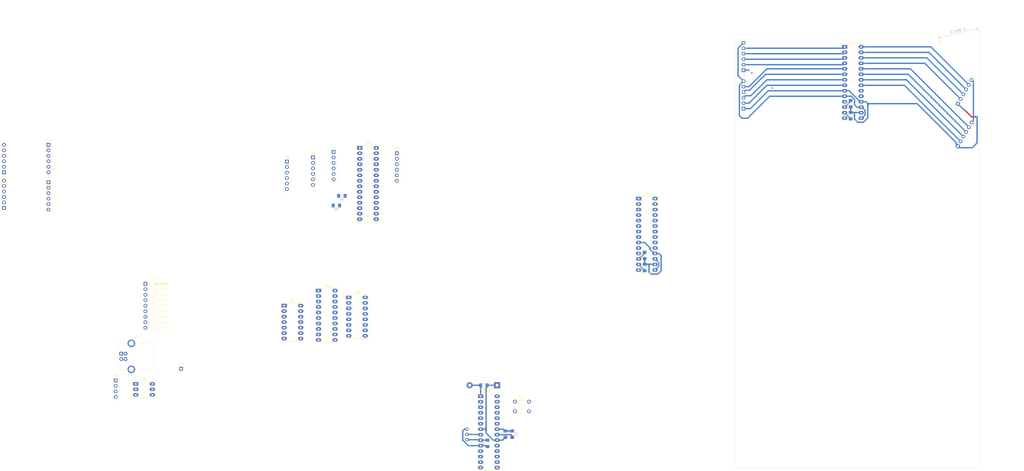
<source format=kicad_pcb>
(kicad_pcb (version 20171130) (host pcbnew "(5.1.4)-1")

  (general
    (thickness 1.6)
    (drawings 8)
    (tracks 171)
    (zones 0)
    (modules 37)
    (nets 112)
  )

  (page A4)
  (layers
    (0 F.Cu signal)
    (31 B.Cu signal)
    (32 B.Adhes user)
    (33 F.Adhes user)
    (34 B.Paste user)
    (35 F.Paste user)
    (36 B.SilkS user hide)
    (37 F.SilkS user)
    (38 B.Mask user)
    (39 F.Mask user hide)
    (40 Dwgs.User user)
    (41 Cmts.User user)
    (42 Eco1.User user)
    (43 Eco2.User user)
    (44 Edge.Cuts user)
    (45 Margin user)
    (46 B.CrtYd user)
    (47 F.CrtYd user)
    (48 B.Fab user hide)
    (49 F.Fab user hide)
  )

  (setup
    (last_trace_width 0.6)
    (user_trace_width 6)
    (trace_clearance 0.2)
    (zone_clearance 0.508)
    (zone_45_only no)
    (trace_min 0.6)
    (via_size 0.8)
    (via_drill 0.4)
    (via_min_size 0.4)
    (via_min_drill 0.3)
    (uvia_size 0.3)
    (uvia_drill 0.1)
    (uvias_allowed no)
    (uvia_min_size 0.2)
    (uvia_min_drill 0.1)
    (edge_width 0.05)
    (segment_width 0.2)
    (pcb_text_width 0.3)
    (pcb_text_size 1.5 1.5)
    (mod_edge_width 0.12)
    (mod_text_size 1 1)
    (mod_text_width 0.15)
    (pad_size 1.524 1.524)
    (pad_drill 0.762)
    (pad_to_mask_clearance 0.051)
    (solder_mask_min_width 0.25)
    (aux_axis_origin 0 0)
    (visible_elements 7FFFFFFF)
    (pcbplotparams
      (layerselection 0x010fc_ffffffff)
      (usegerberextensions false)
      (usegerberattributes false)
      (usegerberadvancedattributes false)
      (creategerberjobfile false)
      (excludeedgelayer true)
      (linewidth 0.100000)
      (plotframeref false)
      (viasonmask false)
      (mode 1)
      (useauxorigin false)
      (hpglpennumber 1)
      (hpglpenspeed 20)
      (hpglpendiameter 15.000000)
      (psnegative false)
      (psa4output false)
      (plotreference true)
      (plotvalue true)
      (plotinvisibletext false)
      (padsonsilk false)
      (subtractmaskfromsilk false)
      (outputformat 1)
      (mirror false)
      (drillshape 1)
      (scaleselection 1)
      (outputdirectory ""))
  )

  (net 0 "")
  (net 1 GND)
  (net 2 "Net-(C2-Pad1)")
  (net 3 +5V)
  (net 4 "Net-(D1-Pad2)")
  (net 5 "Net-(R5-Pad2)")
  (net 6 "Net-(R5-Pad1)")
  (net 7 "Net-(U2-Pad14)")
  (net 8 "Net-(U2-Pad26)")
  (net 9 "Net-(U2-Pad25)")
  (net 10 "Net-(U2-Pad11)")
  (net 11 "Net-(U2-Pad24)")
  (net 12 "Net-(U2-Pad23)")
  (net 13 "Net-(U2-Pad19)")
  (net 14 "Net-(U2-Pad18)")
  (net 15 "Net-(U2-Pad17)")
  (net 16 "Net-(U2-Pad16)")
  (net 17 "Net-(U2-Pad15)")
  (net 18 /R2)
  (net 19 /G2)
  (net 20 /B2)
  (net 21 /DATA2)
  (net 22 "Net-(J2-Pad2)")
  (net 23 "Net-(J2-Pad3)")
  (net 24 "Net-(J2-Pad5)")
  (net 25 /DATA1)
  (net 26 /B1)
  (net 27 /G1)
  (net 28 /R1)
  (net 29 /DATA3)
  (net 30 /B3)
  (net 31 /G3)
  (net 32 /R3)
  (net 33 /DATA5)
  (net 34 /B5)
  (net 35 /G5)
  (net 36 /R5)
  (net 37 /R4)
  (net 38 /G4)
  (net 39 /B4)
  (net 40 /DATA4)
  (net 41 Servo)
  (net 42 /SCL)
  (net 43 /SDA)
  (net 44 /LE)
  (net 45 /Qh)
  (net 46 /CLK)
  (net 47 /CLK_INH)
  (net 48 /INTArduino)
  (net 49 /OE)
  (net 50 /R6)
  (net 51 /G6)
  (net 52 /B6)
  (net 53 /DATA6)
  (net 54 /DATA7)
  (net 55 /B7)
  (net 56 /G7)
  (net 57 /R7)
  (net 58 /DATA9)
  (net 59 /B9)
  (net 60 /G9)
  (net 61 /R9)
  (net 62 /R8)
  (net 63 /G8)
  (net 64 /B8)
  (net 65 /DATA8)
  (net 66 /R10)
  (net 67 /G10)
  (net 68 /B10)
  (net 69 /DATA10)
  (net 70 /R11)
  (net 71 /G11)
  (net 72 /B11)
  (net 73 /DATA11)
  (net 74 /DATA12)
  (net 75 /B12)
  (net 76 /G12)
  (net 77 /R12)
  (net 78 "Net-(U1-Pad3)")
  (net 79 /INTB_1)
  (net 80 /INTB_2)
  (net 81 /INTB_3)
  (net 82 "Net-(U6-Pad2)")
  (net 83 "Net-(U6-Pad12)")
  (net 84 "Net-(U6-Pad13)")
  (net 85 "Net-(U6-Pad14)")
  (net 86 "Net-(U6-Pad5)")
  (net 87 "Net-(U6-Pad15)")
  (net 88 "Net-(U6-Pad6)")
  (net 89 "Net-(U6-Pad16)")
  (net 90 "Net-(U6-Pad17)")
  (net 91 "Net-(U6-Pad8)")
  (net 92 "Net-(U6-Pad18)")
  (net 93 "Net-(U6-Pad9)")
  (net 94 "Net-(U6-Pad19)")
  (net 95 "Net-(U8-Pad1)")
  (net 96 "Net-(U8-Pad3)")
  (net 97 "Net-(U8-Pad4)")
  (net 98 "Net-(U8-Pad5)")
  (net 99 "Net-(U8-Pad6)")
  (net 100 "Net-(U8-Pad14)")
  (net 101 "Net-(U8-Pad7)")
  (net 102 "Net-(U9-Pad3)")
  (net 103 "Net-(U3-Pad20)")
  (net 104 "Net-(U3-Pad11)")
  (net 105 "Net-(U3-Pad14)")
  (net 106 "Net-(U5-Pad14)")
  (net 107 "Net-(U5-Pad11)")
  (net 108 "Net-(U5-Pad20)")
  (net 109 "Net-(U7-Pad20)")
  (net 110 "Net-(U7-Pad11)")
  (net 111 "Net-(U7-Pad14)")

  (net_class Default "Dies ist die voreingestellte Netzklasse."
    (clearance 0.2)
    (trace_width 0.6)
    (via_dia 0.8)
    (via_drill 0.4)
    (uvia_dia 0.3)
    (uvia_drill 0.1)
    (diff_pair_width 0.6)
    (diff_pair_gap 0.25)
    (add_net +5V)
    (add_net /B1)
    (add_net /B10)
    (add_net /B11)
    (add_net /B12)
    (add_net /B2)
    (add_net /B3)
    (add_net /B4)
    (add_net /B5)
    (add_net /B6)
    (add_net /B7)
    (add_net /B8)
    (add_net /B9)
    (add_net /CLK)
    (add_net /CLK_INH)
    (add_net /DATA1)
    (add_net /DATA10)
    (add_net /DATA11)
    (add_net /DATA12)
    (add_net /DATA2)
    (add_net /DATA3)
    (add_net /DATA4)
    (add_net /DATA5)
    (add_net /DATA6)
    (add_net /DATA7)
    (add_net /DATA8)
    (add_net /DATA9)
    (add_net /G1)
    (add_net /G10)
    (add_net /G11)
    (add_net /G12)
    (add_net /G2)
    (add_net /G3)
    (add_net /G4)
    (add_net /G5)
    (add_net /G6)
    (add_net /G7)
    (add_net /G8)
    (add_net /G9)
    (add_net /INTArduino)
    (add_net /INTB_1)
    (add_net /INTB_2)
    (add_net /INTB_3)
    (add_net /LE)
    (add_net /OE)
    (add_net /Qh)
    (add_net /R1)
    (add_net /R10)
    (add_net /R11)
    (add_net /R12)
    (add_net /R2)
    (add_net /R3)
    (add_net /R4)
    (add_net /R5)
    (add_net /R6)
    (add_net /R7)
    (add_net /R8)
    (add_net /R9)
    (add_net /SCL)
    (add_net /SDA)
    (add_net GND)
    (add_net "Net-(C2-Pad1)")
    (add_net "Net-(D1-Pad2)")
    (add_net "Net-(J2-Pad2)")
    (add_net "Net-(J2-Pad3)")
    (add_net "Net-(J2-Pad5)")
    (add_net "Net-(R5-Pad1)")
    (add_net "Net-(R5-Pad2)")
    (add_net "Net-(U1-Pad3)")
    (add_net "Net-(U2-Pad11)")
    (add_net "Net-(U2-Pad14)")
    (add_net "Net-(U2-Pad15)")
    (add_net "Net-(U2-Pad16)")
    (add_net "Net-(U2-Pad17)")
    (add_net "Net-(U2-Pad18)")
    (add_net "Net-(U2-Pad19)")
    (add_net "Net-(U2-Pad23)")
    (add_net "Net-(U2-Pad24)")
    (add_net "Net-(U2-Pad25)")
    (add_net "Net-(U2-Pad26)")
    (add_net "Net-(U3-Pad11)")
    (add_net "Net-(U3-Pad14)")
    (add_net "Net-(U3-Pad20)")
    (add_net "Net-(U5-Pad11)")
    (add_net "Net-(U5-Pad14)")
    (add_net "Net-(U5-Pad20)")
    (add_net "Net-(U6-Pad12)")
    (add_net "Net-(U6-Pad13)")
    (add_net "Net-(U6-Pad14)")
    (add_net "Net-(U6-Pad15)")
    (add_net "Net-(U6-Pad16)")
    (add_net "Net-(U6-Pad17)")
    (add_net "Net-(U6-Pad18)")
    (add_net "Net-(U6-Pad19)")
    (add_net "Net-(U6-Pad2)")
    (add_net "Net-(U6-Pad5)")
    (add_net "Net-(U6-Pad6)")
    (add_net "Net-(U6-Pad8)")
    (add_net "Net-(U6-Pad9)")
    (add_net "Net-(U7-Pad11)")
    (add_net "Net-(U7-Pad14)")
    (add_net "Net-(U7-Pad20)")
    (add_net "Net-(U8-Pad1)")
    (add_net "Net-(U8-Pad14)")
    (add_net "Net-(U8-Pad3)")
    (add_net "Net-(U8-Pad4)")
    (add_net "Net-(U8-Pad5)")
    (add_net "Net-(U8-Pad6)")
    (add_net "Net-(U8-Pad7)")
    (add_net "Net-(U9-Pad3)")
    (add_net Servo)
  )

  (module Package_DIP:DIP-28_W7.62mm_Socket_LongPads (layer F.Cu) (tedit 5A02E8C5) (tstamp 5DFBC06F)
    (at 128.016 56.515)
    (descr "28-lead though-hole mounted DIP package, row spacing 7.62 mm (300 mils), Socket, LongPads")
    (tags "THT DIP DIL PDIP 2.54mm 7.62mm 300mil Socket LongPads")
    (path /5E522800)
    (fp_text reference U3 (at 3.81 -2.33) (layer F.SilkS)
      (effects (font (size 1 1) (thickness 0.15)))
    )
    (fp_text value MCP23017_SP (at 3.81 35.35) (layer F.Fab)
      (effects (font (size 1 1) (thickness 0.15)))
    )
    (fp_arc (start 3.81 -1.33) (end 2.81 -1.33) (angle -180) (layer F.SilkS) (width 0.12))
    (fp_line (start 1.635 -1.27) (end 6.985 -1.27) (layer F.Fab) (width 0.1))
    (fp_line (start 6.985 -1.27) (end 6.985 34.29) (layer F.Fab) (width 0.1))
    (fp_line (start 6.985 34.29) (end 0.635 34.29) (layer F.Fab) (width 0.1))
    (fp_line (start 0.635 34.29) (end 0.635 -0.27) (layer F.Fab) (width 0.1))
    (fp_line (start 0.635 -0.27) (end 1.635 -1.27) (layer F.Fab) (width 0.1))
    (fp_line (start -1.27 -1.33) (end -1.27 34.35) (layer F.Fab) (width 0.1))
    (fp_line (start -1.27 34.35) (end 8.89 34.35) (layer F.Fab) (width 0.1))
    (fp_line (start 8.89 34.35) (end 8.89 -1.33) (layer F.Fab) (width 0.1))
    (fp_line (start 8.89 -1.33) (end -1.27 -1.33) (layer F.Fab) (width 0.1))
    (fp_line (start 2.81 -1.33) (end 1.56 -1.33) (layer F.SilkS) (width 0.12))
    (fp_line (start 1.56 -1.33) (end 1.56 34.35) (layer F.SilkS) (width 0.12))
    (fp_line (start 1.56 34.35) (end 6.06 34.35) (layer F.SilkS) (width 0.12))
    (fp_line (start 6.06 34.35) (end 6.06 -1.33) (layer F.SilkS) (width 0.12))
    (fp_line (start 6.06 -1.33) (end 4.81 -1.33) (layer F.SilkS) (width 0.12))
    (fp_line (start -1.44 -1.39) (end -1.44 34.41) (layer F.SilkS) (width 0.12))
    (fp_line (start -1.44 34.41) (end 9.06 34.41) (layer F.SilkS) (width 0.12))
    (fp_line (start 9.06 34.41) (end 9.06 -1.39) (layer F.SilkS) (width 0.12))
    (fp_line (start 9.06 -1.39) (end -1.44 -1.39) (layer F.SilkS) (width 0.12))
    (fp_line (start -1.55 -1.6) (end -1.55 34.65) (layer F.CrtYd) (width 0.05))
    (fp_line (start -1.55 34.65) (end 9.15 34.65) (layer F.CrtYd) (width 0.05))
    (fp_line (start 9.15 34.65) (end 9.15 -1.6) (layer F.CrtYd) (width 0.05))
    (fp_line (start 9.15 -1.6) (end -1.55 -1.6) (layer F.CrtYd) (width 0.05))
    (fp_text user %R (at 3.81 16.51) (layer F.Fab)
      (effects (font (size 1 1) (thickness 0.15)))
    )
    (pad 1 thru_hole rect (at 0 0) (size 2.4 1.6) (drill 0.8) (layers *.Cu *.Mask)
      (net 25 /DATA1))
    (pad 15 thru_hole oval (at 7.62 33.02) (size 2.4 1.6) (drill 0.8) (layers *.Cu *.Mask)
      (net 1 GND))
    (pad 2 thru_hole oval (at 0 2.54) (size 2.4 1.6) (drill 0.8) (layers *.Cu *.Mask)
      (net 26 /B1))
    (pad 16 thru_hole oval (at 7.62 30.48) (size 2.4 1.6) (drill 0.8) (layers *.Cu *.Mask)
      (net 3 +5V))
    (pad 3 thru_hole oval (at 0 5.08) (size 2.4 1.6) (drill 0.8) (layers *.Cu *.Mask)
      (net 27 /G1))
    (pad 17 thru_hole oval (at 7.62 27.94) (size 2.4 1.6) (drill 0.8) (layers *.Cu *.Mask)
      (net 1 GND))
    (pad 4 thru_hole oval (at 0 7.62) (size 2.4 1.6) (drill 0.8) (layers *.Cu *.Mask)
      (net 28 /R1))
    (pad 18 thru_hole oval (at 7.62 25.4) (size 2.4 1.6) (drill 0.8) (layers *.Cu *.Mask)
      (net 3 +5V))
    (pad 5 thru_hole oval (at 0 10.16) (size 2.4 1.6) (drill 0.8) (layers *.Cu *.Mask)
      (net 21 /DATA2))
    (pad 19 thru_hole oval (at 7.62 22.86) (size 2.4 1.6) (drill 0.8) (layers *.Cu *.Mask)
      (net 79 /INTB_1))
    (pad 6 thru_hole oval (at 0 12.7) (size 2.4 1.6) (drill 0.8) (layers *.Cu *.Mask)
      (net 20 /B2))
    (pad 20 thru_hole oval (at 7.62 20.32) (size 2.4 1.6) (drill 0.8) (layers *.Cu *.Mask)
      (net 103 "Net-(U3-Pad20)"))
    (pad 7 thru_hole oval (at 0 15.24) (size 2.4 1.6) (drill 0.8) (layers *.Cu *.Mask)
      (net 19 /G2))
    (pad 21 thru_hole oval (at 7.62 17.78) (size 2.4 1.6) (drill 0.8) (layers *.Cu *.Mask)
      (net 32 /R3))
    (pad 8 thru_hole oval (at 0 17.78) (size 2.4 1.6) (drill 0.8) (layers *.Cu *.Mask)
      (net 18 /R2))
    (pad 22 thru_hole oval (at 7.62 15.24) (size 2.4 1.6) (drill 0.8) (layers *.Cu *.Mask)
      (net 31 /G3))
    (pad 9 thru_hole oval (at 0 20.32) (size 2.4 1.6) (drill 0.8) (layers *.Cu *.Mask)
      (net 3 +5V))
    (pad 23 thru_hole oval (at 7.62 12.7) (size 2.4 1.6) (drill 0.8) (layers *.Cu *.Mask)
      (net 30 /B3))
    (pad 10 thru_hole oval (at 0 22.86) (size 2.4 1.6) (drill 0.8) (layers *.Cu *.Mask)
      (net 1 GND))
    (pad 24 thru_hole oval (at 7.62 10.16) (size 2.4 1.6) (drill 0.8) (layers *.Cu *.Mask)
      (net 29 /DATA3))
    (pad 11 thru_hole oval (at 0 25.4) (size 2.4 1.6) (drill 0.8) (layers *.Cu *.Mask)
      (net 104 "Net-(U3-Pad11)"))
    (pad 25 thru_hole oval (at 7.62 7.62) (size 2.4 1.6) (drill 0.8) (layers *.Cu *.Mask)
      (net 37 /R4))
    (pad 12 thru_hole oval (at 0 27.94) (size 2.4 1.6) (drill 0.8) (layers *.Cu *.Mask)
      (net 42 /SCL))
    (pad 26 thru_hole oval (at 7.62 5.08) (size 2.4 1.6) (drill 0.8) (layers *.Cu *.Mask)
      (net 38 /G4))
    (pad 13 thru_hole oval (at 0 30.48) (size 2.4 1.6) (drill 0.8) (layers *.Cu *.Mask)
      (net 43 /SDA))
    (pad 27 thru_hole oval (at 7.62 2.54) (size 2.4 1.6) (drill 0.8) (layers *.Cu *.Mask)
      (net 39 /B4))
    (pad 14 thru_hole oval (at 0 33.02) (size 2.4 1.6) (drill 0.8) (layers *.Cu *.Mask)
      (net 105 "Net-(U3-Pad14)"))
    (pad 28 thru_hole oval (at 7.62 0) (size 2.4 1.6) (drill 0.8) (layers *.Cu *.Mask)
      (net 40 /DATA4))
    (model ${KISYS3DMOD}/Package_DIP.3dshapes/DIP-28_W7.62mm_Socket.wrl
      (at (xyz 0 0 0))
      (scale (xyz 1 1 1))
      (rotate (xyz 0 0 0))
    )
  )

  (module Resistor_SMD:R_1206_3216Metric_Pad1.42x1.75mm_HandSolder (layer B.Cu) (tedit 5B301BBD) (tstamp 5DFBBFE8)
    (at 130.81 82.804 270)
    (descr "Resistor SMD 1206 (3216 Metric), square (rectangular) end terminal, IPC_7351 nominal with elongated pad for handsoldering. (Body size source: http://www.tortai-tech.com/upload/download/2011102023233369053.pdf), generated with kicad-footprint-generator")
    (tags "resistor handsolder")
    (path /5ED8F933)
    (attr smd)
    (fp_text reference R2 (at 0 1.82 90) (layer B.SilkS)
      (effects (font (size 1 1) (thickness 0.15)) (justify mirror))
    )
    (fp_text value 4k7 (at 0 -1.82 90) (layer B.Fab)
      (effects (font (size 1 1) (thickness 0.15)) (justify mirror))
    )
    (fp_text user %R (at 0 0 90) (layer B.Fab)
      (effects (font (size 0.8 0.8) (thickness 0.12)) (justify mirror))
    )
    (fp_line (start 2.45 -1.12) (end -2.45 -1.12) (layer B.CrtYd) (width 0.05))
    (fp_line (start 2.45 1.12) (end 2.45 -1.12) (layer B.CrtYd) (width 0.05))
    (fp_line (start -2.45 1.12) (end 2.45 1.12) (layer B.CrtYd) (width 0.05))
    (fp_line (start -2.45 -1.12) (end -2.45 1.12) (layer B.CrtYd) (width 0.05))
    (fp_line (start -0.602064 -0.91) (end 0.602064 -0.91) (layer B.SilkS) (width 0.12))
    (fp_line (start -0.602064 0.91) (end 0.602064 0.91) (layer B.SilkS) (width 0.12))
    (fp_line (start 1.6 -0.8) (end -1.6 -0.8) (layer B.Fab) (width 0.1))
    (fp_line (start 1.6 0.8) (end 1.6 -0.8) (layer B.Fab) (width 0.1))
    (fp_line (start -1.6 0.8) (end 1.6 0.8) (layer B.Fab) (width 0.1))
    (fp_line (start -1.6 -0.8) (end -1.6 0.8) (layer B.Fab) (width 0.1))
    (pad 2 smd roundrect (at 1.4875 0 270) (size 1.425 1.75) (layers B.Cu B.Paste B.Mask) (roundrect_rratio 0.175439)
      (net 3 +5V))
    (pad 1 smd roundrect (at -1.4875 0 270) (size 1.425 1.75) (layers B.Cu B.Paste B.Mask) (roundrect_rratio 0.175439)
      (net 42 /SCL))
    (model ${KISYS3DMOD}/Resistor_SMD.3dshapes/R_1206_3216Metric.wrl
      (at (xyz 0 0 0))
      (scale (xyz 1 1 1))
      (rotate (xyz 0 0 0))
    )
  )

  (module Crystal:Crystal_HC49-U-3Pin_Vertical (layer F.Cu) (tedit 5A0FD1B2) (tstamp 5DFB7AF9)
    (at -46.609 233.426 270)
    (descr "Crystal THT HC-49/U, 3pin-version, http://www.raltron.com/products/pdfspecs/crystal_hc_49_45_51.pdf")
    (tags "THT crystalHC-49/U")
    (path /5DE4BD9D)
    (fp_text reference Y1 (at 2.44 -3.525 90) (layer F.SilkS)
      (effects (font (size 1 1) (thickness 0.15)))
    )
    (fp_text value Crystal_GND2 (at 2.44 3.525 90) (layer F.Fab)
      (effects (font (size 1 1) (thickness 0.15)))
    )
    (fp_arc (start 5.565 0) (end 5.565 -2.525) (angle 180) (layer F.SilkS) (width 0.12))
    (fp_arc (start -0.685 0) (end -0.685 -2.525) (angle -180) (layer F.SilkS) (width 0.12))
    (fp_arc (start 5.44 0) (end 5.44 -2) (angle 180) (layer F.Fab) (width 0.1))
    (fp_arc (start -0.56 0) (end -0.56 -2) (angle -180) (layer F.Fab) (width 0.1))
    (fp_arc (start 5.565 0) (end 5.565 -2.325) (angle 180) (layer F.Fab) (width 0.1))
    (fp_arc (start -0.685 0) (end -0.685 -2.325) (angle -180) (layer F.Fab) (width 0.1))
    (fp_line (start 8.4 -2.8) (end -3.5 -2.8) (layer F.CrtYd) (width 0.05))
    (fp_line (start 8.4 2.8) (end 8.4 -2.8) (layer F.CrtYd) (width 0.05))
    (fp_line (start -3.5 2.8) (end 8.4 2.8) (layer F.CrtYd) (width 0.05))
    (fp_line (start -3.5 -2.8) (end -3.5 2.8) (layer F.CrtYd) (width 0.05))
    (fp_line (start -0.685 2.525) (end 5.565 2.525) (layer F.SilkS) (width 0.12))
    (fp_line (start -0.685 -2.525) (end 5.565 -2.525) (layer F.SilkS) (width 0.12))
    (fp_line (start -0.56 2) (end 5.44 2) (layer F.Fab) (width 0.1))
    (fp_line (start -0.56 -2) (end 5.44 -2) (layer F.Fab) (width 0.1))
    (fp_line (start -0.685 2.325) (end 5.565 2.325) (layer F.Fab) (width 0.1))
    (fp_line (start -0.685 -2.325) (end 5.565 -2.325) (layer F.Fab) (width 0.1))
    (fp_text user %R (at 2.44 0 90) (layer F.Fab)
      (effects (font (size 1 1) (thickness 0.15)))
    )
    (pad 3 thru_hole circle (at 4.88 0 270) (size 1.5 1.5) (drill 0.8) (layers *.Cu *.Mask)
      (net 6 "Net-(R5-Pad1)"))
    (pad 2 thru_hole circle (at 2.44 0 270) (size 1.5 1.5) (drill 0.8) (layers *.Cu *.Mask)
      (net 1 GND))
    (pad 1 thru_hole circle (at 0 0 270) (size 1.5 1.5) (drill 0.8) (layers *.Cu *.Mask)
      (net 5 "Net-(R5-Pad2)"))
    (model ${KISYS3DMOD}/Crystal.3dshapes/Crystal_HC49-U-3Pin_Vertical.wrl
      (at (xyz 0 0 0))
      (scale (xyz 1 1 1))
      (rotate (xyz 0 0 0))
    )
  )

  (module Resistor_SMD:R_1206_3216Metric_Pad1.42x1.75mm_HandSolder (layer B.Cu) (tedit 5B301BBD) (tstamp 5DFB7A77)
    (at -38.7715 213.106)
    (descr "Resistor SMD 1206 (3216 Metric), square (rectangular) end terminal, IPC_7351 nominal with elongated pad for handsoldering. (Body size source: http://www.tortai-tech.com/upload/download/2011102023233369053.pdf), generated with kicad-footprint-generator")
    (tags "resistor handsolder")
    (path /5DEC6213)
    (attr smd)
    (fp_text reference R7 (at 0 1.82) (layer B.SilkS)
      (effects (font (size 1 1) (thickness 0.15)) (justify mirror))
    )
    (fp_text value 10k (at 0 -1.82) (layer B.Fab)
      (effects (font (size 1 1) (thickness 0.15)) (justify mirror))
    )
    (fp_text user %R (at 0 0) (layer B.Fab)
      (effects (font (size 0.8 0.8) (thickness 0.12)) (justify mirror))
    )
    (fp_line (start 2.45 -1.12) (end -2.45 -1.12) (layer B.CrtYd) (width 0.05))
    (fp_line (start 2.45 1.12) (end 2.45 -1.12) (layer B.CrtYd) (width 0.05))
    (fp_line (start -2.45 1.12) (end 2.45 1.12) (layer B.CrtYd) (width 0.05))
    (fp_line (start -2.45 -1.12) (end -2.45 1.12) (layer B.CrtYd) (width 0.05))
    (fp_line (start -0.602064 -0.91) (end 0.602064 -0.91) (layer B.SilkS) (width 0.12))
    (fp_line (start -0.602064 0.91) (end 0.602064 0.91) (layer B.SilkS) (width 0.12))
    (fp_line (start 1.6 -0.8) (end -1.6 -0.8) (layer B.Fab) (width 0.1))
    (fp_line (start 1.6 0.8) (end 1.6 -0.8) (layer B.Fab) (width 0.1))
    (fp_line (start -1.6 0.8) (end 1.6 0.8) (layer B.Fab) (width 0.1))
    (fp_line (start -1.6 -0.8) (end -1.6 0.8) (layer B.Fab) (width 0.1))
    (pad 2 smd roundrect (at 1.4875 0) (size 1.425 1.75) (layers B.Cu B.Paste B.Mask) (roundrect_rratio 0.175439)
      (net 3 +5V))
    (pad 1 smd roundrect (at -1.4875 0) (size 1.425 1.75) (layers B.Cu B.Paste B.Mask) (roundrect_rratio 0.175439)
      (net 4 "Net-(D1-Pad2)"))
    (model ${KISYS3DMOD}/Resistor_SMD.3dshapes/R_1206_3216Metric.wrl
      (at (xyz 0 0 0))
      (scale (xyz 1 1 1))
      (rotate (xyz 0 0 0))
    )
  )

  (module Resistor_SMD:R_1206_3216Metric_Pad1.42x1.75mm_HandSolder (layer B.Cu) (tedit 5B301BBD) (tstamp 5DFB7B37)
    (at -37.084 239.9935 270)
    (descr "Resistor SMD 1206 (3216 Metric), square (rectangular) end terminal, IPC_7351 nominal with elongated pad for handsoldering. (Body size source: http://www.tortai-tech.com/upload/download/2011102023233369053.pdf), generated with kicad-footprint-generator")
    (tags "resistor handsolder")
    (path /5DEBE138)
    (attr smd)
    (fp_text reference R5 (at 0 1.82 270) (layer B.SilkS)
      (effects (font (size 1 1) (thickness 0.15)) (justify mirror))
    )
    (fp_text value 1M (at 0 -1.82 90) (layer B.Fab)
      (effects (font (size 1 1) (thickness 0.15)) (justify mirror))
    )
    (fp_text user %R (at 0 0 270) (layer B.Fab)
      (effects (font (size 0.8 0.8) (thickness 0.12)) (justify mirror))
    )
    (fp_line (start 2.45 -1.12) (end -2.45 -1.12) (layer B.CrtYd) (width 0.05))
    (fp_line (start 2.45 1.12) (end 2.45 -1.12) (layer B.CrtYd) (width 0.05))
    (fp_line (start -2.45 1.12) (end 2.45 1.12) (layer B.CrtYd) (width 0.05))
    (fp_line (start -2.45 -1.12) (end -2.45 1.12) (layer B.CrtYd) (width 0.05))
    (fp_line (start -0.602064 -0.91) (end 0.602064 -0.91) (layer B.SilkS) (width 0.12))
    (fp_line (start -0.602064 0.91) (end 0.602064 0.91) (layer B.SilkS) (width 0.12))
    (fp_line (start 1.6 -0.8) (end -1.6 -0.8) (layer B.Fab) (width 0.1))
    (fp_line (start 1.6 0.8) (end 1.6 -0.8) (layer B.Fab) (width 0.1))
    (fp_line (start -1.6 0.8) (end 1.6 0.8) (layer B.Fab) (width 0.1))
    (fp_line (start -1.6 -0.8) (end -1.6 0.8) (layer B.Fab) (width 0.1))
    (pad 2 smd roundrect (at 1.4875 0 270) (size 1.425 1.75) (layers B.Cu B.Paste B.Mask) (roundrect_rratio 0.175439)
      (net 5 "Net-(R5-Pad2)"))
    (pad 1 smd roundrect (at -1.4875 0 270) (size 1.425 1.75) (layers B.Cu B.Paste B.Mask) (roundrect_rratio 0.175439)
      (net 6 "Net-(R5-Pad1)"))
    (model ${KISYS3DMOD}/Resistor_SMD.3dshapes/R_1206_3216Metric.wrl
      (at (xyz 0 0 0))
      (scale (xyz 1 1 1))
      (rotate (xyz 0 0 0))
    )
  )

  (module Diode_THT:D_5W_P12.70mm_Horizontal (layer F.Cu) (tedit 5AE50CD5) (tstamp 5DFB78F6)
    (at -32.639 213.106 180)
    (descr "Diode, 5W series, Axial, Horizontal, pin pitch=12.7mm, , length*diameter=8.9*3.7mm^2, , http://www.diodes.com/_files/packages/8686949.gif")
    (tags "Diode 5W series Axial Horizontal pin pitch 12.7mm  length 8.9mm diameter 3.7mm")
    (path /5DEC3D46)
    (fp_text reference D1 (at 6.35 -2.97) (layer F.SilkS)
      (effects (font (size 1 1) (thickness 0.15)))
    )
    (fp_text value D (at 6.35 2.97) (layer F.Fab)
      (effects (font (size 1 1) (thickness 0.15)))
    )
    (fp_text user K (at 0 -2.4) (layer F.SilkS)
      (effects (font (size 1 1) (thickness 0.15)))
    )
    (fp_text user K (at 0 -2.4) (layer F.Fab)
      (effects (font (size 1 1) (thickness 0.15)))
    )
    (fp_text user %R (at 7.0175 0) (layer F.Fab)
      (effects (font (size 1 1) (thickness 0.15)))
    )
    (fp_line (start 14.35 -2.1) (end -1.65 -2.1) (layer F.CrtYd) (width 0.05))
    (fp_line (start 14.35 2.1) (end 14.35 -2.1) (layer F.CrtYd) (width 0.05))
    (fp_line (start -1.65 2.1) (end 14.35 2.1) (layer F.CrtYd) (width 0.05))
    (fp_line (start -1.65 -2.1) (end -1.65 2.1) (layer F.CrtYd) (width 0.05))
    (fp_line (start 3.115 -1.97) (end 3.115 1.97) (layer F.SilkS) (width 0.12))
    (fp_line (start 3.355 -1.97) (end 3.355 1.97) (layer F.SilkS) (width 0.12))
    (fp_line (start 3.235 -1.97) (end 3.235 1.97) (layer F.SilkS) (width 0.12))
    (fp_line (start 11.06 0) (end 10.92 0) (layer F.SilkS) (width 0.12))
    (fp_line (start 1.64 0) (end 1.78 0) (layer F.SilkS) (width 0.12))
    (fp_line (start 10.92 -1.97) (end 1.78 -1.97) (layer F.SilkS) (width 0.12))
    (fp_line (start 10.92 1.97) (end 10.92 -1.97) (layer F.SilkS) (width 0.12))
    (fp_line (start 1.78 1.97) (end 10.92 1.97) (layer F.SilkS) (width 0.12))
    (fp_line (start 1.78 -1.97) (end 1.78 1.97) (layer F.SilkS) (width 0.12))
    (fp_line (start 3.135 -1.85) (end 3.135 1.85) (layer F.Fab) (width 0.1))
    (fp_line (start 3.335 -1.85) (end 3.335 1.85) (layer F.Fab) (width 0.1))
    (fp_line (start 3.235 -1.85) (end 3.235 1.85) (layer F.Fab) (width 0.1))
    (fp_line (start 12.7 0) (end 10.8 0) (layer F.Fab) (width 0.1))
    (fp_line (start 0 0) (end 1.9 0) (layer F.Fab) (width 0.1))
    (fp_line (start 10.8 -1.85) (end 1.9 -1.85) (layer F.Fab) (width 0.1))
    (fp_line (start 10.8 1.85) (end 10.8 -1.85) (layer F.Fab) (width 0.1))
    (fp_line (start 1.9 1.85) (end 10.8 1.85) (layer F.Fab) (width 0.1))
    (fp_line (start 1.9 -1.85) (end 1.9 1.85) (layer F.Fab) (width 0.1))
    (pad 2 thru_hole oval (at 12.7 0 180) (size 2.8 2.8) (drill 1.4) (layers *.Cu *.Mask)
      (net 4 "Net-(D1-Pad2)"))
    (pad 1 thru_hole rect (at 0 0 180) (size 2.8 2.8) (drill 1.4) (layers *.Cu *.Mask)
      (net 3 +5V))
    (model ${KISYS3DMOD}/Diode_THT.3dshapes/D_5W_P12.70mm_Horizontal.wrl
      (at (xyz 0 0 0))
      (scale (xyz 1 1 1))
      (rotate (xyz 0 0 0))
    )
  )

  (module Capacitor_SMD:C_1206_3216Metric_Pad1.42x1.75mm_HandSolder (layer B.Cu) (tedit 5B301BBE) (tstamp 5DFB78B8)
    (at -28.829 235.7485 90)
    (descr "Capacitor SMD 1206 (3216 Metric), square (rectangular) end terminal, IPC_7351 nominal with elongated pad for handsoldering. (Body size source: http://www.tortai-tech.com/upload/download/2011102023233369053.pdf), generated with kicad-footprint-generator")
    (tags "capacitor handsolder")
    (path /5DEAB635)
    (attr smd)
    (fp_text reference C4 (at 0 1.82 270) (layer B.SilkS)
      (effects (font (size 1 1) (thickness 0.15)) (justify mirror))
    )
    (fp_text value 100n (at 0 -1.82 270) (layer B.Fab)
      (effects (font (size 1 1) (thickness 0.15)) (justify mirror))
    )
    (fp_text user %R (at 0 0 270) (layer B.Fab)
      (effects (font (size 0.8 0.8) (thickness 0.12)) (justify mirror))
    )
    (fp_line (start 2.45 -1.12) (end -2.45 -1.12) (layer B.CrtYd) (width 0.05))
    (fp_line (start 2.45 1.12) (end 2.45 -1.12) (layer B.CrtYd) (width 0.05))
    (fp_line (start -2.45 1.12) (end 2.45 1.12) (layer B.CrtYd) (width 0.05))
    (fp_line (start -2.45 -1.12) (end -2.45 1.12) (layer B.CrtYd) (width 0.05))
    (fp_line (start -0.602064 -0.91) (end 0.602064 -0.91) (layer B.SilkS) (width 0.12))
    (fp_line (start -0.602064 0.91) (end 0.602064 0.91) (layer B.SilkS) (width 0.12))
    (fp_line (start 1.6 -0.8) (end -1.6 -0.8) (layer B.Fab) (width 0.1))
    (fp_line (start 1.6 0.8) (end 1.6 -0.8) (layer B.Fab) (width 0.1))
    (fp_line (start -1.6 0.8) (end 1.6 0.8) (layer B.Fab) (width 0.1))
    (fp_line (start -1.6 -0.8) (end -1.6 0.8) (layer B.Fab) (width 0.1))
    (pad 2 smd roundrect (at 1.4875 0 90) (size 1.425 1.75) (layers B.Cu B.Paste B.Mask) (roundrect_rratio 0.175439)
      (net 1 GND))
    (pad 1 smd roundrect (at -1.4875 0 90) (size 1.425 1.75) (layers B.Cu B.Paste B.Mask) (roundrect_rratio 0.175439)
      (net 3 +5V))
    (model ${KISYS3DMOD}/Capacitor_SMD.3dshapes/C_1206_3216Metric.wrl
      (at (xyz 0 0 0))
      (scale (xyz 1 1 1))
      (rotate (xyz 0 0 0))
    )
  )

  (module Capacitor_SMD:C_1206_3216Metric_Pad1.42x1.75mm_HandSolder (layer B.Cu) (tedit 5B301BBE) (tstamp 5DFB7888)
    (at -25.654 235.7485 90)
    (descr "Capacitor SMD 1206 (3216 Metric), square (rectangular) end terminal, IPC_7351 nominal with elongated pad for handsoldering. (Body size source: http://www.tortai-tech.com/upload/download/2011102023233369053.pdf), generated with kicad-footprint-generator")
    (tags "capacitor handsolder")
    (path /5DEBC065)
    (attr smd)
    (fp_text reference C2 (at 0 1.82 270) (layer B.SilkS)
      (effects (font (size 1 1) (thickness 0.15)) (justify mirror))
    )
    (fp_text value 100n (at 0 -1.82 270) (layer B.Fab)
      (effects (font (size 1 1) (thickness 0.15)) (justify mirror))
    )
    (fp_text user %R (at 0 0 270) (layer B.Fab)
      (effects (font (size 0.8 0.8) (thickness 0.12)) (justify mirror))
    )
    (fp_line (start 2.45 -1.12) (end -2.45 -1.12) (layer B.CrtYd) (width 0.05))
    (fp_line (start 2.45 1.12) (end 2.45 -1.12) (layer B.CrtYd) (width 0.05))
    (fp_line (start -2.45 1.12) (end 2.45 1.12) (layer B.CrtYd) (width 0.05))
    (fp_line (start -2.45 -1.12) (end -2.45 1.12) (layer B.CrtYd) (width 0.05))
    (fp_line (start -0.602064 -0.91) (end 0.602064 -0.91) (layer B.SilkS) (width 0.12))
    (fp_line (start -0.602064 0.91) (end 0.602064 0.91) (layer B.SilkS) (width 0.12))
    (fp_line (start 1.6 -0.8) (end -1.6 -0.8) (layer B.Fab) (width 0.1))
    (fp_line (start 1.6 0.8) (end 1.6 -0.8) (layer B.Fab) (width 0.1))
    (fp_line (start -1.6 0.8) (end 1.6 0.8) (layer B.Fab) (width 0.1))
    (fp_line (start -1.6 -0.8) (end -1.6 0.8) (layer B.Fab) (width 0.1))
    (pad 2 smd roundrect (at 1.4875 0 90) (size 1.425 1.75) (layers B.Cu B.Paste B.Mask) (roundrect_rratio 0.175439)
      (net 1 GND))
    (pad 1 smd roundrect (at -1.4875 0 90) (size 1.425 1.75) (layers B.Cu B.Paste B.Mask) (roundrect_rratio 0.175439)
      (net 2 "Net-(C2-Pad1)"))
    (model ${KISYS3DMOD}/Capacitor_SMD.3dshapes/C_1206_3216Metric.wrl
      (at (xyz 0 0 0))
      (scale (xyz 1 1 1))
      (rotate (xyz 0 0 0))
    )
  )

  (module Package_DIP:DIP-28_W7.62mm_Socket_LongPads (layer F.Cu) (tedit 5A02E8C5) (tstamp 5DFB780A)
    (at -40.259 218.186)
    (descr "28-lead though-hole mounted DIP package, row spacing 7.62 mm (300 mils), Socket, LongPads")
    (tags "THT DIP DIL PDIP 2.54mm 7.62mm 300mil Socket LongPads")
    (path /5DE0CE2B)
    (fp_text reference U2 (at 3.81 -2.33) (layer F.SilkS)
      (effects (font (size 1 1) (thickness 0.15)))
    )
    (fp_text value ATmega328P-PU (at 3.81 35.35) (layer F.Fab)
      (effects (font (size 1 1) (thickness 0.15)))
    )
    (fp_arc (start 3.81 -1.33) (end 2.81 -1.33) (angle -180) (layer F.SilkS) (width 0.12))
    (fp_line (start 1.635 -1.27) (end 6.985 -1.27) (layer F.Fab) (width 0.1))
    (fp_line (start 6.985 -1.27) (end 6.985 34.29) (layer F.Fab) (width 0.1))
    (fp_line (start 6.985 34.29) (end 0.635 34.29) (layer F.Fab) (width 0.1))
    (fp_line (start 0.635 34.29) (end 0.635 -0.27) (layer F.Fab) (width 0.1))
    (fp_line (start 0.635 -0.27) (end 1.635 -1.27) (layer F.Fab) (width 0.1))
    (fp_line (start -1.27 -1.33) (end -1.27 34.35) (layer F.Fab) (width 0.1))
    (fp_line (start -1.27 34.35) (end 8.89 34.35) (layer F.Fab) (width 0.1))
    (fp_line (start 8.89 34.35) (end 8.89 -1.33) (layer F.Fab) (width 0.1))
    (fp_line (start 8.89 -1.33) (end -1.27 -1.33) (layer F.Fab) (width 0.1))
    (fp_line (start 2.81 -1.33) (end 1.56 -1.33) (layer F.SilkS) (width 0.12))
    (fp_line (start 1.56 -1.33) (end 1.56 34.35) (layer F.SilkS) (width 0.12))
    (fp_line (start 1.56 34.35) (end 6.06 34.35) (layer F.SilkS) (width 0.12))
    (fp_line (start 6.06 34.35) (end 6.06 -1.33) (layer F.SilkS) (width 0.12))
    (fp_line (start 6.06 -1.33) (end 4.81 -1.33) (layer F.SilkS) (width 0.12))
    (fp_line (start -1.44 -1.39) (end -1.44 34.41) (layer F.SilkS) (width 0.12))
    (fp_line (start -1.44 34.41) (end 9.06 34.41) (layer F.SilkS) (width 0.12))
    (fp_line (start 9.06 34.41) (end 9.06 -1.39) (layer F.SilkS) (width 0.12))
    (fp_line (start 9.06 -1.39) (end -1.44 -1.39) (layer F.SilkS) (width 0.12))
    (fp_line (start -1.55 -1.6) (end -1.55 34.65) (layer F.CrtYd) (width 0.05))
    (fp_line (start -1.55 34.65) (end 9.15 34.65) (layer F.CrtYd) (width 0.05))
    (fp_line (start 9.15 34.65) (end 9.15 -1.6) (layer F.CrtYd) (width 0.05))
    (fp_line (start 9.15 -1.6) (end -1.55 -1.6) (layer F.CrtYd) (width 0.05))
    (fp_text user %R (at 3.81 16.51) (layer F.Fab)
      (effects (font (size 1 1) (thickness 0.15)))
    )
    (pad 1 thru_hole rect (at 0 0) (size 2.4 1.6) (drill 0.8) (layers *.Cu *.Mask)
      (net 4 "Net-(D1-Pad2)"))
    (pad 15 thru_hole oval (at 7.62 33.02) (size 2.4 1.6) (drill 0.8) (layers *.Cu *.Mask)
      (net 17 "Net-(U2-Pad15)"))
    (pad 2 thru_hole oval (at 0 2.54) (size 2.4 1.6) (drill 0.8) (layers *.Cu *.Mask)
      (net 44 /LE))
    (pad 16 thru_hole oval (at 7.62 30.48) (size 2.4 1.6) (drill 0.8) (layers *.Cu *.Mask)
      (net 16 "Net-(U2-Pad16)"))
    (pad 3 thru_hole oval (at 0 5.08) (size 2.4 1.6) (drill 0.8) (layers *.Cu *.Mask)
      (net 45 /Qh))
    (pad 17 thru_hole oval (at 7.62 27.94) (size 2.4 1.6) (drill 0.8) (layers *.Cu *.Mask)
      (net 15 "Net-(U2-Pad17)"))
    (pad 4 thru_hole oval (at 0 7.62) (size 2.4 1.6) (drill 0.8) (layers *.Cu *.Mask)
      (net 46 /CLK))
    (pad 18 thru_hole oval (at 7.62 25.4) (size 2.4 1.6) (drill 0.8) (layers *.Cu *.Mask)
      (net 14 "Net-(U2-Pad18)"))
    (pad 5 thru_hole oval (at 0 10.16) (size 2.4 1.6) (drill 0.8) (layers *.Cu *.Mask)
      (net 48 /INTArduino))
    (pad 19 thru_hole oval (at 7.62 22.86) (size 2.4 1.6) (drill 0.8) (layers *.Cu *.Mask)
      (net 13 "Net-(U2-Pad19)"))
    (pad 6 thru_hole oval (at 0 12.7) (size 2.4 1.6) (drill 0.8) (layers *.Cu *.Mask)
      (net 47 /CLK_INH))
    (pad 20 thru_hole oval (at 7.62 20.32) (size 2.4 1.6) (drill 0.8) (layers *.Cu *.Mask)
      (net 3 +5V))
    (pad 7 thru_hole oval (at 0 15.24) (size 2.4 1.6) (drill 0.8) (layers *.Cu *.Mask)
      (net 3 +5V))
    (pad 21 thru_hole oval (at 7.62 17.78) (size 2.4 1.6) (drill 0.8) (layers *.Cu *.Mask)
      (net 2 "Net-(C2-Pad1)"))
    (pad 8 thru_hole oval (at 0 17.78) (size 2.4 1.6) (drill 0.8) (layers *.Cu *.Mask)
      (net 1 GND))
    (pad 22 thru_hole oval (at 7.62 15.24) (size 2.4 1.6) (drill 0.8) (layers *.Cu *.Mask)
      (net 1 GND))
    (pad 9 thru_hole oval (at 0 20.32) (size 2.4 1.6) (drill 0.8) (layers *.Cu *.Mask)
      (net 6 "Net-(R5-Pad1)"))
    (pad 23 thru_hole oval (at 7.62 12.7) (size 2.4 1.6) (drill 0.8) (layers *.Cu *.Mask)
      (net 12 "Net-(U2-Pad23)"))
    (pad 10 thru_hole oval (at 0 22.86) (size 2.4 1.6) (drill 0.8) (layers *.Cu *.Mask)
      (net 5 "Net-(R5-Pad2)"))
    (pad 24 thru_hole oval (at 7.62 10.16) (size 2.4 1.6) (drill 0.8) (layers *.Cu *.Mask)
      (net 11 "Net-(U2-Pad24)"))
    (pad 11 thru_hole oval (at 0 25.4) (size 2.4 1.6) (drill 0.8) (layers *.Cu *.Mask)
      (net 10 "Net-(U2-Pad11)"))
    (pad 25 thru_hole oval (at 7.62 7.62) (size 2.4 1.6) (drill 0.8) (layers *.Cu *.Mask)
      (net 9 "Net-(U2-Pad25)"))
    (pad 12 thru_hole oval (at 0 27.94) (size 2.4 1.6) (drill 0.8) (layers *.Cu *.Mask)
      (net 41 Servo))
    (pad 26 thru_hole oval (at 7.62 5.08) (size 2.4 1.6) (drill 0.8) (layers *.Cu *.Mask)
      (net 8 "Net-(U2-Pad26)"))
    (pad 13 thru_hole oval (at 0 30.48) (size 2.4 1.6) (drill 0.8) (layers *.Cu *.Mask)
      (net 49 /OE))
    (pad 27 thru_hole oval (at 7.62 2.54) (size 2.4 1.6) (drill 0.8) (layers *.Cu *.Mask)
      (net 43 /SDA))
    (pad 14 thru_hole oval (at 0 33.02) (size 2.4 1.6) (drill 0.8) (layers *.Cu *.Mask)
      (net 7 "Net-(U2-Pad14)"))
    (pad 28 thru_hole oval (at 7.62 0) (size 2.4 1.6) (drill 0.8) (layers *.Cu *.Mask)
      (net 42 /SCL))
    (model ${KISYS3DMOD}/Package_DIP.3dshapes/DIP-28_W7.62mm_Socket.wrl
      (at (xyz 0 0 0))
      (scale (xyz 1 1 1))
      (rotate (xyz 0 0 0))
    )
  )

  (module Connector_PinHeader_2.54mm:PinHeader_1x06_P2.54mm_Vertical (layer F.Cu) (tedit 59FED5CC) (tstamp 5DFB832C)
    (at 81.28 85.09 180)
    (descr "Through hole straight pin header, 1x06, 2.54mm pitch, single row")
    (tags "Through hole pin header THT 1x06 2.54mm single row")
    (path /5E0F47BE)
    (fp_text reference J1 (at 0 -2.33) (layer F.SilkS)
      (effects (font (size 1 1) (thickness 0.15)))
    )
    (fp_text value Conn_01x06_Female (at 0 15.03) (layer F.Fab)
      (effects (font (size 1 1) (thickness 0.15)))
    )
    (fp_line (start -0.635 -1.27) (end 1.27 -1.27) (layer F.Fab) (width 0.1))
    (fp_line (start 1.27 -1.27) (end 1.27 13.97) (layer F.Fab) (width 0.1))
    (fp_line (start 1.27 13.97) (end -1.27 13.97) (layer F.Fab) (width 0.1))
    (fp_line (start -1.27 13.97) (end -1.27 -0.635) (layer F.Fab) (width 0.1))
    (fp_line (start -1.27 -0.635) (end -0.635 -1.27) (layer F.Fab) (width 0.1))
    (fp_line (start -1.33 14.03) (end 1.33 14.03) (layer F.SilkS) (width 0.12))
    (fp_line (start -1.33 1.27) (end -1.33 14.03) (layer F.SilkS) (width 0.12))
    (fp_line (start 1.33 1.27) (end 1.33 14.03) (layer F.SilkS) (width 0.12))
    (fp_line (start -1.33 1.27) (end 1.33 1.27) (layer F.SilkS) (width 0.12))
    (fp_line (start -1.33 0) (end -1.33 -1.33) (layer F.SilkS) (width 0.12))
    (fp_line (start -1.33 -1.33) (end 0 -1.33) (layer F.SilkS) (width 0.12))
    (fp_line (start -1.8 -1.8) (end -1.8 14.5) (layer F.CrtYd) (width 0.05))
    (fp_line (start -1.8 14.5) (end 1.8 14.5) (layer F.CrtYd) (width 0.05))
    (fp_line (start 1.8 14.5) (end 1.8 -1.8) (layer F.CrtYd) (width 0.05))
    (fp_line (start 1.8 -1.8) (end -1.8 -1.8) (layer F.CrtYd) (width 0.05))
    (fp_text user %R (at 0 6.35 90) (layer F.Fab)
      (effects (font (size 1 1) (thickness 0.15)))
    )
    (pad 1 thru_hole rect (at 0 0 180) (size 1.7 1.7) (drill 1) (layers *.Cu *.Mask)
      (net 3 +5V))
    (pad 2 thru_hole oval (at 0 2.54 180) (size 1.7 1.7) (drill 1) (layers *.Cu *.Mask)
      (net 18 /R2))
    (pad 3 thru_hole oval (at 0 5.08 180) (size 1.7 1.7) (drill 1) (layers *.Cu *.Mask)
      (net 19 /G2))
    (pad 4 thru_hole oval (at 0 7.62 180) (size 1.7 1.7) (drill 1) (layers *.Cu *.Mask)
      (net 20 /B2))
    (pad 5 thru_hole oval (at 0 10.16 180) (size 1.7 1.7) (drill 1) (layers *.Cu *.Mask)
      (net 21 /DATA2))
    (pad 6 thru_hole oval (at 0 12.7 180) (size 1.7 1.7) (drill 1) (layers *.Cu *.Mask)
      (net 1 GND))
    (model ${KISYS3DMOD}/Connector_PinHeader_2.54mm.3dshapes/PinHeader_1x06_P2.54mm_Vertical.wrl
      (at (xyz 0 0 0))
      (scale (xyz 1 1 1))
      (rotate (xyz 0 0 0))
    )
  )

  (module Connector_USB:USB_B_OST_USB-B1HSxx_Horizontal (layer F.Cu) (tedit 5AFE01FF) (tstamp 5DFB7999)
    (at -206.405999 198.483001)
    (descr "USB B receptacle, Horizontal, through-hole, http://www.on-shore.com/wp-content/uploads/2015/09/usb-b1hsxx.pdf")
    (tags "USB-B receptacle horizontal through-hole")
    (path /5DEE4E49)
    (fp_text reference J2 (at 6.76 -7.77) (layer F.SilkS)
      (effects (font (size 1 1) (thickness 0.15)))
    )
    (fp_text value USB_B (at 6.76 10.27) (layer F.Fab)
      (effects (font (size 1 1) (thickness 0.15)))
    )
    (fp_line (start -0.49 -4.8) (end 15.01 -4.8) (layer F.Fab) (width 0.1))
    (fp_line (start 15.01 -4.8) (end 15.01 7.3) (layer F.Fab) (width 0.1))
    (fp_line (start 15.01 7.3) (end -1.49 7.3) (layer F.Fab) (width 0.1))
    (fp_line (start -1.49 7.3) (end -1.49 -3.8) (layer F.Fab) (width 0.1))
    (fp_line (start -1.49 -3.8) (end -0.49 -4.8) (layer F.Fab) (width 0.1))
    (fp_line (start 2.66 -4.91) (end -1.6 -4.91) (layer F.SilkS) (width 0.12))
    (fp_line (start -1.6 -4.91) (end -1.6 7.41) (layer F.SilkS) (width 0.12))
    (fp_line (start -1.6 7.41) (end 2.66 7.41) (layer F.SilkS) (width 0.12))
    (fp_line (start 6.76 -4.91) (end 15.12 -4.91) (layer F.SilkS) (width 0.12))
    (fp_line (start 15.12 -4.91) (end 15.12 7.41) (layer F.SilkS) (width 0.12))
    (fp_line (start 15.12 7.41) (end 6.76 7.41) (layer F.SilkS) (width 0.12))
    (fp_line (start -1.82 0) (end -2.32 -0.5) (layer F.SilkS) (width 0.12))
    (fp_line (start -2.32 -0.5) (end -2.32 0.5) (layer F.SilkS) (width 0.12))
    (fp_line (start -2.32 0.5) (end -1.82 0) (layer F.SilkS) (width 0.12))
    (fp_line (start -1.99 -7.02) (end -1.99 9.52) (layer F.CrtYd) (width 0.05))
    (fp_line (start -1.99 9.52) (end 15.51 9.52) (layer F.CrtYd) (width 0.05))
    (fp_line (start 15.51 9.52) (end 15.51 -7.02) (layer F.CrtYd) (width 0.05))
    (fp_line (start 15.51 -7.02) (end -1.99 -7.02) (layer F.CrtYd) (width 0.05))
    (fp_text user %R (at 6.76 1.25) (layer F.Fab)
      (effects (font (size 1 1) (thickness 0.15)))
    )
    (pad 1 thru_hole rect (at 0 0) (size 1.7 1.7) (drill 0.92) (layers *.Cu *.Mask)
      (net 3 +5V))
    (pad 2 thru_hole circle (at 0 2.5) (size 1.7 1.7) (drill 0.92) (layers *.Cu *.Mask)
      (net 22 "Net-(J2-Pad2)"))
    (pad 3 thru_hole circle (at 2 2.5) (size 1.7 1.7) (drill 0.92) (layers *.Cu *.Mask)
      (net 23 "Net-(J2-Pad3)"))
    (pad 4 thru_hole circle (at 2 0) (size 1.7 1.7) (drill 0.92) (layers *.Cu *.Mask)
      (net 1 GND))
    (pad 5 thru_hole circle (at 4.71 -4.77) (size 3.5 3.5) (drill 2.33) (layers *.Cu *.Mask)
      (net 24 "Net-(J2-Pad5)"))
    (pad 5 thru_hole circle (at 4.71 7.27) (size 3.5 3.5) (drill 2.33) (layers *.Cu *.Mask)
      (net 24 "Net-(J2-Pad5)"))
    (model ${KISYS3DMOD}/Connector_USB.3dshapes/USB_B_OST_USB-B1HSxx_Horizontal.wrl
      (at (xyz 0 0 0))
      (scale (xyz 1 1 1))
      (rotate (xyz 0 0 0))
    )
  )

  (module Connector_PinHeader_2.54mm:PinHeader_1x06_P2.54mm_Vertical (layer F.Cu) (tedit 59FED5CC) (tstamp 5DFB82E1)
    (at 81.28 67.31 180)
    (descr "Through hole straight pin header, 1x06, 2.54mm pitch, single row")
    (tags "Through hole pin header THT 1x06 2.54mm single row")
    (path /5E12A315)
    (fp_text reference J3 (at 0 -2.33) (layer F.SilkS)
      (effects (font (size 1 1) (thickness 0.15)))
    )
    (fp_text value Conn_01x06_Female (at 0 15.03) (layer F.Fab)
      (effects (font (size 1 1) (thickness 0.15)))
    )
    (fp_text user %R (at 0 6.35 90) (layer F.Fab)
      (effects (font (size 1 1) (thickness 0.15)))
    )
    (fp_line (start 1.8 -1.8) (end -1.8 -1.8) (layer F.CrtYd) (width 0.05))
    (fp_line (start 1.8 14.5) (end 1.8 -1.8) (layer F.CrtYd) (width 0.05))
    (fp_line (start -1.8 14.5) (end 1.8 14.5) (layer F.CrtYd) (width 0.05))
    (fp_line (start -1.8 -1.8) (end -1.8 14.5) (layer F.CrtYd) (width 0.05))
    (fp_line (start -1.33 -1.33) (end 0 -1.33) (layer F.SilkS) (width 0.12))
    (fp_line (start -1.33 0) (end -1.33 -1.33) (layer F.SilkS) (width 0.12))
    (fp_line (start -1.33 1.27) (end 1.33 1.27) (layer F.SilkS) (width 0.12))
    (fp_line (start 1.33 1.27) (end 1.33 14.03) (layer F.SilkS) (width 0.12))
    (fp_line (start -1.33 1.27) (end -1.33 14.03) (layer F.SilkS) (width 0.12))
    (fp_line (start -1.33 14.03) (end 1.33 14.03) (layer F.SilkS) (width 0.12))
    (fp_line (start -1.27 -0.635) (end -0.635 -1.27) (layer F.Fab) (width 0.1))
    (fp_line (start -1.27 13.97) (end -1.27 -0.635) (layer F.Fab) (width 0.1))
    (fp_line (start 1.27 13.97) (end -1.27 13.97) (layer F.Fab) (width 0.1))
    (fp_line (start 1.27 -1.27) (end 1.27 13.97) (layer F.Fab) (width 0.1))
    (fp_line (start -0.635 -1.27) (end 1.27 -1.27) (layer F.Fab) (width 0.1))
    (pad 6 thru_hole oval (at 0 12.7 180) (size 1.7 1.7) (drill 1) (layers *.Cu *.Mask)
      (net 1 GND))
    (pad 5 thru_hole oval (at 0 10.16 180) (size 1.7 1.7) (drill 1) (layers *.Cu *.Mask)
      (net 25 /DATA1))
    (pad 4 thru_hole oval (at 0 7.62 180) (size 1.7 1.7) (drill 1) (layers *.Cu *.Mask)
      (net 26 /B1))
    (pad 3 thru_hole oval (at 0 5.08 180) (size 1.7 1.7) (drill 1) (layers *.Cu *.Mask)
      (net 27 /G1))
    (pad 2 thru_hole oval (at 0 2.54 180) (size 1.7 1.7) (drill 1) (layers *.Cu *.Mask)
      (net 28 /R1))
    (pad 1 thru_hole rect (at 0 0 180) (size 1.7 1.7) (drill 1) (layers *.Cu *.Mask)
      (net 3 +5V))
    (model ${KISYS3DMOD}/Connector_PinHeader_2.54mm.3dshapes/PinHeader_1x06_P2.54mm_Vertical.wrl
      (at (xyz 0 0 0))
      (scale (xyz 1 1 1))
      (rotate (xyz 0 0 0))
    )
  )

  (module Connector_PinHeader_2.54mm:PinHeader_1x06_P2.54mm_Vertical (layer F.Cu) (tedit 59FED5CC) (tstamp 5DFBC2AD)
    (at 180.34 102.484114 150)
    (descr "Through hole straight pin header, 1x06, 2.54mm pitch, single row")
    (tags "Through hole pin header THT 1x06 2.54mm single row")
    (path /5E0F7382)
    (fp_text reference J4 (at 0 -2.33 150) (layer F.SilkS)
      (effects (font (size 1 1) (thickness 0.15)))
    )
    (fp_text value Conn_01x06_Female (at 0 15.03 150) (layer F.Fab)
      (effects (font (size 1 1) (thickness 0.15)))
    )
    (fp_text user %R (at 0 6.35 60) (layer F.Fab)
      (effects (font (size 1 1) (thickness 0.15)))
    )
    (fp_line (start 1.8 -1.8) (end -1.8 -1.8) (layer F.CrtYd) (width 0.05))
    (fp_line (start 1.8 14.5) (end 1.8 -1.8) (layer F.CrtYd) (width 0.05))
    (fp_line (start -1.8 14.5) (end 1.8 14.5) (layer F.CrtYd) (width 0.05))
    (fp_line (start -1.8 -1.8) (end -1.8 14.5) (layer F.CrtYd) (width 0.05))
    (fp_line (start -1.33 -1.33) (end 0 -1.33) (layer F.SilkS) (width 0.12))
    (fp_line (start -1.33 0) (end -1.33 -1.33) (layer F.SilkS) (width 0.12))
    (fp_line (start -1.33 1.27) (end 1.33 1.27) (layer F.SilkS) (width 0.12))
    (fp_line (start 1.33 1.27) (end 1.33 14.03) (layer F.SilkS) (width 0.12))
    (fp_line (start -1.33 1.27) (end -1.33 14.03) (layer F.SilkS) (width 0.12))
    (fp_line (start -1.33 14.03) (end 1.33 14.03) (layer F.SilkS) (width 0.12))
    (fp_line (start -1.27 -0.635) (end -0.635 -1.27) (layer F.Fab) (width 0.1))
    (fp_line (start -1.27 13.97) (end -1.27 -0.635) (layer F.Fab) (width 0.1))
    (fp_line (start 1.27 13.97) (end -1.27 13.97) (layer F.Fab) (width 0.1))
    (fp_line (start 1.27 -1.27) (end 1.27 13.97) (layer F.Fab) (width 0.1))
    (fp_line (start -0.635 -1.27) (end 1.27 -1.27) (layer F.Fab) (width 0.1))
    (pad 6 thru_hole oval (at 0 12.7 150) (size 1.7 1.7) (drill 1) (layers *.Cu *.Mask)
      (net 1 GND))
    (pad 5 thru_hole oval (at 0 10.16 150) (size 1.7 1.7) (drill 1) (layers *.Cu *.Mask)
      (net 29 /DATA3))
    (pad 4 thru_hole oval (at 0 7.62 150) (size 1.7 1.7) (drill 1) (layers *.Cu *.Mask)
      (net 30 /B3))
    (pad 3 thru_hole oval (at 0 5.08 150) (size 1.7 1.7) (drill 1) (layers *.Cu *.Mask)
      (net 31 /G3))
    (pad 2 thru_hole oval (at 0 2.54 150) (size 1.7 1.7) (drill 1) (layers *.Cu *.Mask)
      (net 32 /R3))
    (pad 1 thru_hole rect (at 0 0 150) (size 1.7 1.7) (drill 1) (layers *.Cu *.Mask)
      (net 3 +5V))
    (model ${KISYS3DMOD}/Connector_PinHeader_2.54mm.3dshapes/PinHeader_1x06_P2.54mm_Vertical.wrl
      (at (xyz 0 0 0))
      (scale (xyz 1 1 1))
      (rotate (xyz 0 0 0))
    )
  )

  (module Connector_PinHeader_2.54mm:PinHeader_1x06_P2.54mm_Vertical (layer F.Cu) (tedit 59FED5CC) (tstamp 5DFB794B)
    (at -108.204 105.156)
    (descr "Through hole straight pin header, 1x06, 2.54mm pitch, single row")
    (tags "Through hole pin header THT 1x06 2.54mm single row")
    (path /5E29BDE4)
    (fp_text reference J5 (at 0 -2.33) (layer F.SilkS)
      (effects (font (size 1 1) (thickness 0.15)))
    )
    (fp_text value Conn_01x06_Female (at 0 15.03) (layer F.Fab)
      (effects (font (size 1 1) (thickness 0.15)))
    )
    (fp_text user %R (at 0 6.35 90) (layer F.Fab)
      (effects (font (size 1 1) (thickness 0.15)))
    )
    (fp_line (start 1.8 -1.8) (end -1.8 -1.8) (layer F.CrtYd) (width 0.05))
    (fp_line (start 1.8 14.5) (end 1.8 -1.8) (layer F.CrtYd) (width 0.05))
    (fp_line (start -1.8 14.5) (end 1.8 14.5) (layer F.CrtYd) (width 0.05))
    (fp_line (start -1.8 -1.8) (end -1.8 14.5) (layer F.CrtYd) (width 0.05))
    (fp_line (start -1.33 -1.33) (end 0 -1.33) (layer F.SilkS) (width 0.12))
    (fp_line (start -1.33 0) (end -1.33 -1.33) (layer F.SilkS) (width 0.12))
    (fp_line (start -1.33 1.27) (end 1.33 1.27) (layer F.SilkS) (width 0.12))
    (fp_line (start 1.33 1.27) (end 1.33 14.03) (layer F.SilkS) (width 0.12))
    (fp_line (start -1.33 1.27) (end -1.33 14.03) (layer F.SilkS) (width 0.12))
    (fp_line (start -1.33 14.03) (end 1.33 14.03) (layer F.SilkS) (width 0.12))
    (fp_line (start -1.27 -0.635) (end -0.635 -1.27) (layer F.Fab) (width 0.1))
    (fp_line (start -1.27 13.97) (end -1.27 -0.635) (layer F.Fab) (width 0.1))
    (fp_line (start 1.27 13.97) (end -1.27 13.97) (layer F.Fab) (width 0.1))
    (fp_line (start 1.27 -1.27) (end 1.27 13.97) (layer F.Fab) (width 0.1))
    (fp_line (start -0.635 -1.27) (end 1.27 -1.27) (layer F.Fab) (width 0.1))
    (pad 6 thru_hole oval (at 0 12.7) (size 1.7 1.7) (drill 1) (layers *.Cu *.Mask)
      (net 1 GND))
    (pad 5 thru_hole oval (at 0 10.16) (size 1.7 1.7) (drill 1) (layers *.Cu *.Mask)
      (net 33 /DATA5))
    (pad 4 thru_hole oval (at 0 7.62) (size 1.7 1.7) (drill 1) (layers *.Cu *.Mask)
      (net 34 /B5))
    (pad 3 thru_hole oval (at 0 5.08) (size 1.7 1.7) (drill 1) (layers *.Cu *.Mask)
      (net 35 /G5))
    (pad 2 thru_hole oval (at 0 2.54) (size 1.7 1.7) (drill 1) (layers *.Cu *.Mask)
      (net 36 /R5))
    (pad 1 thru_hole rect (at 0 0) (size 1.7 1.7) (drill 1) (layers *.Cu *.Mask)
      (net 3 +5V))
    (model ${KISYS3DMOD}/Connector_PinHeader_2.54mm.3dshapes/PinHeader_1x06_P2.54mm_Vertical.wrl
      (at (xyz 0 0 0))
      (scale (xyz 1 1 1))
      (rotate (xyz 0 0 0))
    )
  )

  (module Connector_PinHeader_2.54mm:PinHeader_1x06_P2.54mm_Vertical (layer F.Cu) (tedit 59FED5CC) (tstamp 5DFBC1C6)
    (at 180.34 82.844705 150)
    (descr "Through hole straight pin header, 1x06, 2.54mm pitch, single row")
    (tags "Through hole pin header THT 1x06 2.54mm single row")
    (path /5E0F94F8)
    (fp_text reference J6 (at 0 -2.33 150) (layer F.SilkS)
      (effects (font (size 1 1) (thickness 0.15)))
    )
    (fp_text value Conn_01x06_Female (at 0 15.03 150) (layer F.Fab)
      (effects (font (size 1 1) (thickness 0.15)))
    )
    (fp_line (start -0.635 -1.27) (end 1.27 -1.27) (layer F.Fab) (width 0.1))
    (fp_line (start 1.27 -1.27) (end 1.27 13.97) (layer F.Fab) (width 0.1))
    (fp_line (start 1.27 13.97) (end -1.27 13.97) (layer F.Fab) (width 0.1))
    (fp_line (start -1.27 13.97) (end -1.27 -0.635) (layer F.Fab) (width 0.1))
    (fp_line (start -1.27 -0.635) (end -0.635 -1.27) (layer F.Fab) (width 0.1))
    (fp_line (start -1.33 14.03) (end 1.33 14.03) (layer F.SilkS) (width 0.12))
    (fp_line (start -1.33 1.27) (end -1.33 14.03) (layer F.SilkS) (width 0.12))
    (fp_line (start 1.33 1.27) (end 1.33 14.03) (layer F.SilkS) (width 0.12))
    (fp_line (start -1.33 1.27) (end 1.33 1.27) (layer F.SilkS) (width 0.12))
    (fp_line (start -1.33 0) (end -1.33 -1.33) (layer F.SilkS) (width 0.12))
    (fp_line (start -1.33 -1.33) (end 0 -1.33) (layer F.SilkS) (width 0.12))
    (fp_line (start -1.8 -1.8) (end -1.8 14.5) (layer F.CrtYd) (width 0.05))
    (fp_line (start -1.8 14.5) (end 1.8 14.5) (layer F.CrtYd) (width 0.05))
    (fp_line (start 1.8 14.5) (end 1.8 -1.8) (layer F.CrtYd) (width 0.05))
    (fp_line (start 1.8 -1.8) (end -1.8 -1.8) (layer F.CrtYd) (width 0.05))
    (fp_text user %R (at 0 6.35 60) (layer F.Fab)
      (effects (font (size 1 1) (thickness 0.15)))
    )
    (pad 1 thru_hole rect (at 0 0 150) (size 1.7 1.7) (drill 1) (layers *.Cu *.Mask)
      (net 3 +5V))
    (pad 2 thru_hole oval (at 0 2.54 150) (size 1.7 1.7) (drill 1) (layers *.Cu *.Mask)
      (net 37 /R4))
    (pad 3 thru_hole oval (at 0 5.08 150) (size 1.7 1.7) (drill 1) (layers *.Cu *.Mask)
      (net 38 /G4))
    (pad 4 thru_hole oval (at 0 7.62 150) (size 1.7 1.7) (drill 1) (layers *.Cu *.Mask)
      (net 39 /B4))
    (pad 5 thru_hole oval (at 0 10.16 150) (size 1.7 1.7) (drill 1) (layers *.Cu *.Mask)
      (net 40 /DATA4))
    (pad 6 thru_hole oval (at 0 12.7 150) (size 1.7 1.7) (drill 1) (layers *.Cu *.Mask)
      (net 1 GND))
    (model ${KISYS3DMOD}/Connector_PinHeader_2.54mm.3dshapes/PinHeader_1x06_P2.54mm_Vertical.wrl
      (at (xyz 0 0 0))
      (scale (xyz 1 1 1))
      (rotate (xyz 0 0 0))
    )
  )

  (module Connector_PinHeader_2.54mm:PinHeader_1x09_P2.54mm_Horizontal (layer F.Cu) (tedit 59FED5CB) (tstamp 5DFB7BE7)
    (at -195.210999 166.163001)
    (descr "Through hole angled pin header, 1x09, 2.54mm pitch, 6mm pin length, single row")
    (tags "Through hole angled pin header THT 1x09 2.54mm single row")
    (path /5E27283F)
    (fp_text reference J7 (at 4.385 -2.27) (layer F.SilkS)
      (effects (font (size 1 1) (thickness 0.15)))
    )
    (fp_text value Conn_01x09_Male (at 4.385 22.59) (layer F.Fab)
      (effects (font (size 1 1) (thickness 0.15)))
    )
    (fp_line (start 2.135 -1.27) (end 4.04 -1.27) (layer F.Fab) (width 0.1))
    (fp_line (start 4.04 -1.27) (end 4.04 21.59) (layer F.Fab) (width 0.1))
    (fp_line (start 4.04 21.59) (end 1.5 21.59) (layer F.Fab) (width 0.1))
    (fp_line (start 1.5 21.59) (end 1.5 -0.635) (layer F.Fab) (width 0.1))
    (fp_line (start 1.5 -0.635) (end 2.135 -1.27) (layer F.Fab) (width 0.1))
    (fp_line (start -0.32 -0.32) (end 1.5 -0.32) (layer F.Fab) (width 0.1))
    (fp_line (start -0.32 -0.32) (end -0.32 0.32) (layer F.Fab) (width 0.1))
    (fp_line (start -0.32 0.32) (end 1.5 0.32) (layer F.Fab) (width 0.1))
    (fp_line (start 4.04 -0.32) (end 10.04 -0.32) (layer F.Fab) (width 0.1))
    (fp_line (start 10.04 -0.32) (end 10.04 0.32) (layer F.Fab) (width 0.1))
    (fp_line (start 4.04 0.32) (end 10.04 0.32) (layer F.Fab) (width 0.1))
    (fp_line (start -0.32 2.22) (end 1.5 2.22) (layer F.Fab) (width 0.1))
    (fp_line (start -0.32 2.22) (end -0.32 2.86) (layer F.Fab) (width 0.1))
    (fp_line (start -0.32 2.86) (end 1.5 2.86) (layer F.Fab) (width 0.1))
    (fp_line (start 4.04 2.22) (end 10.04 2.22) (layer F.Fab) (width 0.1))
    (fp_line (start 10.04 2.22) (end 10.04 2.86) (layer F.Fab) (width 0.1))
    (fp_line (start 4.04 2.86) (end 10.04 2.86) (layer F.Fab) (width 0.1))
    (fp_line (start -0.32 4.76) (end 1.5 4.76) (layer F.Fab) (width 0.1))
    (fp_line (start -0.32 4.76) (end -0.32 5.4) (layer F.Fab) (width 0.1))
    (fp_line (start -0.32 5.4) (end 1.5 5.4) (layer F.Fab) (width 0.1))
    (fp_line (start 4.04 4.76) (end 10.04 4.76) (layer F.Fab) (width 0.1))
    (fp_line (start 10.04 4.76) (end 10.04 5.4) (layer F.Fab) (width 0.1))
    (fp_line (start 4.04 5.4) (end 10.04 5.4) (layer F.Fab) (width 0.1))
    (fp_line (start -0.32 7.3) (end 1.5 7.3) (layer F.Fab) (width 0.1))
    (fp_line (start -0.32 7.3) (end -0.32 7.94) (layer F.Fab) (width 0.1))
    (fp_line (start -0.32 7.94) (end 1.5 7.94) (layer F.Fab) (width 0.1))
    (fp_line (start 4.04 7.3) (end 10.04 7.3) (layer F.Fab) (width 0.1))
    (fp_line (start 10.04 7.3) (end 10.04 7.94) (layer F.Fab) (width 0.1))
    (fp_line (start 4.04 7.94) (end 10.04 7.94) (layer F.Fab) (width 0.1))
    (fp_line (start -0.32 9.84) (end 1.5 9.84) (layer F.Fab) (width 0.1))
    (fp_line (start -0.32 9.84) (end -0.32 10.48) (layer F.Fab) (width 0.1))
    (fp_line (start -0.32 10.48) (end 1.5 10.48) (layer F.Fab) (width 0.1))
    (fp_line (start 4.04 9.84) (end 10.04 9.84) (layer F.Fab) (width 0.1))
    (fp_line (start 10.04 9.84) (end 10.04 10.48) (layer F.Fab) (width 0.1))
    (fp_line (start 4.04 10.48) (end 10.04 10.48) (layer F.Fab) (width 0.1))
    (fp_line (start -0.32 12.38) (end 1.5 12.38) (layer F.Fab) (width 0.1))
    (fp_line (start -0.32 12.38) (end -0.32 13.02) (layer F.Fab) (width 0.1))
    (fp_line (start -0.32 13.02) (end 1.5 13.02) (layer F.Fab) (width 0.1))
    (fp_line (start 4.04 12.38) (end 10.04 12.38) (layer F.Fab) (width 0.1))
    (fp_line (start 10.04 12.38) (end 10.04 13.02) (layer F.Fab) (width 0.1))
    (fp_line (start 4.04 13.02) (end 10.04 13.02) (layer F.Fab) (width 0.1))
    (fp_line (start -0.32 14.92) (end 1.5 14.92) (layer F.Fab) (width 0.1))
    (fp_line (start -0.32 14.92) (end -0.32 15.56) (layer F.Fab) (width 0.1))
    (fp_line (start -0.32 15.56) (end 1.5 15.56) (layer F.Fab) (width 0.1))
    (fp_line (start 4.04 14.92) (end 10.04 14.92) (layer F.Fab) (width 0.1))
    (fp_line (start 10.04 14.92) (end 10.04 15.56) (layer F.Fab) (width 0.1))
    (fp_line (start 4.04 15.56) (end 10.04 15.56) (layer F.Fab) (width 0.1))
    (fp_line (start -0.32 17.46) (end 1.5 17.46) (layer F.Fab) (width 0.1))
    (fp_line (start -0.32 17.46) (end -0.32 18.1) (layer F.Fab) (width 0.1))
    (fp_line (start -0.32 18.1) (end 1.5 18.1) (layer F.Fab) (width 0.1))
    (fp_line (start 4.04 17.46) (end 10.04 17.46) (layer F.Fab) (width 0.1))
    (fp_line (start 10.04 17.46) (end 10.04 18.1) (layer F.Fab) (width 0.1))
    (fp_line (start 4.04 18.1) (end 10.04 18.1) (layer F.Fab) (width 0.1))
    (fp_line (start -0.32 20) (end 1.5 20) (layer F.Fab) (width 0.1))
    (fp_line (start -0.32 20) (end -0.32 20.64) (layer F.Fab) (width 0.1))
    (fp_line (start -0.32 20.64) (end 1.5 20.64) (layer F.Fab) (width 0.1))
    (fp_line (start 4.04 20) (end 10.04 20) (layer F.Fab) (width 0.1))
    (fp_line (start 10.04 20) (end 10.04 20.64) (layer F.Fab) (width 0.1))
    (fp_line (start 4.04 20.64) (end 10.04 20.64) (layer F.Fab) (width 0.1))
    (fp_line (start 1.44 -1.33) (end 1.44 21.65) (layer F.SilkS) (width 0.12))
    (fp_line (start 1.44 21.65) (end 4.1 21.65) (layer F.SilkS) (width 0.12))
    (fp_line (start 4.1 21.65) (end 4.1 -1.33) (layer F.SilkS) (width 0.12))
    (fp_line (start 4.1 -1.33) (end 1.44 -1.33) (layer F.SilkS) (width 0.12))
    (fp_line (start 4.1 -0.38) (end 10.1 -0.38) (layer F.SilkS) (width 0.12))
    (fp_line (start 10.1 -0.38) (end 10.1 0.38) (layer F.SilkS) (width 0.12))
    (fp_line (start 10.1 0.38) (end 4.1 0.38) (layer F.SilkS) (width 0.12))
    (fp_line (start 4.1 -0.32) (end 10.1 -0.32) (layer F.SilkS) (width 0.12))
    (fp_line (start 4.1 -0.2) (end 10.1 -0.2) (layer F.SilkS) (width 0.12))
    (fp_line (start 4.1 -0.08) (end 10.1 -0.08) (layer F.SilkS) (width 0.12))
    (fp_line (start 4.1 0.04) (end 10.1 0.04) (layer F.SilkS) (width 0.12))
    (fp_line (start 4.1 0.16) (end 10.1 0.16) (layer F.SilkS) (width 0.12))
    (fp_line (start 4.1 0.28) (end 10.1 0.28) (layer F.SilkS) (width 0.12))
    (fp_line (start 1.11 -0.38) (end 1.44 -0.38) (layer F.SilkS) (width 0.12))
    (fp_line (start 1.11 0.38) (end 1.44 0.38) (layer F.SilkS) (width 0.12))
    (fp_line (start 1.44 1.27) (end 4.1 1.27) (layer F.SilkS) (width 0.12))
    (fp_line (start 4.1 2.16) (end 10.1 2.16) (layer F.SilkS) (width 0.12))
    (fp_line (start 10.1 2.16) (end 10.1 2.92) (layer F.SilkS) (width 0.12))
    (fp_line (start 10.1 2.92) (end 4.1 2.92) (layer F.SilkS) (width 0.12))
    (fp_line (start 1.042929 2.16) (end 1.44 2.16) (layer F.SilkS) (width 0.12))
    (fp_line (start 1.042929 2.92) (end 1.44 2.92) (layer F.SilkS) (width 0.12))
    (fp_line (start 1.44 3.81) (end 4.1 3.81) (layer F.SilkS) (width 0.12))
    (fp_line (start 4.1 4.7) (end 10.1 4.7) (layer F.SilkS) (width 0.12))
    (fp_line (start 10.1 4.7) (end 10.1 5.46) (layer F.SilkS) (width 0.12))
    (fp_line (start 10.1 5.46) (end 4.1 5.46) (layer F.SilkS) (width 0.12))
    (fp_line (start 1.042929 4.7) (end 1.44 4.7) (layer F.SilkS) (width 0.12))
    (fp_line (start 1.042929 5.46) (end 1.44 5.46) (layer F.SilkS) (width 0.12))
    (fp_line (start 1.44 6.35) (end 4.1 6.35) (layer F.SilkS) (width 0.12))
    (fp_line (start 4.1 7.24) (end 10.1 7.24) (layer F.SilkS) (width 0.12))
    (fp_line (start 10.1 7.24) (end 10.1 8) (layer F.SilkS) (width 0.12))
    (fp_line (start 10.1 8) (end 4.1 8) (layer F.SilkS) (width 0.12))
    (fp_line (start 1.042929 7.24) (end 1.44 7.24) (layer F.SilkS) (width 0.12))
    (fp_line (start 1.042929 8) (end 1.44 8) (layer F.SilkS) (width 0.12))
    (fp_line (start 1.44 8.89) (end 4.1 8.89) (layer F.SilkS) (width 0.12))
    (fp_line (start 4.1 9.78) (end 10.1 9.78) (layer F.SilkS) (width 0.12))
    (fp_line (start 10.1 9.78) (end 10.1 10.54) (layer F.SilkS) (width 0.12))
    (fp_line (start 10.1 10.54) (end 4.1 10.54) (layer F.SilkS) (width 0.12))
    (fp_line (start 1.042929 9.78) (end 1.44 9.78) (layer F.SilkS) (width 0.12))
    (fp_line (start 1.042929 10.54) (end 1.44 10.54) (layer F.SilkS) (width 0.12))
    (fp_line (start 1.44 11.43) (end 4.1 11.43) (layer F.SilkS) (width 0.12))
    (fp_line (start 4.1 12.32) (end 10.1 12.32) (layer F.SilkS) (width 0.12))
    (fp_line (start 10.1 12.32) (end 10.1 13.08) (layer F.SilkS) (width 0.12))
    (fp_line (start 10.1 13.08) (end 4.1 13.08) (layer F.SilkS) (width 0.12))
    (fp_line (start 1.042929 12.32) (end 1.44 12.32) (layer F.SilkS) (width 0.12))
    (fp_line (start 1.042929 13.08) (end 1.44 13.08) (layer F.SilkS) (width 0.12))
    (fp_line (start 1.44 13.97) (end 4.1 13.97) (layer F.SilkS) (width 0.12))
    (fp_line (start 4.1 14.86) (end 10.1 14.86) (layer F.SilkS) (width 0.12))
    (fp_line (start 10.1 14.86) (end 10.1 15.62) (layer F.SilkS) (width 0.12))
    (fp_line (start 10.1 15.62) (end 4.1 15.62) (layer F.SilkS) (width 0.12))
    (fp_line (start 1.042929 14.86) (end 1.44 14.86) (layer F.SilkS) (width 0.12))
    (fp_line (start 1.042929 15.62) (end 1.44 15.62) (layer F.SilkS) (width 0.12))
    (fp_line (start 1.44 16.51) (end 4.1 16.51) (layer F.SilkS) (width 0.12))
    (fp_line (start 4.1 17.4) (end 10.1 17.4) (layer F.SilkS) (width 0.12))
    (fp_line (start 10.1 17.4) (end 10.1 18.16) (layer F.SilkS) (width 0.12))
    (fp_line (start 10.1 18.16) (end 4.1 18.16) (layer F.SilkS) (width 0.12))
    (fp_line (start 1.042929 17.4) (end 1.44 17.4) (layer F.SilkS) (width 0.12))
    (fp_line (start 1.042929 18.16) (end 1.44 18.16) (layer F.SilkS) (width 0.12))
    (fp_line (start 1.44 19.05) (end 4.1 19.05) (layer F.SilkS) (width 0.12))
    (fp_line (start 4.1 19.94) (end 10.1 19.94) (layer F.SilkS) (width 0.12))
    (fp_line (start 10.1 19.94) (end 10.1 20.7) (layer F.SilkS) (width 0.12))
    (fp_line (start 10.1 20.7) (end 4.1 20.7) (layer F.SilkS) (width 0.12))
    (fp_line (start 1.042929 19.94) (end 1.44 19.94) (layer F.SilkS) (width 0.12))
    (fp_line (start 1.042929 20.7) (end 1.44 20.7) (layer F.SilkS) (width 0.12))
    (fp_line (start -1.27 0) (end -1.27 -1.27) (layer F.SilkS) (width 0.12))
    (fp_line (start -1.27 -1.27) (end 0 -1.27) (layer F.SilkS) (width 0.12))
    (fp_line (start -1.8 -1.8) (end -1.8 22.1) (layer F.CrtYd) (width 0.05))
    (fp_line (start -1.8 22.1) (end 10.55 22.1) (layer F.CrtYd) (width 0.05))
    (fp_line (start 10.55 22.1) (end 10.55 -1.8) (layer F.CrtYd) (width 0.05))
    (fp_line (start 10.55 -1.8) (end -1.8 -1.8) (layer F.CrtYd) (width 0.05))
    (fp_text user %R (at 2.77 10.16 90) (layer F.Fab)
      (effects (font (size 1 1) (thickness 0.15)))
    )
    (pad 1 thru_hole rect (at 0 0) (size 1.7 1.7) (drill 1) (layers *.Cu *.Mask)
      (net 41 Servo))
    (pad 2 thru_hole oval (at 0 2.54) (size 1.7 1.7) (drill 1) (layers *.Cu *.Mask)
      (net 42 /SCL))
    (pad 3 thru_hole oval (at 0 5.08) (size 1.7 1.7) (drill 1) (layers *.Cu *.Mask)
      (net 43 /SDA))
    (pad 4 thru_hole oval (at 0 7.62) (size 1.7 1.7) (drill 1) (layers *.Cu *.Mask)
      (net 44 /LE))
    (pad 5 thru_hole oval (at 0 10.16) (size 1.7 1.7) (drill 1) (layers *.Cu *.Mask)
      (net 45 /Qh))
    (pad 6 thru_hole oval (at 0 12.7) (size 1.7 1.7) (drill 1) (layers *.Cu *.Mask)
      (net 46 /CLK))
    (pad 7 thru_hole oval (at 0 15.24) (size 1.7 1.7) (drill 1) (layers *.Cu *.Mask)
      (net 47 /CLK_INH))
    (pad 8 thru_hole oval (at 0 17.78) (size 1.7 1.7) (drill 1) (layers *.Cu *.Mask)
      (net 48 /INTArduino))
    (pad 9 thru_hole oval (at 0 20.32) (size 1.7 1.7) (drill 1) (layers *.Cu *.Mask)
      (net 49 /OE))
    (model ${KISYS3DMOD}/Connector_PinHeader_2.54mm.3dshapes/PinHeader_1x09_P2.54mm_Horizontal.wrl
      (at (xyz 0 0 0))
      (scale (xyz 1 1 1))
      (rotate (xyz 0 0 0))
    )
  )

  (module Connector_PinHeader_2.54mm:PinHeader_1x06_P2.54mm_Vertical (layer F.Cu) (tedit 59FED5CC) (tstamp 5DFB7324)
    (at -117.729 107.696)
    (descr "Through hole straight pin header, 1x06, 2.54mm pitch, single row")
    (tags "Through hole pin header THT 1x06 2.54mm single row")
    (path /5E29BDFC)
    (fp_text reference J8 (at 0 -2.33) (layer F.SilkS)
      (effects (font (size 1 1) (thickness 0.15)))
    )
    (fp_text value Conn_01x06_Female (at 0 15.03) (layer F.Fab)
      (effects (font (size 1 1) (thickness 0.15)))
    )
    (fp_line (start -0.635 -1.27) (end 1.27 -1.27) (layer F.Fab) (width 0.1))
    (fp_line (start 1.27 -1.27) (end 1.27 13.97) (layer F.Fab) (width 0.1))
    (fp_line (start 1.27 13.97) (end -1.27 13.97) (layer F.Fab) (width 0.1))
    (fp_line (start -1.27 13.97) (end -1.27 -0.635) (layer F.Fab) (width 0.1))
    (fp_line (start -1.27 -0.635) (end -0.635 -1.27) (layer F.Fab) (width 0.1))
    (fp_line (start -1.33 14.03) (end 1.33 14.03) (layer F.SilkS) (width 0.12))
    (fp_line (start -1.33 1.27) (end -1.33 14.03) (layer F.SilkS) (width 0.12))
    (fp_line (start 1.33 1.27) (end 1.33 14.03) (layer F.SilkS) (width 0.12))
    (fp_line (start -1.33 1.27) (end 1.33 1.27) (layer F.SilkS) (width 0.12))
    (fp_line (start -1.33 0) (end -1.33 -1.33) (layer F.SilkS) (width 0.12))
    (fp_line (start -1.33 -1.33) (end 0 -1.33) (layer F.SilkS) (width 0.12))
    (fp_line (start -1.8 -1.8) (end -1.8 14.5) (layer F.CrtYd) (width 0.05))
    (fp_line (start -1.8 14.5) (end 1.8 14.5) (layer F.CrtYd) (width 0.05))
    (fp_line (start 1.8 14.5) (end 1.8 -1.8) (layer F.CrtYd) (width 0.05))
    (fp_line (start 1.8 -1.8) (end -1.8 -1.8) (layer F.CrtYd) (width 0.05))
    (fp_text user %R (at 0 6.35 90) (layer F.Fab)
      (effects (font (size 1 1) (thickness 0.15)))
    )
    (pad 1 thru_hole rect (at 0 0) (size 1.7 1.7) (drill 1) (layers *.Cu *.Mask)
      (net 3 +5V))
    (pad 2 thru_hole oval (at 0 2.54) (size 1.7 1.7) (drill 1) (layers *.Cu *.Mask)
      (net 50 /R6))
    (pad 3 thru_hole oval (at 0 5.08) (size 1.7 1.7) (drill 1) (layers *.Cu *.Mask)
      (net 51 /G6))
    (pad 4 thru_hole oval (at 0 7.62) (size 1.7 1.7) (drill 1) (layers *.Cu *.Mask)
      (net 52 /B6))
    (pad 5 thru_hole oval (at 0 10.16) (size 1.7 1.7) (drill 1) (layers *.Cu *.Mask)
      (net 53 /DATA6))
    (pad 6 thru_hole oval (at 0 12.7) (size 1.7 1.7) (drill 1) (layers *.Cu *.Mask)
      (net 1 GND))
    (model ${KISYS3DMOD}/Connector_PinHeader_2.54mm.3dshapes/PinHeader_1x06_P2.54mm_Vertical.wrl
      (at (xyz 0 0 0))
      (scale (xyz 1 1 1))
      (rotate (xyz 0 0 0))
    )
  )

  (module Connector_PinHeader_2.54mm:PinHeader_1x06_P2.54mm_Vertical (layer F.Cu) (tedit 59FED5CC) (tstamp 5DFB6FF1)
    (at -129.794 109.601)
    (descr "Through hole straight pin header, 1x06, 2.54mm pitch, single row")
    (tags "Through hole pin header THT 1x06 2.54mm single row")
    (path /5E29BE13)
    (fp_text reference J9 (at 0 -2.33) (layer F.SilkS)
      (effects (font (size 1 1) (thickness 0.15)))
    )
    (fp_text value Conn_01x06_Female (at 0 15.03) (layer F.Fab)
      (effects (font (size 1 1) (thickness 0.15)))
    )
    (fp_text user %R (at 0 6.35 90) (layer F.Fab)
      (effects (font (size 1 1) (thickness 0.15)))
    )
    (fp_line (start 1.8 -1.8) (end -1.8 -1.8) (layer F.CrtYd) (width 0.05))
    (fp_line (start 1.8 14.5) (end 1.8 -1.8) (layer F.CrtYd) (width 0.05))
    (fp_line (start -1.8 14.5) (end 1.8 14.5) (layer F.CrtYd) (width 0.05))
    (fp_line (start -1.8 -1.8) (end -1.8 14.5) (layer F.CrtYd) (width 0.05))
    (fp_line (start -1.33 -1.33) (end 0 -1.33) (layer F.SilkS) (width 0.12))
    (fp_line (start -1.33 0) (end -1.33 -1.33) (layer F.SilkS) (width 0.12))
    (fp_line (start -1.33 1.27) (end 1.33 1.27) (layer F.SilkS) (width 0.12))
    (fp_line (start 1.33 1.27) (end 1.33 14.03) (layer F.SilkS) (width 0.12))
    (fp_line (start -1.33 1.27) (end -1.33 14.03) (layer F.SilkS) (width 0.12))
    (fp_line (start -1.33 14.03) (end 1.33 14.03) (layer F.SilkS) (width 0.12))
    (fp_line (start -1.27 -0.635) (end -0.635 -1.27) (layer F.Fab) (width 0.1))
    (fp_line (start -1.27 13.97) (end -1.27 -0.635) (layer F.Fab) (width 0.1))
    (fp_line (start 1.27 13.97) (end -1.27 13.97) (layer F.Fab) (width 0.1))
    (fp_line (start 1.27 -1.27) (end 1.27 13.97) (layer F.Fab) (width 0.1))
    (fp_line (start -0.635 -1.27) (end 1.27 -1.27) (layer F.Fab) (width 0.1))
    (pad 6 thru_hole oval (at 0 12.7) (size 1.7 1.7) (drill 1) (layers *.Cu *.Mask)
      (net 1 GND))
    (pad 5 thru_hole oval (at 0 10.16) (size 1.7 1.7) (drill 1) (layers *.Cu *.Mask)
      (net 54 /DATA7))
    (pad 4 thru_hole oval (at 0 7.62) (size 1.7 1.7) (drill 1) (layers *.Cu *.Mask)
      (net 55 /B7))
    (pad 3 thru_hole oval (at 0 5.08) (size 1.7 1.7) (drill 1) (layers *.Cu *.Mask)
      (net 56 /G7))
    (pad 2 thru_hole oval (at 0 2.54) (size 1.7 1.7) (drill 1) (layers *.Cu *.Mask)
      (net 57 /R7))
    (pad 1 thru_hole rect (at 0 0) (size 1.7 1.7) (drill 1) (layers *.Cu *.Mask)
      (net 3 +5V))
    (model ${KISYS3DMOD}/Connector_PinHeader_2.54mm.3dshapes/PinHeader_1x06_P2.54mm_Vertical.wrl
      (at (xyz 0 0 0))
      (scale (xyz 1 1 1))
      (rotate (xyz 0 0 0))
    )
  )

  (module Connector_PinHeader_2.54mm:PinHeader_1x06_P2.54mm_Vertical (layer F.Cu) (tedit 59FED5CC) (tstamp 5DFB703C)
    (at -260.604 114.554 180)
    (descr "Through hole straight pin header, 1x06, 2.54mm pitch, single row")
    (tags "Through hole pin header THT 1x06 2.54mm single row")
    (path /5E5F182C)
    (fp_text reference J10 (at 0 -2.33) (layer F.SilkS)
      (effects (font (size 1 1) (thickness 0.15)))
    )
    (fp_text value Conn_01x06_Female (at 0 15.03) (layer F.Fab)
      (effects (font (size 1 1) (thickness 0.15)))
    )
    (fp_text user %R (at 0 6.35 90) (layer F.Fab)
      (effects (font (size 1 1) (thickness 0.15)))
    )
    (fp_line (start 1.8 -1.8) (end -1.8 -1.8) (layer F.CrtYd) (width 0.05))
    (fp_line (start 1.8 14.5) (end 1.8 -1.8) (layer F.CrtYd) (width 0.05))
    (fp_line (start -1.8 14.5) (end 1.8 14.5) (layer F.CrtYd) (width 0.05))
    (fp_line (start -1.8 -1.8) (end -1.8 14.5) (layer F.CrtYd) (width 0.05))
    (fp_line (start -1.33 -1.33) (end 0 -1.33) (layer F.SilkS) (width 0.12))
    (fp_line (start -1.33 0) (end -1.33 -1.33) (layer F.SilkS) (width 0.12))
    (fp_line (start -1.33 1.27) (end 1.33 1.27) (layer F.SilkS) (width 0.12))
    (fp_line (start 1.33 1.27) (end 1.33 14.03) (layer F.SilkS) (width 0.12))
    (fp_line (start -1.33 1.27) (end -1.33 14.03) (layer F.SilkS) (width 0.12))
    (fp_line (start -1.33 14.03) (end 1.33 14.03) (layer F.SilkS) (width 0.12))
    (fp_line (start -1.27 -0.635) (end -0.635 -1.27) (layer F.Fab) (width 0.1))
    (fp_line (start -1.27 13.97) (end -1.27 -0.635) (layer F.Fab) (width 0.1))
    (fp_line (start 1.27 13.97) (end -1.27 13.97) (layer F.Fab) (width 0.1))
    (fp_line (start 1.27 -1.27) (end 1.27 13.97) (layer F.Fab) (width 0.1))
    (fp_line (start -0.635 -1.27) (end 1.27 -1.27) (layer F.Fab) (width 0.1))
    (pad 6 thru_hole oval (at 0 12.7 180) (size 1.7 1.7) (drill 1) (layers *.Cu *.Mask)
      (net 1 GND))
    (pad 5 thru_hole oval (at 0 10.16 180) (size 1.7 1.7) (drill 1) (layers *.Cu *.Mask)
      (net 58 /DATA9))
    (pad 4 thru_hole oval (at 0 7.62 180) (size 1.7 1.7) (drill 1) (layers *.Cu *.Mask)
      (net 59 /B9))
    (pad 3 thru_hole oval (at 0 5.08 180) (size 1.7 1.7) (drill 1) (layers *.Cu *.Mask)
      (net 60 /G9))
    (pad 2 thru_hole oval (at 0 2.54 180) (size 1.7 1.7) (drill 1) (layers *.Cu *.Mask)
      (net 61 /R9))
    (pad 1 thru_hole rect (at 0 0 180) (size 1.7 1.7) (drill 1) (layers *.Cu *.Mask)
      (net 3 +5V))
    (model ${KISYS3DMOD}/Connector_PinHeader_2.54mm.3dshapes/PinHeader_1x06_P2.54mm_Vertical.wrl
      (at (xyz 0 0 0))
      (scale (xyz 1 1 1))
      (rotate (xyz 0 0 0))
    )
  )

  (module Connector_PinHeader_2.54mm:PinHeader_1x06_P2.54mm_Vertical (layer F.Cu) (tedit 59FED5CC) (tstamp 5DFB7144)
    (at -78.994 105.791)
    (descr "Through hole straight pin header, 1x06, 2.54mm pitch, single row")
    (tags "Through hole pin header THT 1x06 2.54mm single row")
    (path /5E29BE2B)
    (fp_text reference J11 (at 0 -2.33) (layer F.SilkS)
      (effects (font (size 1 1) (thickness 0.15)))
    )
    (fp_text value Conn_01x06_Female (at 0 15.03) (layer F.Fab)
      (effects (font (size 1 1) (thickness 0.15)))
    )
    (fp_line (start -0.635 -1.27) (end 1.27 -1.27) (layer F.Fab) (width 0.1))
    (fp_line (start 1.27 -1.27) (end 1.27 13.97) (layer F.Fab) (width 0.1))
    (fp_line (start 1.27 13.97) (end -1.27 13.97) (layer F.Fab) (width 0.1))
    (fp_line (start -1.27 13.97) (end -1.27 -0.635) (layer F.Fab) (width 0.1))
    (fp_line (start -1.27 -0.635) (end -0.635 -1.27) (layer F.Fab) (width 0.1))
    (fp_line (start -1.33 14.03) (end 1.33 14.03) (layer F.SilkS) (width 0.12))
    (fp_line (start -1.33 1.27) (end -1.33 14.03) (layer F.SilkS) (width 0.12))
    (fp_line (start 1.33 1.27) (end 1.33 14.03) (layer F.SilkS) (width 0.12))
    (fp_line (start -1.33 1.27) (end 1.33 1.27) (layer F.SilkS) (width 0.12))
    (fp_line (start -1.33 0) (end -1.33 -1.33) (layer F.SilkS) (width 0.12))
    (fp_line (start -1.33 -1.33) (end 0 -1.33) (layer F.SilkS) (width 0.12))
    (fp_line (start -1.8 -1.8) (end -1.8 14.5) (layer F.CrtYd) (width 0.05))
    (fp_line (start -1.8 14.5) (end 1.8 14.5) (layer F.CrtYd) (width 0.05))
    (fp_line (start 1.8 14.5) (end 1.8 -1.8) (layer F.CrtYd) (width 0.05))
    (fp_line (start 1.8 -1.8) (end -1.8 -1.8) (layer F.CrtYd) (width 0.05))
    (fp_text user %R (at 0 6.35 90) (layer F.Fab)
      (effects (font (size 1 1) (thickness 0.15)))
    )
    (pad 1 thru_hole rect (at 0 0) (size 1.7 1.7) (drill 1) (layers *.Cu *.Mask)
      (net 3 +5V))
    (pad 2 thru_hole oval (at 0 2.54) (size 1.7 1.7) (drill 1) (layers *.Cu *.Mask)
      (net 62 /R8))
    (pad 3 thru_hole oval (at 0 5.08) (size 1.7 1.7) (drill 1) (layers *.Cu *.Mask)
      (net 63 /G8))
    (pad 4 thru_hole oval (at 0 7.62) (size 1.7 1.7) (drill 1) (layers *.Cu *.Mask)
      (net 64 /B8))
    (pad 5 thru_hole oval (at 0 10.16) (size 1.7 1.7) (drill 1) (layers *.Cu *.Mask)
      (net 65 /DATA8))
    (pad 6 thru_hole oval (at 0 12.7) (size 1.7 1.7) (drill 1) (layers *.Cu *.Mask)
      (net 1 GND))
    (model ${KISYS3DMOD}/Connector_PinHeader_2.54mm.3dshapes/PinHeader_1x06_P2.54mm_Vertical.wrl
      (at (xyz 0 0 0))
      (scale (xyz 1 1 1))
      (rotate (xyz 0 0 0))
    )
  )

  (module Connector_PinHeader_2.54mm:PinHeader_1x06_P2.54mm_Vertical (layer F.Cu) (tedit 59FED5CC) (tstamp 5DFB7249)
    (at -260.604 131.064 180)
    (descr "Through hole straight pin header, 1x06, 2.54mm pitch, single row")
    (tags "Through hole pin header THT 1x06 2.54mm single row")
    (path /5E5F1844)
    (fp_text reference J12 (at 0 -2.33) (layer F.SilkS)
      (effects (font (size 1 1) (thickness 0.15)))
    )
    (fp_text value Conn_01x06_Female (at 0 15.03) (layer F.Fab)
      (effects (font (size 1 1) (thickness 0.15)))
    )
    (fp_line (start -0.635 -1.27) (end 1.27 -1.27) (layer F.Fab) (width 0.1))
    (fp_line (start 1.27 -1.27) (end 1.27 13.97) (layer F.Fab) (width 0.1))
    (fp_line (start 1.27 13.97) (end -1.27 13.97) (layer F.Fab) (width 0.1))
    (fp_line (start -1.27 13.97) (end -1.27 -0.635) (layer F.Fab) (width 0.1))
    (fp_line (start -1.27 -0.635) (end -0.635 -1.27) (layer F.Fab) (width 0.1))
    (fp_line (start -1.33 14.03) (end 1.33 14.03) (layer F.SilkS) (width 0.12))
    (fp_line (start -1.33 1.27) (end -1.33 14.03) (layer F.SilkS) (width 0.12))
    (fp_line (start 1.33 1.27) (end 1.33 14.03) (layer F.SilkS) (width 0.12))
    (fp_line (start -1.33 1.27) (end 1.33 1.27) (layer F.SilkS) (width 0.12))
    (fp_line (start -1.33 0) (end -1.33 -1.33) (layer F.SilkS) (width 0.12))
    (fp_line (start -1.33 -1.33) (end 0 -1.33) (layer F.SilkS) (width 0.12))
    (fp_line (start -1.8 -1.8) (end -1.8 14.5) (layer F.CrtYd) (width 0.05))
    (fp_line (start -1.8 14.5) (end 1.8 14.5) (layer F.CrtYd) (width 0.05))
    (fp_line (start 1.8 14.5) (end 1.8 -1.8) (layer F.CrtYd) (width 0.05))
    (fp_line (start 1.8 -1.8) (end -1.8 -1.8) (layer F.CrtYd) (width 0.05))
    (fp_text user %R (at 0 6.35 90) (layer F.Fab)
      (effects (font (size 1 1) (thickness 0.15)))
    )
    (pad 1 thru_hole rect (at 0 0 180) (size 1.7 1.7) (drill 1) (layers *.Cu *.Mask)
      (net 3 +5V))
    (pad 2 thru_hole oval (at 0 2.54 180) (size 1.7 1.7) (drill 1) (layers *.Cu *.Mask)
      (net 66 /R10))
    (pad 3 thru_hole oval (at 0 5.08 180) (size 1.7 1.7) (drill 1) (layers *.Cu *.Mask)
      (net 67 /G10))
    (pad 4 thru_hole oval (at 0 7.62 180) (size 1.7 1.7) (drill 1) (layers *.Cu *.Mask)
      (net 68 /B10))
    (pad 5 thru_hole oval (at 0 10.16 180) (size 1.7 1.7) (drill 1) (layers *.Cu *.Mask)
      (net 69 /DATA10))
    (pad 6 thru_hole oval (at 0 12.7 180) (size 1.7 1.7) (drill 1) (layers *.Cu *.Mask)
      (net 1 GND))
    (model ${KISYS3DMOD}/Connector_PinHeader_2.54mm.3dshapes/PinHeader_1x06_P2.54mm_Vertical.wrl
      (at (xyz 0 0 0))
      (scale (xyz 1 1 1))
      (rotate (xyz 0 0 0))
    )
  )

  (module Connector_PinHeader_2.54mm:PinHeader_1x06_P2.54mm_Vertical (layer F.Cu) (tedit 59FED5CC) (tstamp 5DFB6FA6)
    (at -240.03 119.126)
    (descr "Through hole straight pin header, 1x06, 2.54mm pitch, single row")
    (tags "Through hole pin header THT 1x06 2.54mm single row")
    (path /5E5F185B)
    (fp_text reference J13 (at 0 -2.33) (layer F.SilkS)
      (effects (font (size 1 1) (thickness 0.15)))
    )
    (fp_text value Conn_01x06_Female (at 0 15.03) (layer F.Fab)
      (effects (font (size 1 1) (thickness 0.15)))
    )
    (fp_line (start -0.635 -1.27) (end 1.27 -1.27) (layer F.Fab) (width 0.1))
    (fp_line (start 1.27 -1.27) (end 1.27 13.97) (layer F.Fab) (width 0.1))
    (fp_line (start 1.27 13.97) (end -1.27 13.97) (layer F.Fab) (width 0.1))
    (fp_line (start -1.27 13.97) (end -1.27 -0.635) (layer F.Fab) (width 0.1))
    (fp_line (start -1.27 -0.635) (end -0.635 -1.27) (layer F.Fab) (width 0.1))
    (fp_line (start -1.33 14.03) (end 1.33 14.03) (layer F.SilkS) (width 0.12))
    (fp_line (start -1.33 1.27) (end -1.33 14.03) (layer F.SilkS) (width 0.12))
    (fp_line (start 1.33 1.27) (end 1.33 14.03) (layer F.SilkS) (width 0.12))
    (fp_line (start -1.33 1.27) (end 1.33 1.27) (layer F.SilkS) (width 0.12))
    (fp_line (start -1.33 0) (end -1.33 -1.33) (layer F.SilkS) (width 0.12))
    (fp_line (start -1.33 -1.33) (end 0 -1.33) (layer F.SilkS) (width 0.12))
    (fp_line (start -1.8 -1.8) (end -1.8 14.5) (layer F.CrtYd) (width 0.05))
    (fp_line (start -1.8 14.5) (end 1.8 14.5) (layer F.CrtYd) (width 0.05))
    (fp_line (start 1.8 14.5) (end 1.8 -1.8) (layer F.CrtYd) (width 0.05))
    (fp_line (start 1.8 -1.8) (end -1.8 -1.8) (layer F.CrtYd) (width 0.05))
    (fp_text user %R (at 0 6.35 90) (layer F.Fab)
      (effects (font (size 1 1) (thickness 0.15)))
    )
    (pad 1 thru_hole rect (at 0 0) (size 1.7 1.7) (drill 1) (layers *.Cu *.Mask)
      (net 3 +5V))
    (pad 2 thru_hole oval (at 0 2.54) (size 1.7 1.7) (drill 1) (layers *.Cu *.Mask)
      (net 70 /R11))
    (pad 3 thru_hole oval (at 0 5.08) (size 1.7 1.7) (drill 1) (layers *.Cu *.Mask)
      (net 71 /G11))
    (pad 4 thru_hole oval (at 0 7.62) (size 1.7 1.7) (drill 1) (layers *.Cu *.Mask)
      (net 72 /B11))
    (pad 5 thru_hole oval (at 0 10.16) (size 1.7 1.7) (drill 1) (layers *.Cu *.Mask)
      (net 73 /DATA11))
    (pad 6 thru_hole oval (at 0 12.7) (size 1.7 1.7) (drill 1) (layers *.Cu *.Mask)
      (net 1 GND))
    (model ${KISYS3DMOD}/Connector_PinHeader_2.54mm.3dshapes/PinHeader_1x06_P2.54mm_Vertical.wrl
      (at (xyz 0 0 0))
      (scale (xyz 1 1 1))
      (rotate (xyz 0 0 0))
    )
  )

  (module Connector_PinHeader_2.54mm:PinHeader_1x06_P2.54mm_Vertical (layer F.Cu) (tedit 59FED5CC) (tstamp 5DFB6F5B)
    (at -240.03 101.854)
    (descr "Through hole straight pin header, 1x06, 2.54mm pitch, single row")
    (tags "Through hole pin header THT 1x06 2.54mm single row")
    (path /5E5F1873)
    (fp_text reference J14 (at 0 -2.33) (layer F.SilkS)
      (effects (font (size 1 1) (thickness 0.15)))
    )
    (fp_text value Conn_01x06_Female (at 0 15.03) (layer F.Fab)
      (effects (font (size 1 1) (thickness 0.15)))
    )
    (fp_text user %R (at 0 6.35 90) (layer F.Fab)
      (effects (font (size 1 1) (thickness 0.15)))
    )
    (fp_line (start 1.8 -1.8) (end -1.8 -1.8) (layer F.CrtYd) (width 0.05))
    (fp_line (start 1.8 14.5) (end 1.8 -1.8) (layer F.CrtYd) (width 0.05))
    (fp_line (start -1.8 14.5) (end 1.8 14.5) (layer F.CrtYd) (width 0.05))
    (fp_line (start -1.8 -1.8) (end -1.8 14.5) (layer F.CrtYd) (width 0.05))
    (fp_line (start -1.33 -1.33) (end 0 -1.33) (layer F.SilkS) (width 0.12))
    (fp_line (start -1.33 0) (end -1.33 -1.33) (layer F.SilkS) (width 0.12))
    (fp_line (start -1.33 1.27) (end 1.33 1.27) (layer F.SilkS) (width 0.12))
    (fp_line (start 1.33 1.27) (end 1.33 14.03) (layer F.SilkS) (width 0.12))
    (fp_line (start -1.33 1.27) (end -1.33 14.03) (layer F.SilkS) (width 0.12))
    (fp_line (start -1.33 14.03) (end 1.33 14.03) (layer F.SilkS) (width 0.12))
    (fp_line (start -1.27 -0.635) (end -0.635 -1.27) (layer F.Fab) (width 0.1))
    (fp_line (start -1.27 13.97) (end -1.27 -0.635) (layer F.Fab) (width 0.1))
    (fp_line (start 1.27 13.97) (end -1.27 13.97) (layer F.Fab) (width 0.1))
    (fp_line (start 1.27 -1.27) (end 1.27 13.97) (layer F.Fab) (width 0.1))
    (fp_line (start -0.635 -1.27) (end 1.27 -1.27) (layer F.Fab) (width 0.1))
    (pad 6 thru_hole oval (at 0 12.7) (size 1.7 1.7) (drill 1) (layers *.Cu *.Mask)
      (net 1 GND))
    (pad 5 thru_hole oval (at 0 10.16) (size 1.7 1.7) (drill 1) (layers *.Cu *.Mask)
      (net 74 /DATA12))
    (pad 4 thru_hole oval (at 0 7.62) (size 1.7 1.7) (drill 1) (layers *.Cu *.Mask)
      (net 75 /B12))
    (pad 3 thru_hole oval (at 0 5.08) (size 1.7 1.7) (drill 1) (layers *.Cu *.Mask)
      (net 76 /G12))
    (pad 2 thru_hole oval (at 0 2.54) (size 1.7 1.7) (drill 1) (layers *.Cu *.Mask)
      (net 77 /R12))
    (pad 1 thru_hole rect (at 0 0) (size 1.7 1.7) (drill 1) (layers *.Cu *.Mask)
      (net 3 +5V))
    (model ${KISYS3DMOD}/Connector_PinHeader_2.54mm.3dshapes/PinHeader_1x06_P2.54mm_Vertical.wrl
      (at (xyz 0 0 0))
      (scale (xyz 1 1 1))
      (rotate (xyz 0 0 0))
    )
  )

  (module Connector_PinHeader_2.54mm:PinHeader_1x01_P2.54mm_Vertical (layer F.Cu) (tedit 59FED5CC) (tstamp 5DFB736A)
    (at -178.689 205.486)
    (descr "Through hole straight pin header, 1x01, 2.54mm pitch, single row")
    (tags "Through hole pin header THT 1x01 2.54mm single row")
    (path /5EDEB45E)
    (fp_text reference J15 (at 0 -2.33) (layer F.SilkS)
      (effects (font (size 1 1) (thickness 0.15)))
    )
    (fp_text value Conn_01x01_Male (at 0 2.33) (layer F.Fab)
      (effects (font (size 1 1) (thickness 0.15)))
    )
    (fp_line (start -0.635 -1.27) (end 1.27 -1.27) (layer F.Fab) (width 0.1))
    (fp_line (start 1.27 -1.27) (end 1.27 1.27) (layer F.Fab) (width 0.1))
    (fp_line (start 1.27 1.27) (end -1.27 1.27) (layer F.Fab) (width 0.1))
    (fp_line (start -1.27 1.27) (end -1.27 -0.635) (layer F.Fab) (width 0.1))
    (fp_line (start -1.27 -0.635) (end -0.635 -1.27) (layer F.Fab) (width 0.1))
    (fp_line (start -1.33 1.33) (end 1.33 1.33) (layer F.SilkS) (width 0.12))
    (fp_line (start -1.33 1.27) (end -1.33 1.33) (layer F.SilkS) (width 0.12))
    (fp_line (start 1.33 1.27) (end 1.33 1.33) (layer F.SilkS) (width 0.12))
    (fp_line (start -1.33 1.27) (end 1.33 1.27) (layer F.SilkS) (width 0.12))
    (fp_line (start -1.33 0) (end -1.33 -1.33) (layer F.SilkS) (width 0.12))
    (fp_line (start -1.33 -1.33) (end 0 -1.33) (layer F.SilkS) (width 0.12))
    (fp_line (start -1.8 -1.8) (end -1.8 1.8) (layer F.CrtYd) (width 0.05))
    (fp_line (start -1.8 1.8) (end 1.8 1.8) (layer F.CrtYd) (width 0.05))
    (fp_line (start 1.8 1.8) (end 1.8 -1.8) (layer F.CrtYd) (width 0.05))
    (fp_line (start 1.8 -1.8) (end -1.8 -1.8) (layer F.CrtYd) (width 0.05))
    (fp_text user %R (at 0 0 90) (layer F.Fab)
      (effects (font (size 1 1) (thickness 0.15)))
    )
    (pad 1 thru_hole rect (at 0 0) (size 1.7 1.7) (drill 1) (layers *.Cu *.Mask)
      (net 41 Servo))
    (model ${KISYS3DMOD}/Connector_PinHeader_2.54mm.3dshapes/PinHeader_1x01_P2.54mm_Vertical.wrl
      (at (xyz 0 0 0))
      (scale (xyz 1 1 1))
      (rotate (xyz 0 0 0))
    )
  )

  (module Connector_PinHeader_2.54mm:PinHeader_1x04_P2.54mm_Vertical (layer F.Cu) (tedit 59FED5CC) (tstamp 5DFB7409)
    (at -208.960999 210.853001)
    (descr "Through hole straight pin header, 1x04, 2.54mm pitch, single row")
    (tags "Through hole pin header THT 1x04 2.54mm single row")
    (path /5E46A4EF)
    (fp_text reference J16 (at 0 -2.33) (layer F.SilkS)
      (effects (font (size 1 1) (thickness 0.15)))
    )
    (fp_text value Conn_01x04_Male (at 0 9.95) (layer F.Fab)
      (effects (font (size 1 1) (thickness 0.15)))
    )
    (fp_line (start -0.635 -1.27) (end 1.27 -1.27) (layer F.Fab) (width 0.1))
    (fp_line (start 1.27 -1.27) (end 1.27 8.89) (layer F.Fab) (width 0.1))
    (fp_line (start 1.27 8.89) (end -1.27 8.89) (layer F.Fab) (width 0.1))
    (fp_line (start -1.27 8.89) (end -1.27 -0.635) (layer F.Fab) (width 0.1))
    (fp_line (start -1.27 -0.635) (end -0.635 -1.27) (layer F.Fab) (width 0.1))
    (fp_line (start -1.33 8.95) (end 1.33 8.95) (layer F.SilkS) (width 0.12))
    (fp_line (start -1.33 1.27) (end -1.33 8.95) (layer F.SilkS) (width 0.12))
    (fp_line (start 1.33 1.27) (end 1.33 8.95) (layer F.SilkS) (width 0.12))
    (fp_line (start -1.33 1.27) (end 1.33 1.27) (layer F.SilkS) (width 0.12))
    (fp_line (start -1.33 0) (end -1.33 -1.33) (layer F.SilkS) (width 0.12))
    (fp_line (start -1.33 -1.33) (end 0 -1.33) (layer F.SilkS) (width 0.12))
    (fp_line (start -1.8 -1.8) (end -1.8 9.4) (layer F.CrtYd) (width 0.05))
    (fp_line (start -1.8 9.4) (end 1.8 9.4) (layer F.CrtYd) (width 0.05))
    (fp_line (start 1.8 9.4) (end 1.8 -1.8) (layer F.CrtYd) (width 0.05))
    (fp_line (start 1.8 -1.8) (end -1.8 -1.8) (layer F.CrtYd) (width 0.05))
    (fp_text user %R (at 0 3.81 90) (layer F.Fab)
      (effects (font (size 1 1) (thickness 0.15)))
    )
    (pad 1 thru_hole rect (at 0 0) (size 1.7 1.7) (drill 1) (layers *.Cu *.Mask)
      (net 1 GND))
    (pad 2 thru_hole oval (at 0 2.54) (size 1.7 1.7) (drill 1) (layers *.Cu *.Mask)
      (net 43 /SDA))
    (pad 3 thru_hole oval (at 0 5.08) (size 1.7 1.7) (drill 1) (layers *.Cu *.Mask)
      (net 42 /SCL))
    (pad 4 thru_hole oval (at 0 7.62) (size 1.7 1.7) (drill 1) (layers *.Cu *.Mask)
      (net 3 +5V))
    (model ${KISYS3DMOD}/Connector_PinHeader_2.54mm.3dshapes/PinHeader_1x04_P2.54mm_Vertical.wrl
      (at (xyz 0 0 0))
      (scale (xyz 1 1 1))
      (rotate (xyz 0 0 0))
    )
  )

  (module Resistor_SMD:R_1206_3216Metric_Pad1.42x1.75mm_HandSolder (layer B.Cu) (tedit 5B301BBD) (tstamp 5DFBC018)
    (at 130.81 88.3555 270)
    (descr "Resistor SMD 1206 (3216 Metric), square (rectangular) end terminal, IPC_7351 nominal with elongated pad for handsoldering. (Body size source: http://www.tortai-tech.com/upload/download/2011102023233369053.pdf), generated with kicad-footprint-generator")
    (tags "resistor handsolder")
    (path /5ED8F214)
    (attr smd)
    (fp_text reference R1 (at 0 1.82 90) (layer B.SilkS)
      (effects (font (size 1 1) (thickness 0.15)) (justify mirror))
    )
    (fp_text value 4k7 (at 0 -1.82 90) (layer B.Fab)
      (effects (font (size 1 1) (thickness 0.15)) (justify mirror))
    )
    (fp_line (start -1.6 -0.8) (end -1.6 0.8) (layer B.Fab) (width 0.1))
    (fp_line (start -1.6 0.8) (end 1.6 0.8) (layer B.Fab) (width 0.1))
    (fp_line (start 1.6 0.8) (end 1.6 -0.8) (layer B.Fab) (width 0.1))
    (fp_line (start 1.6 -0.8) (end -1.6 -0.8) (layer B.Fab) (width 0.1))
    (fp_line (start -0.602064 0.91) (end 0.602064 0.91) (layer B.SilkS) (width 0.12))
    (fp_line (start -0.602064 -0.91) (end 0.602064 -0.91) (layer B.SilkS) (width 0.12))
    (fp_line (start -2.45 -1.12) (end -2.45 1.12) (layer B.CrtYd) (width 0.05))
    (fp_line (start -2.45 1.12) (end 2.45 1.12) (layer B.CrtYd) (width 0.05))
    (fp_line (start 2.45 1.12) (end 2.45 -1.12) (layer B.CrtYd) (width 0.05))
    (fp_line (start 2.45 -1.12) (end -2.45 -1.12) (layer B.CrtYd) (width 0.05))
    (fp_text user %R (at 0 0 90) (layer B.Fab)
      (effects (font (size 0.8 0.8) (thickness 0.12)) (justify mirror))
    )
    (pad 1 smd roundrect (at -1.4875 0 270) (size 1.425 1.75) (layers B.Cu B.Paste B.Mask) (roundrect_rratio 0.175439)
      (net 3 +5V))
    (pad 2 smd roundrect (at 1.4875 0 270) (size 1.425 1.75) (layers B.Cu B.Paste B.Mask) (roundrect_rratio 0.175439)
      (net 43 /SDA))
    (model ${KISYS3DMOD}/Resistor_SMD.3dshapes/R_1206_3216Metric.wrl
      (at (xyz 0 0 0))
      (scale (xyz 1 1 1))
      (rotate (xyz 0 0 0))
    )
  )

  (module Resistor_SMD:R_1206_3216Metric_Pad1.42x1.75mm_HandSolder (layer B.Cu) (tedit 5B301BBD) (tstamp 5DFB72EB)
    (at -106.934 129.921)
    (descr "Resistor SMD 1206 (3216 Metric), square (rectangular) end terminal, IPC_7351 nominal with elongated pad for handsoldering. (Body size source: http://www.tortai-tech.com/upload/download/2011102023233369053.pdf), generated with kicad-footprint-generator")
    (tags "resistor handsolder")
    (path /5ED8D4D6)
    (attr smd)
    (fp_text reference R3 (at 0 1.82) (layer B.SilkS)
      (effects (font (size 1 1) (thickness 0.15)) (justify mirror))
    )
    (fp_text value 4k7 (at 0 -1.82) (layer B.Fab)
      (effects (font (size 1 1) (thickness 0.15)) (justify mirror))
    )
    (fp_text user %R (at 0 0) (layer B.Fab)
      (effects (font (size 0.8 0.8) (thickness 0.12)) (justify mirror))
    )
    (fp_line (start 2.45 -1.12) (end -2.45 -1.12) (layer B.CrtYd) (width 0.05))
    (fp_line (start 2.45 1.12) (end 2.45 -1.12) (layer B.CrtYd) (width 0.05))
    (fp_line (start -2.45 1.12) (end 2.45 1.12) (layer B.CrtYd) (width 0.05))
    (fp_line (start -2.45 -1.12) (end -2.45 1.12) (layer B.CrtYd) (width 0.05))
    (fp_line (start -0.602064 -0.91) (end 0.602064 -0.91) (layer B.SilkS) (width 0.12))
    (fp_line (start -0.602064 0.91) (end 0.602064 0.91) (layer B.SilkS) (width 0.12))
    (fp_line (start 1.6 -0.8) (end -1.6 -0.8) (layer B.Fab) (width 0.1))
    (fp_line (start 1.6 0.8) (end 1.6 -0.8) (layer B.Fab) (width 0.1))
    (fp_line (start -1.6 0.8) (end 1.6 0.8) (layer B.Fab) (width 0.1))
    (fp_line (start -1.6 -0.8) (end -1.6 0.8) (layer B.Fab) (width 0.1))
    (pad 2 smd roundrect (at 1.4875 0) (size 1.425 1.75) (layers B.Cu B.Paste B.Mask) (roundrect_rratio 0.175439)
      (net 43 /SDA))
    (pad 1 smd roundrect (at -1.4875 0) (size 1.425 1.75) (layers B.Cu B.Paste B.Mask) (roundrect_rratio 0.175439)
      (net 3 +5V))
    (model ${KISYS3DMOD}/Resistor_SMD.3dshapes/R_1206_3216Metric.wrl
      (at (xyz 0 0 0))
      (scale (xyz 1 1 1))
      (rotate (xyz 0 0 0))
    )
  )

  (module Resistor_SMD:R_1206_3216Metric_Pad1.42x1.75mm_HandSolder (layer B.Cu) (tedit 5B301BBD) (tstamp 5DFB72BB)
    (at -104.394 125.476)
    (descr "Resistor SMD 1206 (3216 Metric), square (rectangular) end terminal, IPC_7351 nominal with elongated pad for handsoldering. (Body size source: http://www.tortai-tech.com/upload/download/2011102023233369053.pdf), generated with kicad-footprint-generator")
    (tags "resistor handsolder")
    (path /5ED847CD)
    (attr smd)
    (fp_text reference R4 (at 0 1.82) (layer B.SilkS)
      (effects (font (size 1 1) (thickness 0.15)) (justify mirror))
    )
    (fp_text value 4k7 (at 0 -1.82) (layer B.Fab)
      (effects (font (size 1 1) (thickness 0.15)) (justify mirror))
    )
    (fp_line (start -1.6 -0.8) (end -1.6 0.8) (layer B.Fab) (width 0.1))
    (fp_line (start -1.6 0.8) (end 1.6 0.8) (layer B.Fab) (width 0.1))
    (fp_line (start 1.6 0.8) (end 1.6 -0.8) (layer B.Fab) (width 0.1))
    (fp_line (start 1.6 -0.8) (end -1.6 -0.8) (layer B.Fab) (width 0.1))
    (fp_line (start -0.602064 0.91) (end 0.602064 0.91) (layer B.SilkS) (width 0.12))
    (fp_line (start -0.602064 -0.91) (end 0.602064 -0.91) (layer B.SilkS) (width 0.12))
    (fp_line (start -2.45 -1.12) (end -2.45 1.12) (layer B.CrtYd) (width 0.05))
    (fp_line (start -2.45 1.12) (end 2.45 1.12) (layer B.CrtYd) (width 0.05))
    (fp_line (start 2.45 1.12) (end 2.45 -1.12) (layer B.CrtYd) (width 0.05))
    (fp_line (start 2.45 -1.12) (end -2.45 -1.12) (layer B.CrtYd) (width 0.05))
    (fp_text user %R (at 0 0) (layer B.Fab)
      (effects (font (size 0.8 0.8) (thickness 0.12)) (justify mirror))
    )
    (pad 1 smd roundrect (at -1.4875 0) (size 1.425 1.75) (layers B.Cu B.Paste B.Mask) (roundrect_rratio 0.175439)
      (net 42 /SCL))
    (pad 2 smd roundrect (at 1.4875 0) (size 1.425 1.75) (layers B.Cu B.Paste B.Mask) (roundrect_rratio 0.175439)
      (net 3 +5V))
    (model ${KISYS3DMOD}/Resistor_SMD.3dshapes/R_1206_3216Metric.wrl
      (at (xyz 0 0 0))
      (scale (xyz 1 1 1))
      (rotate (xyz 0 0 0))
    )
  )

  (module Resistor_SMD:R_1206_3216Metric_Pad1.42x1.75mm_HandSolder (layer B.Cu) (tedit 5B301BBD) (tstamp 5DFB710B)
    (at 35.56 158.5865 270)
    (descr "Resistor SMD 1206 (3216 Metric), square (rectangular) end terminal, IPC_7351 nominal with elongated pad for handsoldering. (Body size source: http://www.tortai-tech.com/upload/download/2011102023233369053.pdf), generated with kicad-footprint-generator")
    (tags "resistor handsolder")
    (path /5ED83B78)
    (attr smd)
    (fp_text reference R6 (at 0 1.82 90) (layer B.SilkS)
      (effects (font (size 1 1) (thickness 0.15)) (justify mirror))
    )
    (fp_text value 4k7 (at 0 -1.82 90) (layer B.Fab)
      (effects (font (size 1 1) (thickness 0.15)) (justify mirror))
    )
    (fp_text user %R (at 0 0 90) (layer B.Fab)
      (effects (font (size 0.8 0.8) (thickness 0.12)) (justify mirror))
    )
    (fp_line (start 2.45 -1.12) (end -2.45 -1.12) (layer B.CrtYd) (width 0.05))
    (fp_line (start 2.45 1.12) (end 2.45 -1.12) (layer B.CrtYd) (width 0.05))
    (fp_line (start -2.45 1.12) (end 2.45 1.12) (layer B.CrtYd) (width 0.05))
    (fp_line (start -2.45 -1.12) (end -2.45 1.12) (layer B.CrtYd) (width 0.05))
    (fp_line (start -0.602064 -0.91) (end 0.602064 -0.91) (layer B.SilkS) (width 0.12))
    (fp_line (start -0.602064 0.91) (end 0.602064 0.91) (layer B.SilkS) (width 0.12))
    (fp_line (start 1.6 -0.8) (end -1.6 -0.8) (layer B.Fab) (width 0.1))
    (fp_line (start 1.6 0.8) (end 1.6 -0.8) (layer B.Fab) (width 0.1))
    (fp_line (start -1.6 0.8) (end 1.6 0.8) (layer B.Fab) (width 0.1))
    (fp_line (start -1.6 -0.8) (end -1.6 0.8) (layer B.Fab) (width 0.1))
    (pad 2 smd roundrect (at 1.4875 0 270) (size 1.425 1.75) (layers B.Cu B.Paste B.Mask) (roundrect_rratio 0.175439)
      (net 43 /SDA))
    (pad 1 smd roundrect (at -1.4875 0 270) (size 1.425 1.75) (layers B.Cu B.Paste B.Mask) (roundrect_rratio 0.175439)
      (net 3 +5V))
    (model ${KISYS3DMOD}/Resistor_SMD.3dshapes/R_1206_3216Metric.wrl
      (at (xyz 0 0 0))
      (scale (xyz 1 1 1))
      (rotate (xyz 0 0 0))
    )
  )

  (module Resistor_SMD:R_1206_3216Metric_Pad1.42x1.75mm_HandSolder (layer B.Cu) (tedit 5B301BBD) (tstamp 5DFB728B)
    (at 35.56 153.035 270)
    (descr "Resistor SMD 1206 (3216 Metric), square (rectangular) end terminal, IPC_7351 nominal with elongated pad for handsoldering. (Body size source: http://www.tortai-tech.com/upload/download/2011102023233369053.pdf), generated with kicad-footprint-generator")
    (tags "resistor handsolder")
    (path /5E6109AA)
    (attr smd)
    (fp_text reference R8 (at 0 1.82 90) (layer B.SilkS)
      (effects (font (size 1 1) (thickness 0.15)) (justify mirror))
    )
    (fp_text value 4k7 (at 0 -1.82 90) (layer B.Fab)
      (effects (font (size 1 1) (thickness 0.15)) (justify mirror))
    )
    (fp_line (start -1.6 -0.8) (end -1.6 0.8) (layer B.Fab) (width 0.1))
    (fp_line (start -1.6 0.8) (end 1.6 0.8) (layer B.Fab) (width 0.1))
    (fp_line (start 1.6 0.8) (end 1.6 -0.8) (layer B.Fab) (width 0.1))
    (fp_line (start 1.6 -0.8) (end -1.6 -0.8) (layer B.Fab) (width 0.1))
    (fp_line (start -0.602064 0.91) (end 0.602064 0.91) (layer B.SilkS) (width 0.12))
    (fp_line (start -0.602064 -0.91) (end 0.602064 -0.91) (layer B.SilkS) (width 0.12))
    (fp_line (start -2.45 -1.12) (end -2.45 1.12) (layer B.CrtYd) (width 0.05))
    (fp_line (start -2.45 1.12) (end 2.45 1.12) (layer B.CrtYd) (width 0.05))
    (fp_line (start 2.45 1.12) (end 2.45 -1.12) (layer B.CrtYd) (width 0.05))
    (fp_line (start 2.45 -1.12) (end -2.45 -1.12) (layer B.CrtYd) (width 0.05))
    (fp_text user %R (at 0 0 90) (layer B.Fab)
      (effects (font (size 0.8 0.8) (thickness 0.12)) (justify mirror))
    )
    (pad 1 smd roundrect (at -1.4875 0 270) (size 1.425 1.75) (layers B.Cu B.Paste B.Mask) (roundrect_rratio 0.175439)
      (net 42 /SCL))
    (pad 2 smd roundrect (at 1.4875 0 270) (size 1.425 1.75) (layers B.Cu B.Paste B.Mask) (roundrect_rratio 0.175439)
      (net 3 +5V))
    (model ${KISYS3DMOD}/Resistor_SMD.3dshapes/R_1206_3216Metric.wrl
      (at (xyz 0 0 0))
      (scale (xyz 1 1 1))
      (rotate (xyz 0 0 0))
    )
  )

  (module Button_Switch_THT:SW_TH_Tactile_Omron_B3F-10xx (layer F.Cu) (tedit 5A02FE31) (tstamp 5DFB7206)
    (at -24.384 220.671)
    (descr SW_TH_Tactile_Omron_B3F-10xx_https://www.omron.com/ecb/products/pdf/en-b3f.pdf)
    (tags "Omron B3F-10xx")
    (path /5DFB15DE)
    (fp_text reference SW1 (at 3.25 -2.05) (layer F.SilkS)
      (effects (font (size 1 1) (thickness 0.15)))
    )
    (fp_text value SW_Push_Dual (at 3.2 6.5) (layer F.Fab)
      (effects (font (size 1 1) (thickness 0.15)))
    )
    (fp_line (start 0.25 -0.75) (end 0.25 5.25) (layer F.Fab) (width 0.1))
    (fp_line (start 6.25 -0.75) (end 6.25 5.25) (layer F.Fab) (width 0.1))
    (fp_line (start 0.25 -0.75) (end 6.25 -0.75) (layer F.Fab) (width 0.1))
    (fp_text user %R (at 3.25 2.25) (layer F.Fab)
      (effects (font (size 1 1) (thickness 0.15)))
    )
    (fp_line (start 7.65 -1.15) (end -1.1 -1.15) (layer F.CrtYd) (width 0.05))
    (fp_line (start 7.6 5.6) (end 7.6 -1.1) (layer F.CrtYd) (width 0.05))
    (fp_line (start -1.1 5.6) (end 7.6 5.6) (layer F.CrtYd) (width 0.05))
    (fp_line (start -1.1 -1.15) (end -1.1 5.6) (layer F.CrtYd) (width 0.05))
    (fp_circle (center 3.25 2.25) (end 4.25 3.25) (layer F.SilkS) (width 0.12))
    (fp_line (start 0.28 5.37) (end 6.22 5.37) (layer F.SilkS) (width 0.12))
    (fp_line (start 0.28 -0.87) (end 6.22 -0.87) (layer F.SilkS) (width 0.12))
    (fp_line (start 0.13 3.59) (end 0.13 0.91) (layer F.SilkS) (width 0.12))
    (fp_line (start 6.37 0.91) (end 6.37 3.59) (layer F.SilkS) (width 0.12))
    (fp_line (start 0.25 5.25) (end 6.25 5.25) (layer F.Fab) (width 0.1))
    (pad 4 thru_hole circle (at 6.5 4.5) (size 1.7 1.7) (drill 1) (layers *.Cu *.Mask)
      (net 1 GND))
    (pad 3 thru_hole circle (at 0 4.5) (size 1.7 1.7) (drill 1) (layers *.Cu *.Mask)
      (net 4 "Net-(D1-Pad2)"))
    (pad 2 thru_hole circle (at 6.5 0) (size 1.7 1.7) (drill 1) (layers *.Cu *.Mask)
      (net 1 GND))
    (pad 1 thru_hole circle (at 0 0) (size 1.7 1.7) (drill 1) (layers *.Cu *.Mask)
      (net 4 "Net-(D1-Pad2)"))
    (model ${KISYS3DMOD}/Button_Switch_THT.3dshapes/SW_TH_Tactile_Omron_B3F-10xx.wrl
      (at (xyz 0 0 0))
      (scale (xyz 1 1 1))
      (rotate (xyz 0 0 0))
    )
  )

  (module Package_DIP:DIP-14_W7.62mm_Socket_LongPads (layer F.Cu) (tedit 5A02E8C5) (tstamp 5DFB719F)
    (at -131.064 176.276)
    (descr "14-lead though-hole mounted DIP package, row spacing 7.62 mm (300 mils), Socket, LongPads")
    (tags "THT DIP DIL PDIP 2.54mm 7.62mm 300mil Socket LongPads")
    (path /5E03B617)
    (fp_text reference U1 (at 3.81 -2.33) (layer F.SilkS)
      (effects (font (size 1 1) (thickness 0.15)))
    )
    (fp_text value 74LS32 (at 3.81 17.57) (layer F.Fab)
      (effects (font (size 1 1) (thickness 0.15)))
    )
    (fp_text user %R (at 3.81 7.62) (layer F.Fab)
      (effects (font (size 1 1) (thickness 0.15)))
    )
    (fp_line (start 9.15 -1.6) (end -1.55 -1.6) (layer F.CrtYd) (width 0.05))
    (fp_line (start 9.15 16.85) (end 9.15 -1.6) (layer F.CrtYd) (width 0.05))
    (fp_line (start -1.55 16.85) (end 9.15 16.85) (layer F.CrtYd) (width 0.05))
    (fp_line (start -1.55 -1.6) (end -1.55 16.85) (layer F.CrtYd) (width 0.05))
    (fp_line (start 9.06 -1.39) (end -1.44 -1.39) (layer F.SilkS) (width 0.12))
    (fp_line (start 9.06 16.63) (end 9.06 -1.39) (layer F.SilkS) (width 0.12))
    (fp_line (start -1.44 16.63) (end 9.06 16.63) (layer F.SilkS) (width 0.12))
    (fp_line (start -1.44 -1.39) (end -1.44 16.63) (layer F.SilkS) (width 0.12))
    (fp_line (start 6.06 -1.33) (end 4.81 -1.33) (layer F.SilkS) (width 0.12))
    (fp_line (start 6.06 16.57) (end 6.06 -1.33) (layer F.SilkS) (width 0.12))
    (fp_line (start 1.56 16.57) (end 6.06 16.57) (layer F.SilkS) (width 0.12))
    (fp_line (start 1.56 -1.33) (end 1.56 16.57) (layer F.SilkS) (width 0.12))
    (fp_line (start 2.81 -1.33) (end 1.56 -1.33) (layer F.SilkS) (width 0.12))
    (fp_line (start 8.89 -1.33) (end -1.27 -1.33) (layer F.Fab) (width 0.1))
    (fp_line (start 8.89 16.57) (end 8.89 -1.33) (layer F.Fab) (width 0.1))
    (fp_line (start -1.27 16.57) (end 8.89 16.57) (layer F.Fab) (width 0.1))
    (fp_line (start -1.27 -1.33) (end -1.27 16.57) (layer F.Fab) (width 0.1))
    (fp_line (start 0.635 -0.27) (end 1.635 -1.27) (layer F.Fab) (width 0.1))
    (fp_line (start 0.635 16.51) (end 0.635 -0.27) (layer F.Fab) (width 0.1))
    (fp_line (start 6.985 16.51) (end 0.635 16.51) (layer F.Fab) (width 0.1))
    (fp_line (start 6.985 -1.27) (end 6.985 16.51) (layer F.Fab) (width 0.1))
    (fp_line (start 1.635 -1.27) (end 6.985 -1.27) (layer F.Fab) (width 0.1))
    (fp_arc (start 3.81 -1.33) (end 2.81 -1.33) (angle -180) (layer F.SilkS) (width 0.12))
    (pad 14 thru_hole oval (at 7.62 0) (size 2.4 1.6) (drill 0.8) (layers *.Cu *.Mask))
    (pad 7 thru_hole oval (at 0 15.24) (size 2.4 1.6) (drill 0.8) (layers *.Cu *.Mask))
    (pad 13 thru_hole oval (at 7.62 2.54) (size 2.4 1.6) (drill 0.8) (layers *.Cu *.Mask))
    (pad 6 thru_hole oval (at 0 12.7) (size 2.4 1.6) (drill 0.8) (layers *.Cu *.Mask)
      (net 48 /INTArduino))
    (pad 12 thru_hole oval (at 7.62 5.08) (size 2.4 1.6) (drill 0.8) (layers *.Cu *.Mask))
    (pad 5 thru_hole oval (at 0 10.16) (size 2.4 1.6) (drill 0.8) (layers *.Cu *.Mask)
      (net 78 "Net-(U1-Pad3)"))
    (pad 11 thru_hole oval (at 7.62 7.62) (size 2.4 1.6) (drill 0.8) (layers *.Cu *.Mask))
    (pad 4 thru_hole oval (at 0 7.62) (size 2.4 1.6) (drill 0.8) (layers *.Cu *.Mask)
      (net 81 /INTB_3))
    (pad 10 thru_hole oval (at 7.62 10.16) (size 2.4 1.6) (drill 0.8) (layers *.Cu *.Mask))
    (pad 3 thru_hole oval (at 0 5.08) (size 2.4 1.6) (drill 0.8) (layers *.Cu *.Mask)
      (net 78 "Net-(U1-Pad3)"))
    (pad 9 thru_hole oval (at 7.62 12.7) (size 2.4 1.6) (drill 0.8) (layers *.Cu *.Mask))
    (pad 2 thru_hole oval (at 0 2.54) (size 2.4 1.6) (drill 0.8) (layers *.Cu *.Mask)
      (net 79 /INTB_1))
    (pad 8 thru_hole oval (at 7.62 15.24) (size 2.4 1.6) (drill 0.8) (layers *.Cu *.Mask))
    (pad 1 thru_hole rect (at 0 0) (size 2.4 1.6) (drill 0.8) (layers *.Cu *.Mask)
      (net 80 /INTB_2))
    (model ${KISYS3DMOD}/Package_DIP.3dshapes/DIP-14_W7.62mm_Socket.wrl
      (at (xyz 0 0 0))
      (scale (xyz 1 1 1))
      (rotate (xyz 0 0 0))
    )
  )

  (module Package_DIP:DIP-20_W7.62mm_Socket_LongPads (layer F.Cu) (tedit 5A02E8C5) (tstamp 5DFB709D)
    (at -115.189 169.291)
    (descr "20-lead though-hole mounted DIP package, row spacing 7.62 mm (300 mils), Socket, LongPads")
    (tags "THT DIP DIL PDIP 2.54mm 7.62mm 300mil Socket LongPads")
    (path /5E35BB1B)
    (fp_text reference U6 (at 3.81 -2.33) (layer F.SilkS)
      (effects (font (size 1 1) (thickness 0.15)))
    )
    (fp_text value 74LS373 (at 3.81 25.19) (layer F.Fab)
      (effects (font (size 1 1) (thickness 0.15)))
    )
    (fp_arc (start 3.81 -1.33) (end 2.81 -1.33) (angle -180) (layer F.SilkS) (width 0.12))
    (fp_line (start 1.635 -1.27) (end 6.985 -1.27) (layer F.Fab) (width 0.1))
    (fp_line (start 6.985 -1.27) (end 6.985 24.13) (layer F.Fab) (width 0.1))
    (fp_line (start 6.985 24.13) (end 0.635 24.13) (layer F.Fab) (width 0.1))
    (fp_line (start 0.635 24.13) (end 0.635 -0.27) (layer F.Fab) (width 0.1))
    (fp_line (start 0.635 -0.27) (end 1.635 -1.27) (layer F.Fab) (width 0.1))
    (fp_line (start -1.27 -1.33) (end -1.27 24.19) (layer F.Fab) (width 0.1))
    (fp_line (start -1.27 24.19) (end 8.89 24.19) (layer F.Fab) (width 0.1))
    (fp_line (start 8.89 24.19) (end 8.89 -1.33) (layer F.Fab) (width 0.1))
    (fp_line (start 8.89 -1.33) (end -1.27 -1.33) (layer F.Fab) (width 0.1))
    (fp_line (start 2.81 -1.33) (end 1.56 -1.33) (layer F.SilkS) (width 0.12))
    (fp_line (start 1.56 -1.33) (end 1.56 24.19) (layer F.SilkS) (width 0.12))
    (fp_line (start 1.56 24.19) (end 6.06 24.19) (layer F.SilkS) (width 0.12))
    (fp_line (start 6.06 24.19) (end 6.06 -1.33) (layer F.SilkS) (width 0.12))
    (fp_line (start 6.06 -1.33) (end 4.81 -1.33) (layer F.SilkS) (width 0.12))
    (fp_line (start -1.44 -1.39) (end -1.44 24.25) (layer F.SilkS) (width 0.12))
    (fp_line (start -1.44 24.25) (end 9.06 24.25) (layer F.SilkS) (width 0.12))
    (fp_line (start 9.06 24.25) (end 9.06 -1.39) (layer F.SilkS) (width 0.12))
    (fp_line (start 9.06 -1.39) (end -1.44 -1.39) (layer F.SilkS) (width 0.12))
    (fp_line (start -1.55 -1.6) (end -1.55 24.45) (layer F.CrtYd) (width 0.05))
    (fp_line (start -1.55 24.45) (end 9.15 24.45) (layer F.CrtYd) (width 0.05))
    (fp_line (start 9.15 24.45) (end 9.15 -1.6) (layer F.CrtYd) (width 0.05))
    (fp_line (start 9.15 -1.6) (end -1.55 -1.6) (layer F.CrtYd) (width 0.05))
    (fp_text user %R (at 3.81 11.43) (layer F.Fab)
      (effects (font (size 1 1) (thickness 0.15)))
    )
    (pad 1 thru_hole rect (at 0 0) (size 2.4 1.6) (drill 0.8) (layers *.Cu *.Mask)
      (net 49 /OE))
    (pad 11 thru_hole oval (at 7.62 22.86) (size 2.4 1.6) (drill 0.8) (layers *.Cu *.Mask)
      (net 44 /LE))
    (pad 2 thru_hole oval (at 0 2.54) (size 2.4 1.6) (drill 0.8) (layers *.Cu *.Mask)
      (net 82 "Net-(U6-Pad2)"))
    (pad 12 thru_hole oval (at 7.62 20.32) (size 2.4 1.6) (drill 0.8) (layers *.Cu *.Mask)
      (net 83 "Net-(U6-Pad12)"))
    (pad 3 thru_hole oval (at 0 5.08) (size 2.4 1.6) (drill 0.8) (layers *.Cu *.Mask)
      (net 79 /INTB_1))
    (pad 13 thru_hole oval (at 7.62 17.78) (size 2.4 1.6) (drill 0.8) (layers *.Cu *.Mask)
      (net 84 "Net-(U6-Pad13)"))
    (pad 4 thru_hole oval (at 0 7.62) (size 2.4 1.6) (drill 0.8) (layers *.Cu *.Mask)
      (net 80 /INTB_2))
    (pad 14 thru_hole oval (at 7.62 15.24) (size 2.4 1.6) (drill 0.8) (layers *.Cu *.Mask)
      (net 85 "Net-(U6-Pad14)"))
    (pad 5 thru_hole oval (at 0 10.16) (size 2.4 1.6) (drill 0.8) (layers *.Cu *.Mask)
      (net 86 "Net-(U6-Pad5)"))
    (pad 15 thru_hole oval (at 7.62 12.7) (size 2.4 1.6) (drill 0.8) (layers *.Cu *.Mask)
      (net 87 "Net-(U6-Pad15)"))
    (pad 6 thru_hole oval (at 0 12.7) (size 2.4 1.6) (drill 0.8) (layers *.Cu *.Mask)
      (net 88 "Net-(U6-Pad6)"))
    (pad 16 thru_hole oval (at 7.62 10.16) (size 2.4 1.6) (drill 0.8) (layers *.Cu *.Mask)
      (net 89 "Net-(U6-Pad16)"))
    (pad 7 thru_hole oval (at 0 15.24) (size 2.4 1.6) (drill 0.8) (layers *.Cu *.Mask)
      (net 81 /INTB_3))
    (pad 17 thru_hole oval (at 7.62 7.62) (size 2.4 1.6) (drill 0.8) (layers *.Cu *.Mask)
      (net 90 "Net-(U6-Pad17)"))
    (pad 8 thru_hole oval (at 0 17.78) (size 2.4 1.6) (drill 0.8) (layers *.Cu *.Mask)
      (net 91 "Net-(U6-Pad8)"))
    (pad 18 thru_hole oval (at 7.62 5.08) (size 2.4 1.6) (drill 0.8) (layers *.Cu *.Mask)
      (net 92 "Net-(U6-Pad18)"))
    (pad 9 thru_hole oval (at 0 20.32) (size 2.4 1.6) (drill 0.8) (layers *.Cu *.Mask)
      (net 93 "Net-(U6-Pad9)"))
    (pad 19 thru_hole oval (at 7.62 2.54) (size 2.4 1.6) (drill 0.8) (layers *.Cu *.Mask)
      (net 94 "Net-(U6-Pad19)"))
    (pad 10 thru_hole oval (at 0 22.86) (size 2.4 1.6) (drill 0.8) (layers *.Cu *.Mask)
      (net 1 GND))
    (pad 20 thru_hole oval (at 7.62 0) (size 2.4 1.6) (drill 0.8) (layers *.Cu *.Mask)
      (net 3 +5V))
    (model ${KISYS3DMOD}/Package_DIP.3dshapes/DIP-20_W7.62mm_Socket.wrl
      (at (xyz 0 0 0))
      (scale (xyz 1 1 1))
      (rotate (xyz 0 0 0))
    )
  )

  (module Package_DIP:DIP-16_W7.62mm_Socket_LongPads (layer F.Cu) (tedit 5A02E8C5) (tstamp 5DFB7684)
    (at -101.219 172.466)
    (descr "16-lead though-hole mounted DIP package, row spacing 7.62 mm (300 mils), Socket, LongPads")
    (tags "THT DIP DIL PDIP 2.54mm 7.62mm 300mil Socket LongPads")
    (path /5E16C3DE)
    (fp_text reference U8 (at 3.81 -2.33) (layer F.SilkS)
      (effects (font (size 1 1) (thickness 0.15)))
    )
    (fp_text value MC74HC589A (at 3.81 20.11) (layer F.Fab)
      (effects (font (size 1 1) (thickness 0.15)))
    )
    (fp_arc (start 3.81 -1.33) (end 2.81 -1.33) (angle -180) (layer F.SilkS) (width 0.12))
    (fp_line (start 1.635 -1.27) (end 6.985 -1.27) (layer F.Fab) (width 0.1))
    (fp_line (start 6.985 -1.27) (end 6.985 19.05) (layer F.Fab) (width 0.1))
    (fp_line (start 6.985 19.05) (end 0.635 19.05) (layer F.Fab) (width 0.1))
    (fp_line (start 0.635 19.05) (end 0.635 -0.27) (layer F.Fab) (width 0.1))
    (fp_line (start 0.635 -0.27) (end 1.635 -1.27) (layer F.Fab) (width 0.1))
    (fp_line (start -1.27 -1.33) (end -1.27 19.11) (layer F.Fab) (width 0.1))
    (fp_line (start -1.27 19.11) (end 8.89 19.11) (layer F.Fab) (width 0.1))
    (fp_line (start 8.89 19.11) (end 8.89 -1.33) (layer F.Fab) (width 0.1))
    (fp_line (start 8.89 -1.33) (end -1.27 -1.33) (layer F.Fab) (width 0.1))
    (fp_line (start 2.81 -1.33) (end 1.56 -1.33) (layer F.SilkS) (width 0.12))
    (fp_line (start 1.56 -1.33) (end 1.56 19.11) (layer F.SilkS) (width 0.12))
    (fp_line (start 1.56 19.11) (end 6.06 19.11) (layer F.SilkS) (width 0.12))
    (fp_line (start 6.06 19.11) (end 6.06 -1.33) (layer F.SilkS) (width 0.12))
    (fp_line (start 6.06 -1.33) (end 4.81 -1.33) (layer F.SilkS) (width 0.12))
    (fp_line (start -1.44 -1.39) (end -1.44 19.17) (layer F.SilkS) (width 0.12))
    (fp_line (start -1.44 19.17) (end 9.06 19.17) (layer F.SilkS) (width 0.12))
    (fp_line (start 9.06 19.17) (end 9.06 -1.39) (layer F.SilkS) (width 0.12))
    (fp_line (start 9.06 -1.39) (end -1.44 -1.39) (layer F.SilkS) (width 0.12))
    (fp_line (start -1.55 -1.6) (end -1.55 19.4) (layer F.CrtYd) (width 0.05))
    (fp_line (start -1.55 19.4) (end 9.15 19.4) (layer F.CrtYd) (width 0.05))
    (fp_line (start 9.15 19.4) (end 9.15 -1.6) (layer F.CrtYd) (width 0.05))
    (fp_line (start 9.15 -1.6) (end -1.55 -1.6) (layer F.CrtYd) (width 0.05))
    (fp_text user %R (at 3.81 8.89) (layer F.Fab)
      (effects (font (size 1 1) (thickness 0.15)))
    )
    (pad 1 thru_hole rect (at 0 0) (size 2.4 1.6) (drill 0.8) (layers *.Cu *.Mask)
      (net 95 "Net-(U8-Pad1)"))
    (pad 9 thru_hole oval (at 7.62 17.78) (size 2.4 1.6) (drill 0.8) (layers *.Cu *.Mask)
      (net 45 /Qh))
    (pad 2 thru_hole oval (at 0 2.54) (size 2.4 1.6) (drill 0.8) (layers *.Cu *.Mask)
      (net 46 /CLK))
    (pad 10 thru_hole oval (at 7.62 15.24) (size 2.4 1.6) (drill 0.8) (layers *.Cu *.Mask)
      (net 1 GND))
    (pad 3 thru_hole oval (at 0 5.08) (size 2.4 1.6) (drill 0.8) (layers *.Cu *.Mask)
      (net 96 "Net-(U8-Pad3)"))
    (pad 11 thru_hole oval (at 7.62 12.7) (size 2.4 1.6) (drill 0.8) (layers *.Cu *.Mask)
      (net 82 "Net-(U6-Pad2)"))
    (pad 4 thru_hole oval (at 0 7.62) (size 2.4 1.6) (drill 0.8) (layers *.Cu *.Mask)
      (net 97 "Net-(U8-Pad4)"))
    (pad 12 thru_hole oval (at 7.62 10.16) (size 2.4 1.6) (drill 0.8) (layers *.Cu *.Mask)
      (net 86 "Net-(U6-Pad5)"))
    (pad 5 thru_hole oval (at 0 10.16) (size 2.4 1.6) (drill 0.8) (layers *.Cu *.Mask)
      (net 98 "Net-(U8-Pad5)"))
    (pad 13 thru_hole oval (at 7.62 7.62) (size 2.4 1.6) (drill 0.8) (layers *.Cu *.Mask)
      (net 88 "Net-(U6-Pad6)"))
    (pad 6 thru_hole oval (at 0 12.7) (size 2.4 1.6) (drill 0.8) (layers *.Cu *.Mask)
      (net 99 "Net-(U8-Pad6)"))
    (pad 14 thru_hole oval (at 7.62 5.08) (size 2.4 1.6) (drill 0.8) (layers *.Cu *.Mask)
      (net 100 "Net-(U8-Pad14)"))
    (pad 7 thru_hole oval (at 0 15.24) (size 2.4 1.6) (drill 0.8) (layers *.Cu *.Mask)
      (net 101 "Net-(U8-Pad7)"))
    (pad 15 thru_hole oval (at 7.62 2.54) (size 2.4 1.6) (drill 0.8) (layers *.Cu *.Mask)
      (net 47 /CLK_INH))
    (pad 8 thru_hole oval (at 0 17.78) (size 2.4 1.6) (drill 0.8) (layers *.Cu *.Mask)
      (net 1 GND))
    (pad 16 thru_hole oval (at 7.62 0) (size 2.4 1.6) (drill 0.8) (layers *.Cu *.Mask)
      (net 3 +5V))
    (model ${KISYS3DMOD}/Package_DIP.3dshapes/DIP-16_W7.62mm_Socket.wrl
      (at (xyz 0 0 0))
      (scale (xyz 1 1 1))
      (rotate (xyz 0 0 0))
    )
  )

  (module Package_DIP:DIP-6_W7.62mm_Socket_LongPads (layer F.Cu) (tedit 5A02E8C5) (tstamp 5DFB7617)
    (at -199.644 212.471)
    (descr "6-lead though-hole mounted DIP package, row spacing 7.62 mm (300 mils), Socket, LongPads")
    (tags "THT DIP DIL PDIP 2.54mm 7.62mm 300mil Socket LongPads")
    (path /5E0B391B)
    (fp_text reference U9 (at 3.81 -2.33) (layer F.SilkS)
      (effects (font (size 1 1) (thickness 0.15)))
    )
    (fp_text value 74LVC2G04 (at 3.81 7.41) (layer F.Fab)
      (effects (font (size 1 1) (thickness 0.15)))
    )
    (fp_arc (start 3.81 -1.33) (end 2.81 -1.33) (angle -180) (layer F.SilkS) (width 0.12))
    (fp_line (start 1.635 -1.27) (end 6.985 -1.27) (layer F.Fab) (width 0.1))
    (fp_line (start 6.985 -1.27) (end 6.985 6.35) (layer F.Fab) (width 0.1))
    (fp_line (start 6.985 6.35) (end 0.635 6.35) (layer F.Fab) (width 0.1))
    (fp_line (start 0.635 6.35) (end 0.635 -0.27) (layer F.Fab) (width 0.1))
    (fp_line (start 0.635 -0.27) (end 1.635 -1.27) (layer F.Fab) (width 0.1))
    (fp_line (start -1.27 -1.33) (end -1.27 6.41) (layer F.Fab) (width 0.1))
    (fp_line (start -1.27 6.41) (end 8.89 6.41) (layer F.Fab) (width 0.1))
    (fp_line (start 8.89 6.41) (end 8.89 -1.33) (layer F.Fab) (width 0.1))
    (fp_line (start 8.89 -1.33) (end -1.27 -1.33) (layer F.Fab) (width 0.1))
    (fp_line (start 2.81 -1.33) (end 1.56 -1.33) (layer F.SilkS) (width 0.12))
    (fp_line (start 1.56 -1.33) (end 1.56 6.41) (layer F.SilkS) (width 0.12))
    (fp_line (start 1.56 6.41) (end 6.06 6.41) (layer F.SilkS) (width 0.12))
    (fp_line (start 6.06 6.41) (end 6.06 -1.33) (layer F.SilkS) (width 0.12))
    (fp_line (start 6.06 -1.33) (end 4.81 -1.33) (layer F.SilkS) (width 0.12))
    (fp_line (start -1.44 -1.39) (end -1.44 6.47) (layer F.SilkS) (width 0.12))
    (fp_line (start -1.44 6.47) (end 9.06 6.47) (layer F.SilkS) (width 0.12))
    (fp_line (start 9.06 6.47) (end 9.06 -1.39) (layer F.SilkS) (width 0.12))
    (fp_line (start 9.06 -1.39) (end -1.44 -1.39) (layer F.SilkS) (width 0.12))
    (fp_line (start -1.55 -1.6) (end -1.55 6.7) (layer F.CrtYd) (width 0.05))
    (fp_line (start -1.55 6.7) (end 9.15 6.7) (layer F.CrtYd) (width 0.05))
    (fp_line (start 9.15 6.7) (end 9.15 -1.6) (layer F.CrtYd) (width 0.05))
    (fp_line (start 9.15 -1.6) (end -1.55 -1.6) (layer F.CrtYd) (width 0.05))
    (fp_text user %R (at 3.81 2.54) (layer F.Fab)
      (effects (font (size 1 1) (thickness 0.15)))
    )
    (pad 1 thru_hole rect (at 0 0) (size 2.4 1.6) (drill 0.8) (layers *.Cu *.Mask)
      (net 95 "Net-(U8-Pad1)"))
    (pad 4 thru_hole oval (at 7.62 5.08) (size 2.4 1.6) (drill 0.8) (layers *.Cu *.Mask)
      (net 48 /INTArduino))
    (pad 2 thru_hole oval (at 0 2.54) (size 2.4 1.6) (drill 0.8) (layers *.Cu *.Mask)
      (net 1 GND))
    (pad 5 thru_hole oval (at 7.62 2.54) (size 2.4 1.6) (drill 0.8) (layers *.Cu *.Mask)
      (net 3 +5V))
    (pad 3 thru_hole oval (at 0 5.08) (size 2.4 1.6) (drill 0.8) (layers *.Cu *.Mask)
      (net 102 "Net-(U9-Pad3)"))
    (pad 6 thru_hole oval (at 7.62 0) (size 2.4 1.6) (drill 0.8) (layers *.Cu *.Mask)
      (net 102 "Net-(U9-Pad3)"))
    (model ${KISYS3DMOD}/Package_DIP.3dshapes/DIP-6_W7.62mm_Socket.wrl
      (at (xyz 0 0 0))
      (scale (xyz 1 1 1))
      (rotate (xyz 0 0 0))
    )
  )

  (module Package_DIP:DIP-28_W7.62mm_Socket_LongPads (layer F.Cu) (tedit 5A02E8C5) (tstamp 5DFB7711)
    (at -96.139 103.251)
    (descr "28-lead though-hole mounted DIP package, row spacing 7.62 mm (300 mils), Socket, LongPads")
    (tags "THT DIP DIL PDIP 2.54mm 7.62mm 300mil Socket LongPads")
    (path /5E52C66A)
    (fp_text reference U5 (at 3.81 -2.33) (layer F.SilkS)
      (effects (font (size 1 1) (thickness 0.15)))
    )
    (fp_text value MCP23017_SP (at 3.81 35.35) (layer F.Fab)
      (effects (font (size 1 1) (thickness 0.15)))
    )
    (fp_text user %R (at 3.81 16.51) (layer F.Fab)
      (effects (font (size 1 1) (thickness 0.15)))
    )
    (fp_line (start 9.15 -1.6) (end -1.55 -1.6) (layer F.CrtYd) (width 0.05))
    (fp_line (start 9.15 34.65) (end 9.15 -1.6) (layer F.CrtYd) (width 0.05))
    (fp_line (start -1.55 34.65) (end 9.15 34.65) (layer F.CrtYd) (width 0.05))
    (fp_line (start -1.55 -1.6) (end -1.55 34.65) (layer F.CrtYd) (width 0.05))
    (fp_line (start 9.06 -1.39) (end -1.44 -1.39) (layer F.SilkS) (width 0.12))
    (fp_line (start 9.06 34.41) (end 9.06 -1.39) (layer F.SilkS) (width 0.12))
    (fp_line (start -1.44 34.41) (end 9.06 34.41) (layer F.SilkS) (width 0.12))
    (fp_line (start -1.44 -1.39) (end -1.44 34.41) (layer F.SilkS) (width 0.12))
    (fp_line (start 6.06 -1.33) (end 4.81 -1.33) (layer F.SilkS) (width 0.12))
    (fp_line (start 6.06 34.35) (end 6.06 -1.33) (layer F.SilkS) (width 0.12))
    (fp_line (start 1.56 34.35) (end 6.06 34.35) (layer F.SilkS) (width 0.12))
    (fp_line (start 1.56 -1.33) (end 1.56 34.35) (layer F.SilkS) (width 0.12))
    (fp_line (start 2.81 -1.33) (end 1.56 -1.33) (layer F.SilkS) (width 0.12))
    (fp_line (start 8.89 -1.33) (end -1.27 -1.33) (layer F.Fab) (width 0.1))
    (fp_line (start 8.89 34.35) (end 8.89 -1.33) (layer F.Fab) (width 0.1))
    (fp_line (start -1.27 34.35) (end 8.89 34.35) (layer F.Fab) (width 0.1))
    (fp_line (start -1.27 -1.33) (end -1.27 34.35) (layer F.Fab) (width 0.1))
    (fp_line (start 0.635 -0.27) (end 1.635 -1.27) (layer F.Fab) (width 0.1))
    (fp_line (start 0.635 34.29) (end 0.635 -0.27) (layer F.Fab) (width 0.1))
    (fp_line (start 6.985 34.29) (end 0.635 34.29) (layer F.Fab) (width 0.1))
    (fp_line (start 6.985 -1.27) (end 6.985 34.29) (layer F.Fab) (width 0.1))
    (fp_line (start 1.635 -1.27) (end 6.985 -1.27) (layer F.Fab) (width 0.1))
    (fp_arc (start 3.81 -1.33) (end 2.81 -1.33) (angle -180) (layer F.SilkS) (width 0.12))
    (pad 28 thru_hole oval (at 7.62 0) (size 2.4 1.6) (drill 0.8) (layers *.Cu *.Mask)
      (net 62 /R8))
    (pad 14 thru_hole oval (at 0 33.02) (size 2.4 1.6) (drill 0.8) (layers *.Cu *.Mask)
      (net 106 "Net-(U5-Pad14)"))
    (pad 27 thru_hole oval (at 7.62 2.54) (size 2.4 1.6) (drill 0.8) (layers *.Cu *.Mask)
      (net 63 /G8))
    (pad 13 thru_hole oval (at 0 30.48) (size 2.4 1.6) (drill 0.8) (layers *.Cu *.Mask)
      (net 43 /SDA))
    (pad 26 thru_hole oval (at 7.62 5.08) (size 2.4 1.6) (drill 0.8) (layers *.Cu *.Mask)
      (net 64 /B8))
    (pad 12 thru_hole oval (at 0 27.94) (size 2.4 1.6) (drill 0.8) (layers *.Cu *.Mask)
      (net 42 /SCL))
    (pad 25 thru_hole oval (at 7.62 7.62) (size 2.4 1.6) (drill 0.8) (layers *.Cu *.Mask)
      (net 65 /DATA8))
    (pad 11 thru_hole oval (at 0 25.4) (size 2.4 1.6) (drill 0.8) (layers *.Cu *.Mask)
      (net 107 "Net-(U5-Pad11)"))
    (pad 24 thru_hole oval (at 7.62 10.16) (size 2.4 1.6) (drill 0.8) (layers *.Cu *.Mask)
      (net 57 /R7))
    (pad 10 thru_hole oval (at 0 22.86) (size 2.4 1.6) (drill 0.8) (layers *.Cu *.Mask)
      (net 1 GND))
    (pad 23 thru_hole oval (at 7.62 12.7) (size 2.4 1.6) (drill 0.8) (layers *.Cu *.Mask)
      (net 56 /G7))
    (pad 9 thru_hole oval (at 0 20.32) (size 2.4 1.6) (drill 0.8) (layers *.Cu *.Mask)
      (net 3 +5V))
    (pad 22 thru_hole oval (at 7.62 15.24) (size 2.4 1.6) (drill 0.8) (layers *.Cu *.Mask)
      (net 55 /B7))
    (pad 8 thru_hole oval (at 0 17.78) (size 2.4 1.6) (drill 0.8) (layers *.Cu *.Mask)
      (net 50 /R6))
    (pad 21 thru_hole oval (at 7.62 17.78) (size 2.4 1.6) (drill 0.8) (layers *.Cu *.Mask)
      (net 54 /DATA7))
    (pad 7 thru_hole oval (at 0 15.24) (size 2.4 1.6) (drill 0.8) (layers *.Cu *.Mask)
      (net 51 /G6))
    (pad 20 thru_hole oval (at 7.62 20.32) (size 2.4 1.6) (drill 0.8) (layers *.Cu *.Mask)
      (net 108 "Net-(U5-Pad20)"))
    (pad 6 thru_hole oval (at 0 12.7) (size 2.4 1.6) (drill 0.8) (layers *.Cu *.Mask)
      (net 52 /B6))
    (pad 19 thru_hole oval (at 7.62 22.86) (size 2.4 1.6) (drill 0.8) (layers *.Cu *.Mask)
      (net 80 /INTB_2))
    (pad 5 thru_hole oval (at 0 10.16) (size 2.4 1.6) (drill 0.8) (layers *.Cu *.Mask)
      (net 53 /DATA6))
    (pad 18 thru_hole oval (at 7.62 25.4) (size 2.4 1.6) (drill 0.8) (layers *.Cu *.Mask)
      (net 3 +5V))
    (pad 4 thru_hole oval (at 0 7.62) (size 2.4 1.6) (drill 0.8) (layers *.Cu *.Mask)
      (net 36 /R5))
    (pad 17 thru_hole oval (at 7.62 27.94) (size 2.4 1.6) (drill 0.8) (layers *.Cu *.Mask)
      (net 1 GND))
    (pad 3 thru_hole oval (at 0 5.08) (size 2.4 1.6) (drill 0.8) (layers *.Cu *.Mask)
      (net 35 /G5))
    (pad 16 thru_hole oval (at 7.62 30.48) (size 2.4 1.6) (drill 0.8) (layers *.Cu *.Mask)
      (net 3 +5V))
    (pad 2 thru_hole oval (at 0 2.54) (size 2.4 1.6) (drill 0.8) (layers *.Cu *.Mask)
      (net 34 /B5))
    (pad 15 thru_hole oval (at 7.62 33.02) (size 2.4 1.6) (drill 0.8) (layers *.Cu *.Mask)
      (net 1 GND))
    (pad 1 thru_hole rect (at 0 0) (size 2.4 1.6) (drill 0.8) (layers *.Cu *.Mask)
      (net 33 /DATA5))
    (model ${KISYS3DMOD}/Package_DIP.3dshapes/DIP-28_W7.62mm_Socket.wrl
      (at (xyz 0 0 0))
      (scale (xyz 1 1 1))
      (rotate (xyz 0 0 0))
    )
  )

  (module Package_DIP:DIP-28_W7.62mm_Socket_LongPads (layer F.Cu) (tedit 5A02E8C5) (tstamp 5DFB74E3)
    (at 32.766 126.746)
    (descr "28-lead though-hole mounted DIP package, row spacing 7.62 mm (300 mils), Socket, LongPads")
    (tags "THT DIP DIL PDIP 2.54mm 7.62mm 300mil Socket LongPads")
    (path /5E52D2E3)
    (fp_text reference U7 (at 3.81 -2.33) (layer F.SilkS)
      (effects (font (size 1 1) (thickness 0.15)))
    )
    (fp_text value MCP23017_SP (at 3.81 35.35) (layer F.Fab)
      (effects (font (size 1 1) (thickness 0.15)))
    )
    (fp_arc (start 3.81 -1.33) (end 2.81 -1.33) (angle -180) (layer F.SilkS) (width 0.12))
    (fp_line (start 1.635 -1.27) (end 6.985 -1.27) (layer F.Fab) (width 0.1))
    (fp_line (start 6.985 -1.27) (end 6.985 34.29) (layer F.Fab) (width 0.1))
    (fp_line (start 6.985 34.29) (end 0.635 34.29) (layer F.Fab) (width 0.1))
    (fp_line (start 0.635 34.29) (end 0.635 -0.27) (layer F.Fab) (width 0.1))
    (fp_line (start 0.635 -0.27) (end 1.635 -1.27) (layer F.Fab) (width 0.1))
    (fp_line (start -1.27 -1.33) (end -1.27 34.35) (layer F.Fab) (width 0.1))
    (fp_line (start -1.27 34.35) (end 8.89 34.35) (layer F.Fab) (width 0.1))
    (fp_line (start 8.89 34.35) (end 8.89 -1.33) (layer F.Fab) (width 0.1))
    (fp_line (start 8.89 -1.33) (end -1.27 -1.33) (layer F.Fab) (width 0.1))
    (fp_line (start 2.81 -1.33) (end 1.56 -1.33) (layer F.SilkS) (width 0.12))
    (fp_line (start 1.56 -1.33) (end 1.56 34.35) (layer F.SilkS) (width 0.12))
    (fp_line (start 1.56 34.35) (end 6.06 34.35) (layer F.SilkS) (width 0.12))
    (fp_line (start 6.06 34.35) (end 6.06 -1.33) (layer F.SilkS) (width 0.12))
    (fp_line (start 6.06 -1.33) (end 4.81 -1.33) (layer F.SilkS) (width 0.12))
    (fp_line (start -1.44 -1.39) (end -1.44 34.41) (layer F.SilkS) (width 0.12))
    (fp_line (start -1.44 34.41) (end 9.06 34.41) (layer F.SilkS) (width 0.12))
    (fp_line (start 9.06 34.41) (end 9.06 -1.39) (layer F.SilkS) (width 0.12))
    (fp_line (start 9.06 -1.39) (end -1.44 -1.39) (layer F.SilkS) (width 0.12))
    (fp_line (start -1.55 -1.6) (end -1.55 34.65) (layer F.CrtYd) (width 0.05))
    (fp_line (start -1.55 34.65) (end 9.15 34.65) (layer F.CrtYd) (width 0.05))
    (fp_line (start 9.15 34.65) (end 9.15 -1.6) (layer F.CrtYd) (width 0.05))
    (fp_line (start 9.15 -1.6) (end -1.55 -1.6) (layer F.CrtYd) (width 0.05))
    (fp_text user %R (at 3.81 16.51) (layer F.Fab)
      (effects (font (size 1 1) (thickness 0.15)))
    )
    (pad 1 thru_hole rect (at 0 0) (size 2.4 1.6) (drill 0.8) (layers *.Cu *.Mask)
      (net 58 /DATA9))
    (pad 15 thru_hole oval (at 7.62 33.02) (size 2.4 1.6) (drill 0.8) (layers *.Cu *.Mask)
      (net 1 GND))
    (pad 2 thru_hole oval (at 0 2.54) (size 2.4 1.6) (drill 0.8) (layers *.Cu *.Mask)
      (net 59 /B9))
    (pad 16 thru_hole oval (at 7.62 30.48) (size 2.4 1.6) (drill 0.8) (layers *.Cu *.Mask)
      (net 3 +5V))
    (pad 3 thru_hole oval (at 0 5.08) (size 2.4 1.6) (drill 0.8) (layers *.Cu *.Mask)
      (net 60 /G9))
    (pad 17 thru_hole oval (at 7.62 27.94) (size 2.4 1.6) (drill 0.8) (layers *.Cu *.Mask)
      (net 1 GND))
    (pad 4 thru_hole oval (at 0 7.62) (size 2.4 1.6) (drill 0.8) (layers *.Cu *.Mask)
      (net 61 /R9))
    (pad 18 thru_hole oval (at 7.62 25.4) (size 2.4 1.6) (drill 0.8) (layers *.Cu *.Mask)
      (net 3 +5V))
    (pad 5 thru_hole oval (at 0 10.16) (size 2.4 1.6) (drill 0.8) (layers *.Cu *.Mask)
      (net 69 /DATA10))
    (pad 19 thru_hole oval (at 7.62 22.86) (size 2.4 1.6) (drill 0.8) (layers *.Cu *.Mask)
      (net 81 /INTB_3))
    (pad 6 thru_hole oval (at 0 12.7) (size 2.4 1.6) (drill 0.8) (layers *.Cu *.Mask)
      (net 68 /B10))
    (pad 20 thru_hole oval (at 7.62 20.32) (size 2.4 1.6) (drill 0.8) (layers *.Cu *.Mask)
      (net 109 "Net-(U7-Pad20)"))
    (pad 7 thru_hole oval (at 0 15.24) (size 2.4 1.6) (drill 0.8) (layers *.Cu *.Mask)
      (net 67 /G10))
    (pad 21 thru_hole oval (at 7.62 17.78) (size 2.4 1.6) (drill 0.8) (layers *.Cu *.Mask)
      (net 73 /DATA11))
    (pad 8 thru_hole oval (at 0 17.78) (size 2.4 1.6) (drill 0.8) (layers *.Cu *.Mask)
      (net 66 /R10))
    (pad 22 thru_hole oval (at 7.62 15.24) (size 2.4 1.6) (drill 0.8) (layers *.Cu *.Mask)
      (net 72 /B11))
    (pad 9 thru_hole oval (at 0 20.32) (size 2.4 1.6) (drill 0.8) (layers *.Cu *.Mask)
      (net 3 +5V))
    (pad 23 thru_hole oval (at 7.62 12.7) (size 2.4 1.6) (drill 0.8) (layers *.Cu *.Mask)
      (net 71 /G11))
    (pad 10 thru_hole oval (at 0 22.86) (size 2.4 1.6) (drill 0.8) (layers *.Cu *.Mask)
      (net 1 GND))
    (pad 24 thru_hole oval (at 7.62 10.16) (size 2.4 1.6) (drill 0.8) (layers *.Cu *.Mask)
      (net 70 /R11))
    (pad 11 thru_hole oval (at 0 25.4) (size 2.4 1.6) (drill 0.8) (layers *.Cu *.Mask)
      (net 110 "Net-(U7-Pad11)"))
    (pad 25 thru_hole oval (at 7.62 7.62) (size 2.4 1.6) (drill 0.8) (layers *.Cu *.Mask)
      (net 74 /DATA12))
    (pad 12 thru_hole oval (at 0 27.94) (size 2.4 1.6) (drill 0.8) (layers *.Cu *.Mask)
      (net 42 /SCL))
    (pad 26 thru_hole oval (at 7.62 5.08) (size 2.4 1.6) (drill 0.8) (layers *.Cu *.Mask)
      (net 75 /B12))
    (pad 13 thru_hole oval (at 0 30.48) (size 2.4 1.6) (drill 0.8) (layers *.Cu *.Mask)
      (net 43 /SDA))
    (pad 27 thru_hole oval (at 7.62 2.54) (size 2.4 1.6) (drill 0.8) (layers *.Cu *.Mask)
      (net 76 /G12))
    (pad 14 thru_hole oval (at 0 33.02) (size 2.4 1.6) (drill 0.8) (layers *.Cu *.Mask)
      (net 111 "Net-(U7-Pad14)"))
    (pad 28 thru_hole oval (at 7.62 0) (size 2.4 1.6) (drill 0.8) (layers *.Cu *.Mask)
      (net 77 /R12))
    (model ${KISYS3DMOD}/Package_DIP.3dshapes/DIP-28_W7.62mm_Socket.wrl
      (at (xyz 0 0 0))
      (scale (xyz 1 1 1))
      (rotate (xyz 0 0 0))
    )
  )

  (dimension 20.32 (width 0.15) (layer Dwgs.User)
    (gr_text "20,320 mm" (at 196.245 60.96 270) (layer Dwgs.User)
      (effects (font (size 1 1) (thickness 0.15)))
    )
    (feature1 (pts (xy 190.5 71.12) (xy 195.531421 71.12)))
    (feature2 (pts (xy 190.5 50.8) (xy 195.531421 50.8)))
    (crossbar (pts (xy 194.945 50.8) (xy 194.945 71.12)))
    (arrow1a (pts (xy 194.945 71.12) (xy 194.358579 69.993496)))
    (arrow1b (pts (xy 194.945 71.12) (xy 195.531421 69.993496)))
    (arrow2a (pts (xy 194.945 50.8) (xy 194.358579 51.926504)))
    (arrow2b (pts (xy 194.945 50.8) (xy 195.531421 51.926504)))
  )
  (dimension 18.943871 (width 0.12) (layer B.SilkS)
    (gr_text "18,944 mm" (at 180.290299 48.870523 13.57043439) (layer B.SilkS)
      (effects (font (size 1 1) (thickness 0.15)))
    )
    (feature1 (pts (xy 172.085 55.245) (xy 171.243194 51.757518)))
    (feature2 (pts (xy 190.5 50.8) (xy 189.658194 47.312518)))
    (crossbar (pts (xy 189.795792 47.882567) (xy 171.380792 52.327567)))
    (arrow1a (pts (xy 171.380792 52.327567) (xy 172.338248 51.493194)))
    (arrow1b (pts (xy 171.380792 52.327567) (xy 172.613444 52.633293)))
    (arrow2a (pts (xy 189.795792 47.882567) (xy 188.56314 47.576841)))
    (arrow2b (pts (xy 189.795792 47.882567) (xy 188.838336 48.71694)))
  )
  (dimension 200.66 (width 0.15) (layer Dwgs.User)
    (gr_text "200,660 mm" (at 209.58 151.13 270) (layer Dwgs.User)
      (effects (font (size 1 1) (thickness 0.15)))
    )
    (feature1 (pts (xy 190.5 251.46) (xy 208.866421 251.46)))
    (feature2 (pts (xy 190.5 50.8) (xy 208.866421 50.8)))
    (crossbar (pts (xy 208.28 50.8) (xy 208.28 251.46)))
    (arrow1a (pts (xy 208.28 251.46) (xy 207.693579 250.333496)))
    (arrow1b (pts (xy 208.28 251.46) (xy 208.866421 250.333496)))
    (arrow2a (pts (xy 208.28 50.8) (xy 207.693579 51.926504)))
    (arrow2b (pts (xy 208.28 50.8) (xy 208.866421 51.926504)))
  )
  (dimension 113.03 (width 0.15) (layer Dwgs.User)
    (gr_text "113,030 mm" (at 133.985 35.53) (layer Dwgs.User)
      (effects (font (size 1 1) (thickness 0.15)))
    )
    (feature1 (pts (xy 190.5 50.8) (xy 190.5 36.243579)))
    (feature2 (pts (xy 77.47 50.8) (xy 77.47 36.243579)))
    (crossbar (pts (xy 77.47 36.83) (xy 190.5 36.83)))
    (arrow1a (pts (xy 190.5 36.83) (xy 189.373496 37.416421)))
    (arrow1b (pts (xy 190.5 36.83) (xy 189.373496 36.243579)))
    (arrow2a (pts (xy 77.47 36.83) (xy 78.596504 37.416421)))
    (arrow2b (pts (xy 77.47 36.83) (xy 78.596504 36.243579)))
  )
  (gr_line (start 77.47 50.8) (end 190.5 50.8) (layer Edge.Cuts) (width 0.05) (tstamp 5DFB81FA))
  (gr_line (start 77.47 251.46) (end 77.47 50.8) (layer Edge.Cuts) (width 0.05))
  (gr_line (start 190.5 251.46) (end 77.47 251.46) (layer Edge.Cuts) (width 0.05))
  (gr_line (start 190.5 50.8) (end 190.5 251.46) (layer Edge.Cuts) (width 0.05))

  (via (at 85.09 68.58) (size 0.8) (drill 0.4) (layers F.Cu B.Cu) (net 0))
  (via (at 94.615 75.565) (size 0.8) (drill 0.4) (layers F.Cu B.Cu) (net 0))
  (segment (start -29.664 233.426) (end -28.829 234.261) (width 0.6) (layer B.Cu) (net 1) (tstamp 5DFB77D1))
  (segment (start -32.639 233.426) (end -29.664 233.426) (width 0.6) (layer B.Cu) (net 1) (tstamp 5DFB7B58))
  (segment (start -28.829 234.261) (end -25.654 234.261) (width 0.6) (layer B.Cu) (net 1) (tstamp 5DFB7795))
  (segment (start -40.359 235.866) (end -40.259 235.966) (width 0.6) (layer B.Cu) (net 1) (tstamp 5DFB77BC))
  (segment (start -46.609 235.866) (end -40.359 235.866) (width 0.6) (layer B.Cu) (net 1) (tstamp 5DFB77B6))
  (segment (start 42.086009 158.065991) (end 40.386 159.766) (width 0.6) (layer B.Cu) (net 1) (tstamp 5DFB77B0))
  (segment (start 40.386 154.686) (end 42.086009 156.386009) (width 0.6) (layer B.Cu) (net 1) (tstamp 5DFB7792))
  (segment (start 42.086009 156.386009) (end 42.086009 158.065991) (width 0.6) (layer B.Cu) (net 1) (tstamp 5DFB7780))
  (segment (start 136.036 89.535) (end 135.636 89.535) (width 0.6) (layer B.Cu) (net 1) (tstamp 5DFBBFC4))
  (segment (start 137.436 88.135) (end 136.036 89.535) (width 0.6) (layer B.Cu) (net 1) (tstamp 5DFBBFC7))
  (segment (start 137.436 85.855) (end 137.436 88.135) (width 0.6) (layer B.Cu) (net 1) (tstamp 5DFBBFD0))
  (segment (start 135.636 84.455) (end 136.036 84.455) (width 0.6) (layer B.Cu) (net 1) (tstamp 5DFBBFCD))
  (segment (start 136.036 84.455) (end 137.436 85.855) (width 0.6) (layer B.Cu) (net 1) (tstamp 5DFBBFCA))
  (segment (start 128.016 79.375) (end 131.191 79.375) (width 0.6) (layer B.Cu) (net 1) (tstamp 5DFBBFB5))
  (segment (start 131.191 79.375) (end 132.588 80.772) (width 0.6) (layer B.Cu) (net 1) (tstamp 5DFBBFBE))
  (segment (start 132.588 80.772) (end 132.588 83.312) (width 0.6) (layer B.Cu) (net 1) (tstamp 5DFBBFAF))
  (segment (start 133.731 84.455) (end 135.636 84.455) (width 0.6) (layer B.Cu) (net 1) (tstamp 5DFBBF9D))
  (segment (start 132.588 83.312) (end 133.731 84.455) (width 0.6) (layer B.Cu) (net 1) (tstamp 5DFBBF8E))
  (segment (start 81.28 54.61) (end 78.74 57.15) (width 0.6) (layer B.Cu) (net 1))
  (segment (start 78.74 69.85) (end 81.28 72.39) (width 0.6) (layer B.Cu) (net 1))
  (segment (start 78.74 57.15) (end 78.74 69.85) (width 0.6) (layer B.Cu) (net 1))
  (segment (start 187.539999 90.635592) (end 186.69 91.485591) (width 0.6) (layer B.Cu) (net 1))
  (segment (start 186.69 71.846182) (end 187.539999 72.696181) (width 0.6) (layer B.Cu) (net 1))
  (segment (start 187.539999 72.696181) (end 187.539999 90.635592) (width 0.6) (layer B.Cu) (net 1))
  (segment (start 81.28 72.39) (end 79.375 74.295) (width 0.6) (layer B.Cu) (net 1))
  (segment (start 79.375 74.295) (end 79.375 88.265) (width 0.6) (layer B.Cu) (net 1))
  (segment (start 79.375 88.265) (end 80.645 89.535) (width 0.6) (layer B.Cu) (net 1))
  (segment (start 80.645 89.535) (end 83.185 89.535) (width 0.6) (layer B.Cu) (net 1))
  (segment (start 93.345 79.375) (end 128.016 79.375) (width 0.6) (layer B.Cu) (net 1))
  (segment (start 83.185 89.535) (end 93.345 79.375) (width 0.6) (layer B.Cu) (net 1))
  (segment (start -25.654 236.5235) (end -25.654 237.236) (width 0.6) (layer B.Cu) (net 2) (tstamp 5DFB7786))
  (segment (start -26.2115 235.966) (end -25.654 236.5235) (width 0.6) (layer B.Cu) (net 2) (tstamp 5DFB7783))
  (segment (start -32.639 235.966) (end -26.2115 235.966) (width 0.6) (layer B.Cu) (net 2) (tstamp 5DFB77CE))
  (segment (start -30.099 238.506) (end -28.829 237.236) (width 0.6) (layer B.Cu) (net 3) (tstamp 5DFB778F))
  (segment (start -32.639 238.506) (end -30.099 238.506) (width 0.6) (layer B.Cu) (net 3) (tstamp 5DFB77B9))
  (segment (start -32.639 213.106) (end -37.284 213.106) (width 0.6) (layer B.Cu) (net 3) (tstamp 5DFB77AD))
  (segment (start -37.284 213.981) (end -37.719 214.416) (width 0.6) (layer B.Cu) (net 3) (tstamp 5DFB778C))
  (segment (start -37.284 213.106) (end -37.284 213.981) (width 0.6) (layer B.Cu) (net 3) (tstamp 5DFB779B))
  (segment (start -38.459 233.426) (end -40.259 233.426) (width 0.6) (layer B.Cu) (net 3) (tstamp 5DFB77CB))
  (segment (start -37.719 214.416) (end -37.719 232.686) (width 0.6) (layer B.Cu) (net 3) (tstamp 5DFB77B3))
  (segment (start -34.439 238.506) (end -37.719 235.226) (width 0.6) (layer B.Cu) (net 3) (tstamp 5DFB77AA))
  (segment (start -37.719 232.686) (end -37.719 232.791) (width 0.6) (layer B.Cu) (net 3) (tstamp 5DFB77A7))
  (segment (start -32.639 238.506) (end -34.439 238.506) (width 0.6) (layer B.Cu) (net 3) (tstamp 5DFB7789))
  (segment (start -37.719 232.791) (end -38.459 233.426) (width 0.6) (layer B.Cu) (net 3) (tstamp 5DFB77C8))
  (segment (start -38.354 233.426) (end -37.719 234.061) (width 0.6) (layer B.Cu) (net 3) (tstamp 5DFB77C5))
  (segment (start -37.719 235.226) (end -37.719 234.061) (width 0.6) (layer B.Cu) (net 3) (tstamp 5DFB77C2))
  (segment (start -38.459 233.426) (end -38.354 233.426) (width 0.6) (layer B.Cu) (net 3) (tstamp 5DFB74A7))
  (segment (start -37.719 234.061) (end -37.719 232.791) (width 0.6) (layer B.Cu) (net 3) (tstamp 5DFB7480))
  (segment (start 40.259 157.099) (end 40.386 157.226) (width 0.6) (layer B.Cu) (net 3) (tstamp 5DFB748C))
  (segment (start 35.56 155.067) (end 35.56 157.099) (width 0.6) (layer B.Cu) (net 3) (tstamp 5DFB7498))
  (segment (start 37.084 157.099) (end 37.592 157.607) (width 0.6) (layer B.Cu) (net 3) (tstamp 5DFB74AA))
  (segment (start 37.592 157.607) (end 37.592 157.099) (width 0.6) (layer B.Cu) (net 3) (tstamp 5DFB7486))
  (segment (start 35.56 157.099) (end 37.084 157.099) (width 0.6) (layer B.Cu) (net 3) (tstamp 5DFB7483))
  (segment (start 37.084 157.099) (end 37.592 157.099) (width 0.6) (layer B.Cu) (net 3) (tstamp 5DFB746B))
  (segment (start 37.592 157.607) (end 38.1 157.099) (width 0.6) (layer B.Cu) (net 3) (tstamp 5DFB747D))
  (segment (start 37.592 157.099) (end 38.1 157.099) (width 0.6) (layer B.Cu) (net 3) (tstamp 5DFB7489))
  (segment (start 38.1 157.099) (end 40.259 157.099) (width 0.6) (layer B.Cu) (net 3) (tstamp 5DFB7492))
  (segment (start 35.607509 147.066) (end 38.1 149.558491) (width 0.6) (layer B.Cu) (net 3) (tstamp 5DFB7468))
  (segment (start 32.766 147.066) (end 35.607509 147.066) (width 0.6) (layer B.Cu) (net 3) (tstamp 5DFB7465))
  (segment (start 39.986 152.146) (end 40.386 152.146) (width 0.6) (layer B.Cu) (net 3) (tstamp 5DFB745F))
  (segment (start 38.1 149.558491) (end 38.1 150.26) (width 0.6) (layer B.Cu) (net 3) (tstamp 5DFB74A4))
  (segment (start 38.1 150.26) (end 39.986 152.146) (width 0.6) (layer B.Cu) (net 3) (tstamp 5DFB7495))
  (segment (start 42.186 152.146) (end 40.386 152.146) (width 0.6) (layer B.Cu) (net 3) (tstamp 5DFB748F))
  (segment (start 43.18 153.14) (end 42.186 152.146) (width 0.6) (layer B.Cu) (net 3) (tstamp 5DFB7462))
  (segment (start 37.592 157.607) (end 37.592 160.655) (width 0.6) (layer B.Cu) (net 3) (tstamp 5DFB747A))
  (segment (start 37.592 160.655) (end 38.608 161.671) (width 0.6) (layer B.Cu) (net 3) (tstamp 5DFB7477))
  (segment (start 38.608 161.671) (end 41.656 161.671) (width 0.6) (layer B.Cu) (net 3) (tstamp 5DFB7474))
  (segment (start 41.656 161.671) (end 43.18 160.147) (width 0.6) (layer B.Cu) (net 3) (tstamp 5DFB749E))
  (segment (start 43.18 160.147) (end 43.18 153.14) (width 0.6) (layer B.Cu) (net 3) (tstamp 5DFB7471))
  (segment (start 130.81 84.2915) (end 130.81 86.868) (width 0.6) (layer B.Cu) (net 3) (tstamp 5DFBBF8B))
  (segment (start 135.509 86.868) (end 135.636 86.995) (width 0.6) (layer B.Cu) (net 3) (tstamp 5DFBBFA6))
  (segment (start 133.096 86.868) (end 135.509 86.868) (width 0.6) (layer B.Cu) (net 3) (tstamp 5DFBBFA3))
  (segment (start 132.588 86.868) (end 133.096 86.868) (width 0.6) (layer B.Cu) (net 3) (tstamp 5DFBBFA9))
  (segment (start 130.81 86.868) (end 132.08 86.868) (width 0.6) (layer B.Cu) (net 3) (tstamp 5DFBBFAC))
  (segment (start 132.08 86.868) (end 132.588 86.868) (width 0.6) (layer B.Cu) (net 3) (tstamp 5DFBBFD3))
  (segment (start 128.016 76.835) (end 130.175 76.835) (width 0.6) (layer B.Cu) (net 3) (tstamp 5DFBBFB8))
  (segment (start 135.236 81.915) (end 135.636 81.915) (width 0.6) (layer B.Cu) (net 3) (tstamp 5DFBC0E1))
  (segment (start 130.175 76.835) (end 130.175 76.854) (width 0.6) (layer B.Cu) (net 3) (tstamp 5DFBC0E4))
  (segment (start 130.175 76.854) (end 135.236 81.915) (width 0.6) (layer B.Cu) (net 3) (tstamp 5DFBC0DE))
  (segment (start 137.795 81.915) (end 135.636 81.915) (width 0.6) (layer B.Cu) (net 3) (tstamp 5DFBBFD6))
  (segment (start 132.588 89.916) (end 134.112 91.44) (width 0.6) (layer B.Cu) (net 3) (tstamp 5DFBBFB2))
  (segment (start 132.588 86.868) (end 132.588 89.916) (width 0.6) (layer B.Cu) (net 3) (tstamp 5DFBBFBB))
  (segment (start 134.112 91.44) (end 136.652 91.44) (width 0.6) (layer B.Cu) (net 3) (tstamp 5DFBBFC1))
  (segment (start 136.652 91.44) (end 138.684 89.408) (width 0.6) (layer B.Cu) (net 3) (tstamp 5DFBBFA0))
  (segment (start 138.684 82.804) (end 137.795 81.915) (width 0.6) (layer B.Cu) (net 3) (tstamp 5DFBBF88))
  (segment (start 81.28 85.09) (end 84.455 85.09) (width 0.6) (layer B.Cu) (net 3))
  (segment (start 92.71 76.835) (end 128.016 76.835) (width 0.6) (layer B.Cu) (net 3))
  (segment (start 84.455 85.09) (end 92.71 76.835) (width 0.6) (layer B.Cu) (net 3))
  (segment (start 179.647047 101.791161) (end 179.647047 100.907047) (width 0.6) (layer B.Cu) (net 3))
  (segment (start 180.34 102.484114) (end 179.647047 101.791161) (width 0.6) (layer B.Cu) (net 3))
  (segment (start 179.647047 100.907047) (end 161.544 82.804) (width 0.6) (layer B.Cu) (net 3))
  (segment (start 138.684 83.439) (end 139.319 82.804) (width 0.6) (layer B.Cu) (net 3))
  (segment (start 139.319 82.804) (end 138.684 82.804) (width 0.6) (layer B.Cu) (net 3))
  (segment (start 161.544 82.804) (end 139.319 82.804) (width 0.6) (layer B.Cu) (net 3))
  (segment (start 138.684 89.408) (end 138.684 83.439) (width 0.6) (layer B.Cu) (net 3))
  (segment (start 138.684 83.439) (end 138.684 82.804) (width 0.6) (layer B.Cu) (net 3))
  (segment (start 181.032953 103.177067) (end 187.017933 103.177067) (width 0.6) (layer B.Cu) (net 3))
  (segment (start 180.34 102.484114) (end 181.032953 103.177067) (width 0.6) (layer B.Cu) (net 3))
  (segment (start 187.017933 103.177067) (end 188.595 101.6) (width 0.6) (layer B.Cu) (net 3))
  (segment (start 188.595 101.6) (end 189.23 100.965) (width 0.6) (layer B.Cu) (net 3))
  (segment (start 189.23 100.965) (end 189.23 88.9) (width 0.6) (layer B.Cu) (net 3))
  (segment (start 189.23 88.9) (end 189.23 88.9) (width 0.6) (layer B.Cu) (net 3) (tstamp 5DFBC503))
  (via (at 189.23 88.9) (size 0.8) (drill 0.4) (layers F.Cu B.Cu) (net 3))
  (segment (start 189.23 88.9) (end 186.69 88.9) (width 0.6) (layer F.Cu) (net 3))
  (segment (start 186.69 88.9) (end 183.515 85.725) (width 0.6) (layer F.Cu) (net 3))
  (segment (start 183.515 85.725) (end 183.515 85.725) (width 0.6) (layer F.Cu) (net 3) (tstamp 5DFBC519))
  (via (at 183.515 85.725) (size 0.8) (drill 0.4) (layers F.Cu B.Cu) (net 3))
  (segment (start 183.220295 85.725) (end 180.34 82.844705) (width 0.6) (layer B.Cu) (net 3))
  (segment (start 183.515 85.725) (end 183.220295 85.725) (width 0.6) (layer B.Cu) (net 3))
  (segment (start 81.28 67.31) (end 83.82 67.31) (width 0.6) (layer B.Cu) (net 3))
  (segment (start -40.259 213.106) (end -45.339 213.106) (width 0.6) (layer B.Cu) (net 4) (tstamp 5DFB746E))
  (segment (start -40.259 213.106) (end -40.259 218.186) (width 0.6) (layer B.Cu) (net 4) (tstamp 5DFB745C))
  (segment (start -37.519 241.046) (end -37.084 241.481) (width 0.6) (layer B.Cu) (net 5) (tstamp 5DFB74A1))
  (segment (start -40.259 241.046) (end -37.519 241.046) (width 0.6) (layer B.Cu) (net 5) (tstamp 5DFB749B))
  (segment (start -48.514 238.506) (end -45.974 241.046) (width 0.6) (layer B.Cu) (net 5) (tstamp 5DFB7456))
  (segment (start -48.514 234.27034) (end -48.514 238.506) (width 0.6) (layer B.Cu) (net 5) (tstamp 5DFB7444))
  (segment (start -46.609 233.426) (end -47.66966 233.426) (width 0.6) (layer B.Cu) (net 5) (tstamp 5DFB744A))
  (segment (start -45.974 241.046) (end -40.259 241.046) (width 0.6) (layer B.Cu) (net 5) (tstamp 5DFB7453))
  (segment (start -47.66966 233.426) (end -48.514 234.27034) (width 0.6) (layer B.Cu) (net 5) (tstamp 5DFB7459))
  (segment (start -37.084 238.506) (end -40.259 238.506) (width 0.6) (layer B.Cu) (net 6) (tstamp 5DFB7450))
  (segment (start -40.459 238.306) (end -40.259 238.506) (width 0.6) (layer B.Cu) (net 6) (tstamp 5DFB744D))
  (segment (start -46.609 238.306) (end -40.459 238.306) (width 0.6) (layer B.Cu) (net 6) (tstamp 5DFB7441))
  (segment (start 81.28 82.55) (end 83.82 82.55) (width 0.6) (layer B.Cu) (net 18))
  (segment (start 92.075 74.295) (end 128.016 74.295) (width 0.6) (layer B.Cu) (net 18))
  (segment (start 83.82 82.55) (end 92.075 74.295) (width 0.6) (layer B.Cu) (net 18))
  (segment (start 82.129999 79.160001) (end 84.669999 79.160001) (width 0.6) (layer B.Cu) (net 19))
  (segment (start 81.28 80.01) (end 82.129999 79.160001) (width 0.6) (layer B.Cu) (net 19))
  (segment (start 92.075 71.755) (end 128.016 71.755) (width 0.6) (layer B.Cu) (net 19))
  (segment (start 84.669999 79.160001) (end 92.075 71.755) (width 0.6) (layer B.Cu) (net 19))
  (segment (start 82.129999 76.620001) (end 84.034999 76.620001) (width 0.6) (layer B.Cu) (net 20))
  (segment (start 81.28 77.47) (end 82.129999 76.620001) (width 0.6) (layer B.Cu) (net 20))
  (segment (start 91.44 69.215) (end 128.016 69.215) (width 0.6) (layer B.Cu) (net 20))
  (segment (start 84.034999 76.620001) (end 91.44 69.215) (width 0.6) (layer B.Cu) (net 20))
  (segment (start 81.28 74.93) (end 83.82 74.93) (width 0.6) (layer B.Cu) (net 21))
  (segment (start 92.075 66.675) (end 128.016 66.675) (width 0.6) (layer B.Cu) (net 21))
  (segment (start 83.82 74.93) (end 92.075 66.675) (width 0.6) (layer B.Cu) (net 21))
  (segment (start 127.381 57.15) (end 128.016 56.515) (width 0.6) (layer B.Cu) (net 25))
  (segment (start 81.28 57.15) (end 127.381 57.15) (width 0.6) (layer B.Cu) (net 25))
  (segment (start 127.381 59.69) (end 128.016 59.055) (width 0.6) (layer B.Cu) (net 26))
  (segment (start 81.28 59.69) (end 127.381 59.69) (width 0.6) (layer B.Cu) (net 26))
  (segment (start 127.381 62.23) (end 128.016 61.595) (width 0.6) (layer B.Cu) (net 27))
  (segment (start 81.28 62.23) (end 127.381 62.23) (width 0.6) (layer B.Cu) (net 27))
  (segment (start 127.381 64.77) (end 128.016 64.135) (width 0.6) (layer B.Cu) (net 28))
  (segment (start 81.28 64.77) (end 127.381 64.77) (width 0.6) (layer B.Cu) (net 28))
  (segment (start 158.409704 66.675) (end 185.42 93.685296) (width 0.6) (layer B.Cu) (net 29))
  (segment (start 135.636 66.675) (end 158.409704 66.675) (width 0.6) (layer B.Cu) (net 29))
  (segment (start 157.48 69.215) (end 184.15 95.885) (width 0.6) (layer B.Cu) (net 30))
  (segment (start 135.636 69.215) (end 157.48 69.215) (width 0.6) (layer B.Cu) (net 30))
  (segment (start 156.550295 71.755) (end 182.88 98.084705) (width 0.6) (layer B.Cu) (net 31))
  (segment (start 135.636 71.755) (end 156.550295 71.755) (width 0.6) (layer B.Cu) (net 31))
  (segment (start 155.620591 74.295) (end 181.61 100.284409) (width 0.6) (layer B.Cu) (net 32))
  (segment (start 135.636 74.295) (end 155.620591 74.295) (width 0.6) (layer B.Cu) (net 32))
  (segment (start 165.1 64.135) (end 181.61 80.645) (width 0.6) (layer B.Cu) (net 37))
  (segment (start 135.636 64.135) (end 165.1 64.135) (width 0.6) (layer B.Cu) (net 37))
  (segment (start 166.029704 61.595) (end 182.88 78.445296) (width 0.6) (layer B.Cu) (net 38))
  (segment (start 135.636 61.595) (end 166.029704 61.595) (width 0.6) (layer B.Cu) (net 38))
  (segment (start 183.300001 75.395592) (end 184.15 76.245591) (width 0.6) (layer B.Cu) (net 39))
  (segment (start 166.959409 59.055) (end 183.300001 75.395592) (width 0.6) (layer B.Cu) (net 39))
  (segment (start 135.636 59.055) (end 166.959409 59.055) (width 0.6) (layer B.Cu) (net 39))
  (segment (start 167.889113 56.515) (end 185.42 74.045887) (width 0.6) (layer B.Cu) (net 40))
  (segment (start 135.636 56.515) (end 167.889113 56.515) (width 0.6) (layer B.Cu) (net 40))
  (segment (start 32.966 154.686) (end 35.56 152.092) (width 0.6) (layer B.Cu) (net 42) (tstamp 5DFB743B))
  (segment (start 32.766 154.686) (end 32.966 154.686) (width 0.6) (layer B.Cu) (net 42) (tstamp 5DFB7447))
  (segment (start 130.81 81.661) (end 130.81 81.3165) (width 0.6) (layer B.Cu) (net 42) (tstamp 5DFBBF97))
  (segment (start 128.016 84.455) (end 130.81 81.661) (width 0.6) (layer B.Cu) (net 42) (tstamp 5DFBBF94))
  (segment (start 32.766 157.28) (end 35.56 160.074) (width 0.6) (layer B.Cu) (net 43) (tstamp 5DFB7438))
  (segment (start 32.766 157.226) (end 32.766 157.28) (width 0.6) (layer B.Cu) (net 43) (tstamp 5DFB743E))
  (segment (start 128.016 87.049) (end 130.81 89.843) (width 0.6) (layer B.Cu) (net 43) (tstamp 5DFBBF91))
  (segment (start 128.016 86.995) (end 128.016 87.049) (width 0.6) (layer B.Cu) (net 43) (tstamp 5DFBBF9A))

)

</source>
